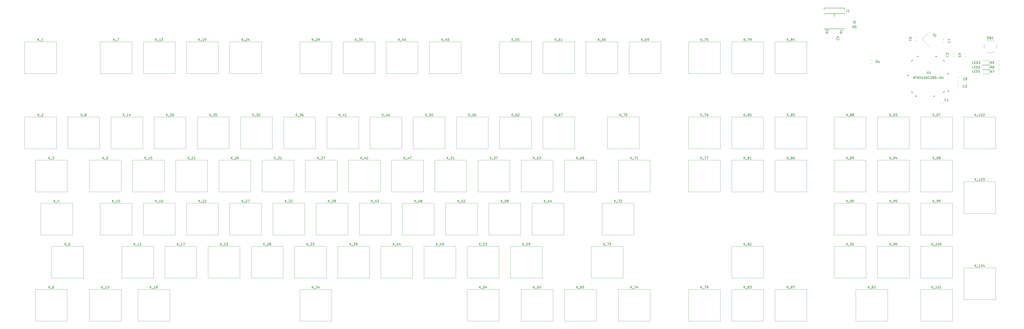
<source format=gbr>
G04 #@! TF.GenerationSoftware,KiCad,Pcbnew,(5.1.9)-1*
G04 #@! TF.CreationDate,2021-04-17T22:02:46-05:00*
G04 #@! TF.ProjectId,try3,74727933-2e6b-4696-9361-645f70636258,rev?*
G04 #@! TF.SameCoordinates,Original*
G04 #@! TF.FileFunction,Legend,Top*
G04 #@! TF.FilePolarity,Positive*
%FSLAX46Y46*%
G04 Gerber Fmt 4.6, Leading zero omitted, Abs format (unit mm)*
G04 Created by KiCad (PCBNEW (5.1.9)-1) date 2021-04-17 22:02:46*
%MOMM*%
%LPD*%
G01*
G04 APERTURE LIST*
%ADD10C,0.120000*%
%ADD11C,0.150000*%
%ADD12C,0.152400*%
%ADD13C,0.650000*%
%ADD14O,0.900000X2.400000*%
%ADD15O,0.900000X1.700000*%
%ADD16C,1.700000*%
%ADD17C,4.000000*%
%ADD18C,2.200000*%
%ADD19C,0.100000*%
%ADD20R,1.700000X1.000000*%
%ADD21C,3.050000*%
%ADD22C,1.600000*%
%ADD23R,1.600000X1.600000*%
%ADD24R,1.473200X0.304800*%
%ADD25R,0.304800X1.473200*%
G04 APERTURE END LIST*
D10*
G04 #@! TO.C,R2*
X377465000Y128772936D02*
X377465000Y129227064D01*
X378935000Y128772936D02*
X378935000Y129227064D01*
G04 #@! TO.C,R1*
X383665000Y128772936D02*
X383665000Y129227064D01*
X385135000Y128772936D02*
X385135000Y129227064D01*
D11*
G04 #@! TO.C,J1*
X381336550Y139744450D02*
X381336550Y138474450D01*
X385811550Y142254450D02*
X385816550Y141494450D01*
X385811550Y142254450D02*
X376861550Y142254450D01*
X376856550Y141494450D02*
X376861550Y142254450D01*
X385811550Y133084450D02*
X376861550Y133084450D01*
X385961550Y139744450D02*
X376711550Y139744450D01*
D10*
G04 #@! TO.C,K_93*
X400234150Y94278450D02*
X414204150Y94278450D01*
X414204150Y94278450D02*
X414204150Y80308450D01*
X414204150Y80308450D02*
X400234150Y80308450D01*
X400234150Y80308450D02*
X400234150Y94278450D01*
G04 #@! TO.C,X1*
X422911091Y131629468D02*
X419870532Y128588909D01*
X419870532Y128588909D02*
X423688909Y124770532D01*
G04 #@! TO.C,SW1*
X448100000Y123100000D02*
X448550000Y122650000D01*
X451500000Y123100000D02*
X451050000Y122650000D01*
X451500000Y127700000D02*
X451050000Y128150000D01*
X448100000Y127700000D02*
X448550000Y128150000D01*
X452550000Y126400000D02*
X452550000Y124400000D01*
X448550000Y122650000D02*
X451050000Y122650000D01*
X447050000Y126400000D02*
X447050000Y124400000D01*
X448550000Y128150000D02*
X451050000Y128150000D01*
G04 #@! TO.C,R4*
X397172936Y119335000D02*
X397627064Y119335000D01*
X397172936Y117865000D02*
X397627064Y117865000D01*
G04 #@! TO.C,R3*
X438572936Y122335000D02*
X439027064Y122335000D01*
X438572936Y120865000D02*
X439027064Y120865000D01*
G04 #@! TO.C,K_11*
X68637150Y37433250D02*
X82607150Y37433250D01*
X82607150Y37433250D02*
X82607150Y23463250D01*
X82607150Y23463250D02*
X68637150Y23463250D01*
X68637150Y23463250D02*
X68637150Y37433250D01*
G04 #@! TO.C,K_37*
X149167850Y75330050D02*
X163137850Y75330050D01*
X163137850Y75330050D02*
X163137850Y61360050D01*
X163137850Y61360050D02*
X149167850Y61360050D01*
X149167850Y61360050D02*
X149167850Y75330050D01*
G04 #@! TO.C,K_17*
X87585550Y37433250D02*
X101555550Y37433250D01*
X101555550Y37433250D02*
X101555550Y23463250D01*
X101555550Y23463250D02*
X87585550Y23463250D01*
X87585550Y23463250D02*
X87585550Y37433250D01*
G04 #@! TO.C,K_12*
X54425850Y18484850D02*
X68395850Y18484850D01*
X68395850Y18484850D02*
X68395850Y4514850D01*
X68395850Y4514850D02*
X54425850Y4514850D01*
X54425850Y4514850D02*
X54425850Y18484850D01*
G04 #@! TO.C,K_15*
X73374250Y75330050D02*
X87344250Y75330050D01*
X87344250Y75330050D02*
X87344250Y61360050D01*
X87344250Y61360050D02*
X73374250Y61360050D01*
X73374250Y61360050D02*
X73374250Y75330050D01*
G04 #@! TO.C,K_71*
X286543750Y75330050D02*
X300513750Y75330050D01*
X300513750Y75330050D02*
X300513750Y61360050D01*
X300513750Y61360050D02*
X286543750Y61360050D01*
X286543750Y61360050D02*
X286543750Y75330050D01*
G04 #@! TO.C,K_28*
X125482350Y37433250D02*
X139452350Y37433250D01*
X139452350Y37433250D02*
X139452350Y23463250D01*
X139452350Y23463250D02*
X125482350Y23463250D01*
X125482350Y23463250D02*
X125482350Y37433250D01*
G04 #@! TO.C,K_82*
X336283300Y37433250D02*
X350253300Y37433250D01*
X350253300Y37433250D02*
X350253300Y23463250D01*
X350253300Y23463250D02*
X336283300Y23463250D01*
X336283300Y23463250D02*
X336283300Y37433250D01*
G04 #@! TO.C,K_62*
X234435650Y94278450D02*
X248405650Y94278450D01*
X248405650Y94278450D02*
X248405650Y80308450D01*
X248405650Y80308450D02*
X234435650Y80308450D01*
X234435650Y80308450D02*
X234435650Y94278450D01*
G04 #@! TO.C,K_42*
X168116250Y75330050D02*
X182086250Y75330050D01*
X182086250Y75330050D02*
X182086250Y61360050D01*
X182086250Y61360050D02*
X168116250Y61360050D01*
X168116250Y61360050D02*
X168116250Y75330050D01*
G04 #@! TO.C,K_2*
X26003250Y94278450D02*
X39973250Y94278450D01*
X39973250Y94278450D02*
X39973250Y80308450D01*
X39973250Y80308450D02*
X26003250Y80308450D01*
X26003250Y80308450D02*
X26003250Y94278450D01*
G04 #@! TO.C,K_3*
X30740350Y75330050D02*
X44710350Y75330050D01*
X44710350Y75330050D02*
X44710350Y61360050D01*
X44710350Y61360050D02*
X30740350Y61360050D01*
X30740350Y61360050D02*
X30740350Y75330050D01*
G04 #@! TO.C,K_31*
X130219450Y75330050D02*
X144189450Y75330050D01*
X144189450Y75330050D02*
X144189450Y61360050D01*
X144189450Y61360050D02*
X130219450Y61360050D01*
X130219450Y61360050D02*
X130219450Y75330050D01*
G04 #@! TO.C,K_34*
X146799300Y18484850D02*
X160769300Y18484850D01*
X160769300Y18484850D02*
X160769300Y4514850D01*
X160769300Y4514850D02*
X146799300Y4514850D01*
X146799300Y4514850D02*
X146799300Y18484850D01*
G04 #@! TO.C,K_58*
X229698550Y56381650D02*
X243668550Y56381650D01*
X243668550Y56381650D02*
X243668550Y42411650D01*
X243668550Y42411650D02*
X229698550Y42411650D01*
X229698550Y42411650D02*
X229698550Y56381650D01*
G04 #@! TO.C,K_79*
X336283300Y127438150D02*
X350253300Y127438150D01*
X350253300Y127438150D02*
X350253300Y113468150D01*
X350253300Y113468150D02*
X336283300Y113468150D01*
X336283300Y113468150D02*
X336283300Y127438150D01*
G04 #@! TO.C,K_16*
X78111350Y56381650D02*
X92081350Y56381650D01*
X92081350Y56381650D02*
X92081350Y42411650D01*
X92081350Y42411650D02*
X78111350Y42411650D01*
X78111350Y42411650D02*
X78111350Y56381650D01*
G04 #@! TO.C,K_73*
X274701000Y37433250D02*
X288671000Y37433250D01*
X288671000Y37433250D02*
X288671000Y23463250D01*
X288671000Y23463250D02*
X274701000Y23463250D01*
X274701000Y23463250D02*
X274701000Y37433250D01*
G04 #@! TO.C,K_74*
X286543750Y18484850D02*
X300513750Y18484850D01*
X300513750Y18484850D02*
X300513750Y4514850D01*
X300513750Y4514850D02*
X286543750Y4514850D01*
X286543750Y4514850D02*
X286543750Y18484850D01*
G04 #@! TO.C,K_87*
X355231700Y18484850D02*
X369201700Y18484850D01*
X369201700Y18484850D02*
X369201700Y4514850D01*
X369201700Y4514850D02*
X355231700Y4514850D01*
X355231700Y4514850D02*
X355231700Y18484850D01*
G04 #@! TO.C,K_54*
X220224350Y18484850D02*
X234194350Y18484850D01*
X234194350Y18484850D02*
X234194350Y4514850D01*
X234194350Y4514850D02*
X220224350Y4514850D01*
X220224350Y4514850D02*
X220224350Y18484850D01*
G04 #@! TO.C,K_68*
X262858250Y75330050D02*
X276828250Y75330050D01*
X276828250Y75330050D02*
X276828250Y61360050D01*
X276828250Y61360050D02*
X262858250Y61360050D01*
X262858250Y61360050D02*
X262858250Y75330050D01*
G04 #@! TO.C,K_53*
X220224350Y37433250D02*
X234194350Y37433250D01*
X234194350Y37433250D02*
X234194350Y23463250D01*
X234194350Y23463250D02*
X220224350Y23463250D01*
X220224350Y23463250D02*
X220224350Y37433250D01*
G04 #@! TO.C,K_26*
X111271050Y75330050D02*
X125241050Y75330050D01*
X125241050Y75330050D02*
X125241050Y61360050D01*
X125241050Y61360050D02*
X111271050Y61360050D01*
X111271050Y61360050D02*
X111271050Y75330050D01*
G04 #@! TO.C,K_64*
X248646950Y56381650D02*
X262616950Y56381650D01*
X262616950Y56381650D02*
X262616950Y42411650D01*
X262616950Y42411650D02*
X248646950Y42411650D01*
X248646950Y42411650D02*
X248646950Y56381650D01*
G04 #@! TO.C,K_59*
X239172750Y37433250D02*
X253142750Y37433250D01*
X253142750Y37433250D02*
X253142750Y23463250D01*
X253142750Y23463250D02*
X239172750Y23463250D01*
X239172750Y23463250D02*
X239172750Y37433250D01*
G04 #@! TO.C,K_9*
X54425850Y75330050D02*
X68395850Y75330050D01*
X68395850Y75330050D02*
X68395850Y61360050D01*
X68395850Y61360050D02*
X54425850Y61360050D01*
X54425850Y61360050D02*
X54425850Y75330050D01*
G04 #@! TO.C,K_75*
X317334900Y127438150D02*
X331304900Y127438150D01*
X331304900Y127438150D02*
X331304900Y113468150D01*
X331304900Y113468150D02*
X317334900Y113468150D01*
X317334900Y113468150D02*
X317334900Y127438150D01*
G04 #@! TO.C,K_67*
X253384050Y94278450D02*
X267354050Y94278450D01*
X267354050Y94278450D02*
X267354050Y80308450D01*
X267354050Y80308450D02*
X253384050Y80308450D01*
X253384050Y80308450D02*
X253384050Y94278450D01*
G04 #@! TO.C,K_84*
X355231700Y127438150D02*
X369201700Y127438150D01*
X369201700Y127438150D02*
X369201700Y113468150D01*
X369201700Y113468150D02*
X355231700Y113468150D01*
X355231700Y113468150D02*
X355231700Y127438150D01*
G04 #@! TO.C,K_85*
X355231700Y94278450D02*
X369201700Y94278450D01*
X369201700Y94278450D02*
X369201700Y80308450D01*
X369201700Y80308450D02*
X355231700Y80308450D01*
X355231700Y80308450D02*
X355231700Y94278450D01*
G04 #@! TO.C,K_86*
X355231700Y75330050D02*
X369201700Y75330050D01*
X369201700Y75330050D02*
X369201700Y61360050D01*
X369201700Y61360050D02*
X355231700Y61360050D01*
X355231700Y61360050D02*
X355231700Y75330050D01*
G04 #@! TO.C,K_57*
X224961450Y75330050D02*
X238931450Y75330050D01*
X238931450Y75330050D02*
X238931450Y61360050D01*
X238931450Y61360050D02*
X224961450Y61360050D01*
X224961450Y61360050D02*
X224961450Y75330050D01*
G04 #@! TO.C,K_51*
X206013050Y75330050D02*
X219983050Y75330050D01*
X219983050Y75330050D02*
X219983050Y61360050D01*
X219983050Y61360050D02*
X206013050Y61360050D01*
X206013050Y61360050D02*
X206013050Y75330050D01*
G04 #@! TO.C,K_97*
X419182550Y94278450D02*
X433152550Y94278450D01*
X433152550Y94278450D02*
X433152550Y80308450D01*
X433152550Y80308450D02*
X419182550Y80308450D01*
X419182550Y80308450D02*
X419182550Y94278450D01*
G04 #@! TO.C,K_103*
X438130950Y65855850D02*
X452100950Y65855850D01*
X452100950Y65855850D02*
X452100950Y51885850D01*
X452100950Y51885850D02*
X438130950Y51885850D01*
X438130950Y51885850D02*
X438130950Y65855850D01*
G04 #@! TO.C,K_102*
X438130950Y94278450D02*
X452100950Y94278450D01*
X452100950Y94278450D02*
X452100950Y80308450D01*
X452100950Y80308450D02*
X438130950Y80308450D01*
X438130950Y80308450D02*
X438130950Y94278450D01*
G04 #@! TO.C,K_104*
X438130950Y27959050D02*
X452100950Y27959050D01*
X452100950Y27959050D02*
X452100950Y13989050D01*
X452100950Y13989050D02*
X438130950Y13989050D01*
X438130950Y13989050D02*
X438130950Y27959050D01*
G04 #@! TO.C,K_101*
X419182550Y18484850D02*
X433152550Y18484850D01*
X433152550Y18484850D02*
X433152550Y4514850D01*
X433152550Y4514850D02*
X419182550Y4514850D01*
X419182550Y4514850D02*
X419182550Y18484850D01*
G04 #@! TO.C,K_98*
X419182550Y75330050D02*
X433152550Y75330050D01*
X433152550Y75330050D02*
X433152550Y61360050D01*
X433152550Y61360050D02*
X419182550Y61360050D01*
X419182550Y61360050D02*
X419182550Y75330050D01*
G04 #@! TO.C,K_94*
X400234150Y75330050D02*
X414204150Y75330050D01*
X414204150Y75330050D02*
X414204150Y61360050D01*
X414204150Y61360050D02*
X400234150Y61360050D01*
X400234150Y61360050D02*
X400234150Y75330050D01*
G04 #@! TO.C,K_89*
X381285750Y75330050D02*
X395255750Y75330050D01*
X395255750Y75330050D02*
X395255750Y61360050D01*
X395255750Y61360050D02*
X381285750Y61360050D01*
X381285750Y61360050D02*
X381285750Y75330050D01*
G04 #@! TO.C,K_99*
X419182550Y56381650D02*
X433152550Y56381650D01*
X433152550Y56381650D02*
X433152550Y42411650D01*
X433152550Y42411650D02*
X419182550Y42411650D01*
X419182550Y42411650D02*
X419182550Y56381650D01*
G04 #@! TO.C,K_95*
X400234150Y56381650D02*
X414204150Y56381650D01*
X414204150Y56381650D02*
X414204150Y42411650D01*
X414204150Y42411650D02*
X400234150Y42411650D01*
X400234150Y42411650D02*
X400234150Y56381650D01*
G04 #@! TO.C,K_90*
X381285750Y56381650D02*
X395255750Y56381650D01*
X395255750Y56381650D02*
X395255750Y42411650D01*
X395255750Y42411650D02*
X381285750Y42411650D01*
X381285750Y42411650D02*
X381285750Y56381650D01*
G04 #@! TO.C,K_100*
X419182550Y37433250D02*
X433152550Y37433250D01*
X433152550Y37433250D02*
X433152550Y23463250D01*
X433152550Y23463250D02*
X419182550Y23463250D01*
X419182550Y23463250D02*
X419182550Y37433250D01*
G04 #@! TO.C,K_96*
X400234150Y37433250D02*
X414204150Y37433250D01*
X414204150Y37433250D02*
X414204150Y23463250D01*
X414204150Y23463250D02*
X400234150Y23463250D01*
X400234150Y23463250D02*
X400234150Y37433250D01*
G04 #@! TO.C,K_91*
X381285750Y37433250D02*
X395255750Y37433250D01*
X395255750Y37433250D02*
X395255750Y23463250D01*
X395255750Y23463250D02*
X381285750Y23463250D01*
X381285750Y23463250D02*
X381285750Y37433250D01*
G04 #@! TO.C,K_92*
X390759950Y18484850D02*
X404729950Y18484850D01*
X404729950Y18484850D02*
X404729950Y4514850D01*
X404729950Y4514850D02*
X390759950Y4514850D01*
X390759950Y4514850D02*
X390759950Y18484850D01*
G04 #@! TO.C,K_88*
X381285750Y94278450D02*
X395255750Y94278450D01*
X395255750Y94278450D02*
X395255750Y80308450D01*
X395255750Y80308450D02*
X381285750Y80308450D01*
X381285750Y80308450D02*
X381285750Y94278450D01*
G04 #@! TO.C,K_39*
X163379150Y37433250D02*
X177349150Y37433250D01*
X177349150Y37433250D02*
X177349150Y23463250D01*
X177349150Y23463250D02*
X163379150Y23463250D01*
X163379150Y23463250D02*
X163379150Y37433250D01*
G04 #@! TO.C,K_60*
X243909850Y18484850D02*
X257879850Y18484850D01*
X257879850Y18484850D02*
X257879850Y4514850D01*
X257879850Y4514850D02*
X243909850Y4514850D01*
X243909850Y4514850D02*
X243909850Y18484850D01*
G04 #@! TO.C,K_44*
X182327550Y37433250D02*
X196297550Y37433250D01*
X196297550Y37433250D02*
X196297550Y23463250D01*
X196297550Y23463250D02*
X182327550Y23463250D01*
X182327550Y23463250D02*
X182327550Y37433250D01*
G04 #@! TO.C,K_5*
X37846000Y37433250D02*
X51816000Y37433250D01*
X51816000Y37433250D02*
X51816000Y23463250D01*
X51816000Y23463250D02*
X37846000Y23463250D01*
X37846000Y23463250D02*
X37846000Y37433250D01*
G04 #@! TO.C,K_6*
X30740350Y18484850D02*
X44710350Y18484850D01*
X44710350Y18484850D02*
X44710350Y4514850D01*
X44710350Y4514850D02*
X30740350Y4514850D01*
X30740350Y4514850D02*
X30740350Y18484850D01*
G04 #@! TO.C,K_78*
X317334900Y18484850D02*
X331304900Y18484850D01*
X331304900Y18484850D02*
X331304900Y4514850D01*
X331304900Y4514850D02*
X317334900Y4514850D01*
X317334900Y4514850D02*
X317334900Y18484850D01*
G04 #@! TO.C,K_18*
X75742800Y18484850D02*
X89712800Y18484850D01*
X89712800Y18484850D02*
X89712800Y4514850D01*
X89712800Y4514850D02*
X75742800Y4514850D01*
X75742800Y4514850D02*
X75742800Y18484850D01*
G04 #@! TO.C,K_63*
X243909850Y75330050D02*
X257879850Y75330050D01*
X257879850Y75330050D02*
X257879850Y61360050D01*
X257879850Y61360050D02*
X243909850Y61360050D01*
X243909850Y61360050D02*
X243909850Y75330050D01*
G04 #@! TO.C,K_49*
X201275950Y37433250D02*
X215245950Y37433250D01*
X215245950Y37433250D02*
X215245950Y23463250D01*
X215245950Y23463250D02*
X201275950Y23463250D01*
X201275950Y23463250D02*
X201275950Y37433250D01*
G04 #@! TO.C,K_52*
X210750150Y56381650D02*
X224720150Y56381650D01*
X224720150Y56381650D02*
X224720150Y42411650D01*
X224720150Y42411650D02*
X210750150Y42411650D01*
X210750150Y42411650D02*
X210750150Y56381650D01*
G04 #@! TO.C,K_48*
X191801750Y56381650D02*
X205771750Y56381650D01*
X205771750Y56381650D02*
X205771750Y42411650D01*
X205771750Y42411650D02*
X191801750Y42411650D01*
X191801750Y42411650D02*
X191801750Y56381650D01*
G04 #@! TO.C,K_43*
X172853350Y56381650D02*
X186823350Y56381650D01*
X186823350Y56381650D02*
X186823350Y42411650D01*
X186823350Y42411650D02*
X172853350Y42411650D01*
X172853350Y42411650D02*
X172853350Y56381650D01*
G04 #@! TO.C,K_76*
X317334900Y94278450D02*
X331304900Y94278450D01*
X331304900Y94278450D02*
X331304900Y80308450D01*
X331304900Y80308450D02*
X317334900Y80308450D01*
X317334900Y80308450D02*
X317334900Y94278450D01*
G04 #@! TO.C,K_47*
X187064650Y75330050D02*
X201034650Y75330050D01*
X201034650Y75330050D02*
X201034650Y61360050D01*
X201034650Y61360050D02*
X187064650Y61360050D01*
X187064650Y61360050D02*
X187064650Y75330050D01*
G04 #@! TO.C,K_80*
X336283300Y94278450D02*
X350253300Y94278450D01*
X350253300Y94278450D02*
X350253300Y80308450D01*
X350253300Y80308450D02*
X336283300Y80308450D01*
X336283300Y80308450D02*
X336283300Y94278450D01*
G04 #@! TO.C,K_38*
X153904950Y56381650D02*
X167874950Y56381650D01*
X167874950Y56381650D02*
X167874950Y42411650D01*
X167874950Y42411650D02*
X153904950Y42411650D01*
X153904950Y42411650D02*
X153904950Y56381650D01*
G04 #@! TO.C,K_32*
X134956550Y56381650D02*
X148926550Y56381650D01*
X148926550Y56381650D02*
X148926550Y42411650D01*
X148926550Y42411650D02*
X134956550Y42411650D01*
X134956550Y42411650D02*
X134956550Y56381650D01*
G04 #@! TO.C,K_65*
X262858250Y18484850D02*
X276828250Y18484850D01*
X276828250Y18484850D02*
X276828250Y4514850D01*
X276828250Y4514850D02*
X262858250Y4514850D01*
X262858250Y4514850D02*
X262858250Y18484850D01*
G04 #@! TO.C,K_27*
X116008150Y56381650D02*
X129978150Y56381650D01*
X129978150Y56381650D02*
X129978150Y42411650D01*
X129978150Y42411650D02*
X116008150Y42411650D01*
X116008150Y42411650D02*
X116008150Y56381650D01*
G04 #@! TO.C,K_69*
X291280850Y127438150D02*
X305250850Y127438150D01*
X305250850Y127438150D02*
X305250850Y113468150D01*
X305250850Y113468150D02*
X291280850Y113468150D01*
X291280850Y113468150D02*
X291280850Y127438150D01*
G04 #@! TO.C,K_66*
X272332450Y127438150D02*
X286302450Y127438150D01*
X286302450Y127438150D02*
X286302450Y113468150D01*
X286302450Y113468150D02*
X272332450Y113468150D01*
X272332450Y113468150D02*
X272332450Y127438150D01*
G04 #@! TO.C,K_61*
X253384050Y127438150D02*
X267354050Y127438150D01*
X267354050Y127438150D02*
X267354050Y113468150D01*
X267354050Y113468150D02*
X253384050Y113468150D01*
X253384050Y113468150D02*
X253384050Y127438150D01*
G04 #@! TO.C,K_55*
X234435650Y127438150D02*
X248405650Y127438150D01*
X248405650Y127438150D02*
X248405650Y113468150D01*
X248405650Y113468150D02*
X234435650Y113468150D01*
X234435650Y113468150D02*
X234435650Y127438150D01*
G04 #@! TO.C,K_45*
X203644500Y127438150D02*
X217614500Y127438150D01*
X217614500Y127438150D02*
X217614500Y113468150D01*
X217614500Y113468150D02*
X203644500Y113468150D01*
X203644500Y113468150D02*
X203644500Y127438150D01*
G04 #@! TO.C,K_40*
X184696100Y127438150D02*
X198666100Y127438150D01*
X198666100Y127438150D02*
X198666100Y113468150D01*
X198666100Y113468150D02*
X184696100Y113468150D01*
X184696100Y113468150D02*
X184696100Y127438150D01*
G04 #@! TO.C,K_35*
X165747700Y127438150D02*
X179717700Y127438150D01*
X179717700Y127438150D02*
X179717700Y113468150D01*
X179717700Y113468150D02*
X165747700Y113468150D01*
X165747700Y113468150D02*
X165747700Y127438150D01*
G04 #@! TO.C,K_29*
X146799300Y127438150D02*
X160769300Y127438150D01*
X160769300Y127438150D02*
X160769300Y113468150D01*
X160769300Y113468150D02*
X146799300Y113468150D01*
X146799300Y113468150D02*
X146799300Y127438150D01*
G04 #@! TO.C,K_24*
X116008150Y127438150D02*
X129978150Y127438150D01*
X129978150Y127438150D02*
X129978150Y113468150D01*
X129978150Y113468150D02*
X116008150Y113468150D01*
X116008150Y113468150D02*
X116008150Y127438150D01*
G04 #@! TO.C,K_19*
X97059750Y127438150D02*
X111029750Y127438150D01*
X111029750Y127438150D02*
X111029750Y113468150D01*
X111029750Y113468150D02*
X97059750Y113468150D01*
X97059750Y113468150D02*
X97059750Y127438150D01*
G04 #@! TO.C,K_13*
X78111350Y127438150D02*
X92081350Y127438150D01*
X92081350Y127438150D02*
X92081350Y113468150D01*
X92081350Y113468150D02*
X78111350Y113468150D01*
X78111350Y113468150D02*
X78111350Y127438150D01*
G04 #@! TO.C,K_7*
X59162950Y127438150D02*
X73132950Y127438150D01*
X73132950Y127438150D02*
X73132950Y113468150D01*
X73132950Y113468150D02*
X59162950Y113468150D01*
X59162950Y113468150D02*
X59162950Y127438150D01*
G04 #@! TO.C,K_1*
X26003250Y127438150D02*
X39973250Y127438150D01*
X39973250Y127438150D02*
X39973250Y113468150D01*
X39973250Y113468150D02*
X26003250Y113468150D01*
X26003250Y113468150D02*
X26003250Y127438150D01*
G04 #@! TO.C,K_72*
X279438100Y56381650D02*
X293408100Y56381650D01*
X293408100Y56381650D02*
X293408100Y42411650D01*
X293408100Y42411650D02*
X279438100Y42411650D01*
X279438100Y42411650D02*
X279438100Y56381650D01*
G04 #@! TO.C,K_81*
X336283300Y75330050D02*
X350253300Y75330050D01*
X350253300Y75330050D02*
X350253300Y61360050D01*
X350253300Y61360050D02*
X336283300Y61360050D01*
X336283300Y61360050D02*
X336283300Y75330050D01*
G04 #@! TO.C,K_21*
X92322650Y75330050D02*
X106292650Y75330050D01*
X106292650Y75330050D02*
X106292650Y61360050D01*
X106292650Y61360050D02*
X92322650Y61360050D01*
X92322650Y61360050D02*
X92322650Y75330050D01*
G04 #@! TO.C,K_83*
X336283300Y18484850D02*
X350253300Y18484850D01*
X350253300Y18484850D02*
X350253300Y4514850D01*
X350253300Y4514850D02*
X336283300Y4514850D01*
X336283300Y4514850D02*
X336283300Y18484850D01*
G04 #@! TO.C,K_77*
X317334900Y75330050D02*
X331304900Y75330050D01*
X331304900Y75330050D02*
X331304900Y61360050D01*
X331304900Y61360050D02*
X317334900Y61360050D01*
X317334900Y61360050D02*
X317334900Y75330050D01*
G04 #@! TO.C,K_22*
X97059750Y56381650D02*
X111029750Y56381650D01*
X111029750Y56381650D02*
X111029750Y42411650D01*
X111029750Y42411650D02*
X97059750Y42411650D01*
X97059750Y42411650D02*
X97059750Y56381650D01*
G04 #@! TO.C,K_4*
X33108900Y56381650D02*
X47078900Y56381650D01*
X47078900Y56381650D02*
X47078900Y42411650D01*
X47078900Y42411650D02*
X33108900Y42411650D01*
X33108900Y42411650D02*
X33108900Y56381650D01*
G04 #@! TO.C,K_23*
X106533950Y37433250D02*
X120503950Y37433250D01*
X120503950Y37433250D02*
X120503950Y23463250D01*
X120503950Y23463250D02*
X106533950Y23463250D01*
X106533950Y23463250D02*
X106533950Y37433250D01*
G04 #@! TO.C,K_70*
X281806650Y94278450D02*
X295776650Y94278450D01*
X295776650Y94278450D02*
X295776650Y80308450D01*
X295776650Y80308450D02*
X281806650Y80308450D01*
X281806650Y80308450D02*
X281806650Y94278450D01*
G04 #@! TO.C,K_33*
X144430750Y37433250D02*
X158400750Y37433250D01*
X158400750Y37433250D02*
X158400750Y23463250D01*
X158400750Y23463250D02*
X144430750Y23463250D01*
X144430750Y23463250D02*
X144430750Y37433250D01*
G04 #@! TO.C,K_10*
X59162950Y56381650D02*
X73132950Y56381650D01*
X73132950Y56381650D02*
X73132950Y42411650D01*
X73132950Y42411650D02*
X59162950Y42411650D01*
X59162950Y42411650D02*
X59162950Y56381650D01*
G04 #@! TO.C,K_50*
X196538850Y94278450D02*
X210508850Y94278450D01*
X210508850Y94278450D02*
X210508850Y80308450D01*
X210508850Y80308450D02*
X196538850Y80308450D01*
X196538850Y80308450D02*
X196538850Y94278450D01*
G04 #@! TO.C,K_46*
X177590450Y94278450D02*
X191560450Y94278450D01*
X191560450Y94278450D02*
X191560450Y80308450D01*
X191560450Y80308450D02*
X177590450Y80308450D01*
X177590450Y80308450D02*
X177590450Y94278450D01*
G04 #@! TO.C,K_41*
X158642050Y94278450D02*
X172612050Y94278450D01*
X172612050Y94278450D02*
X172612050Y80308450D01*
X172612050Y80308450D02*
X158642050Y80308450D01*
X158642050Y80308450D02*
X158642050Y94278450D01*
G04 #@! TO.C,K_36*
X139693650Y94278450D02*
X153663650Y94278450D01*
X153663650Y94278450D02*
X153663650Y80308450D01*
X153663650Y80308450D02*
X139693650Y80308450D01*
X139693650Y80308450D02*
X139693650Y94278450D01*
G04 #@! TO.C,K_30*
X120745250Y94278450D02*
X134715250Y94278450D01*
X134715250Y94278450D02*
X134715250Y80308450D01*
X134715250Y80308450D02*
X120745250Y80308450D01*
X120745250Y80308450D02*
X120745250Y94278450D01*
G04 #@! TO.C,K_25*
X101796850Y94278450D02*
X115766850Y94278450D01*
X115766850Y94278450D02*
X115766850Y80308450D01*
X115766850Y80308450D02*
X101796850Y80308450D01*
X101796850Y80308450D02*
X101796850Y94278450D01*
G04 #@! TO.C,K_20*
X82848450Y94278450D02*
X96818450Y94278450D01*
X96818450Y94278450D02*
X96818450Y80308450D01*
X96818450Y80308450D02*
X82848450Y80308450D01*
X82848450Y80308450D02*
X82848450Y94278450D01*
G04 #@! TO.C,K_14*
X63900050Y94278450D02*
X77870050Y94278450D01*
X77870050Y94278450D02*
X77870050Y80308450D01*
X77870050Y80308450D02*
X63900050Y80308450D01*
X63900050Y80308450D02*
X63900050Y94278450D01*
G04 #@! TO.C,K_8*
X44951650Y94278450D02*
X58921650Y94278450D01*
X58921650Y94278450D02*
X58921650Y80308450D01*
X58921650Y80308450D02*
X44951650Y80308450D01*
X44951650Y80308450D02*
X44951650Y94278450D01*
G04 #@! TO.C,K_56*
X215487250Y94278450D02*
X229457250Y94278450D01*
X229457250Y94278450D02*
X229457250Y80308450D01*
X229457250Y80308450D02*
X215487250Y80308450D01*
X215487250Y80308450D02*
X215487250Y94278450D01*
G04 #@! TO.C,C3*
X435438748Y107065000D02*
X435961252Y107065000D01*
X435438748Y108535000D02*
X435961252Y108535000D01*
G04 #@! TO.C,C2*
X433338748Y120965000D02*
X433861252Y120965000D01*
X433338748Y122435000D02*
X433861252Y122435000D01*
G04 #@! TO.C,C1*
X429135000Y100811252D02*
X429135000Y100288748D01*
X427665000Y100811252D02*
X427665000Y100288748D01*
G04 #@! TO.C,C8*
X435457298Y111735000D02*
X435979802Y111735000D01*
X435457298Y110265000D02*
X435979802Y110265000D01*
G04 #@! TO.C,C7*
X428838748Y128635000D02*
X429361252Y128635000D01*
X428838748Y127165000D02*
X429361252Y127165000D01*
G04 #@! TO.C,C6*
X417761252Y127965000D02*
X417238748Y127965000D01*
X417761252Y129435000D02*
X417238748Y129435000D01*
D12*
G04 #@! TO.C,U1*
X425009499Y103589400D02*
X425390499Y103589400D01*
X425009499Y103335400D02*
X425009499Y103589400D01*
X425390499Y103335400D02*
X425009499Y103335400D01*
X425390499Y103589400D02*
X425390499Y103335400D01*
X417009500Y103589400D02*
X417390500Y103589400D01*
X417009500Y103335400D02*
X417009500Y103589400D01*
X417390500Y103335400D02*
X417009500Y103335400D01*
X417390500Y103589400D02*
X417390500Y103335400D01*
X413789400Y112409499D02*
X413535400Y112409499D01*
X413789400Y112790499D02*
X413789400Y112409499D01*
X413535400Y112790499D02*
X413789400Y112790499D01*
X413535400Y112409499D02*
X413535400Y112790499D01*
X417809501Y120810600D02*
X418190501Y120810600D01*
X417809501Y121064600D02*
X417809501Y120810600D01*
X418190501Y121064600D02*
X417809501Y121064600D01*
X418190501Y120810600D02*
X418190501Y121064600D01*
X425809500Y120810600D02*
X426190500Y120810600D01*
X425809500Y121064600D02*
X425809500Y120810600D01*
X426190500Y121064600D02*
X425809500Y121064600D01*
X426190500Y120810600D02*
X426190500Y121064600D01*
X431010600Y113209500D02*
X431264600Y113209500D01*
X431010600Y113590500D02*
X431010600Y113209500D01*
X431264600Y113590500D02*
X431010600Y113590500D01*
X431264600Y113209500D02*
X431264600Y113590500D01*
X428885138Y105088000D02*
X429512000Y105088000D01*
X415288000Y105714862D02*
X415288000Y105088000D01*
X415914862Y119312000D02*
X415288000Y119312000D01*
X429512000Y118685138D02*
X429512000Y119312000D01*
X429512000Y105088000D02*
X429512000Y105714862D01*
X415288000Y105088000D02*
X415914862Y105088000D01*
X415288000Y119312000D02*
X415288000Y118685138D01*
X429512000Y119312000D02*
X428885138Y119312000D01*
D10*
G04 #@! TO.C,C4*
X380515000Y129261252D02*
X380515000Y128738748D01*
X381985000Y129261252D02*
X381985000Y128738748D01*
G04 #@! TO.C,LED1*
X449260000Y115160000D02*
X446400000Y115160000D01*
X449260000Y113240000D02*
X449260000Y115160000D01*
X446400000Y113240000D02*
X449260000Y113240000D01*
G04 #@! TO.C,LED2*
X446400000Y115240000D02*
X449260000Y115240000D01*
X449260000Y115240000D02*
X449260000Y117160000D01*
X449260000Y117160000D02*
X446400000Y117160000D01*
G04 #@! TO.C,LED3*
X449260000Y119160000D02*
X446400000Y119160000D01*
X449260000Y117240000D02*
X449260000Y119160000D01*
X446400000Y117240000D02*
X449260000Y117240000D01*
G04 #@! TO.C,R5*
X390427064Y134765000D02*
X389972936Y134765000D01*
X390427064Y136235000D02*
X389972936Y136235000D01*
G04 #@! TO.C,R6*
X390427064Y138235000D02*
X389972936Y138235000D01*
X390427064Y136765000D02*
X389972936Y136765000D01*
G04 #@! TO.C,R7*
X453372936Y114935000D02*
X453827064Y114935000D01*
X453372936Y113465000D02*
X453827064Y113465000D01*
G04 #@! TO.C,R8*
X453372936Y115465000D02*
X453827064Y115465000D01*
X453372936Y116935000D02*
X453827064Y116935000D01*
G04 #@! TO.C,R9*
X453372936Y117465000D02*
X453827064Y117465000D01*
X453372936Y118935000D02*
X453827064Y118935000D01*
G04 #@! TO.C,R2*
D11*
X378652380Y131833333D02*
X378176190Y131500000D01*
X378652380Y131261904D02*
X377652380Y131261904D01*
X377652380Y131642857D01*
X377700000Y131738095D01*
X377747619Y131785714D01*
X377842857Y131833333D01*
X377985714Y131833333D01*
X378080952Y131785714D01*
X378128571Y131738095D01*
X378176190Y131642857D01*
X378176190Y131261904D01*
X377747619Y132214285D02*
X377700000Y132261904D01*
X377652380Y132357142D01*
X377652380Y132595238D01*
X377700000Y132690476D01*
X377747619Y132738095D01*
X377842857Y132785714D01*
X377938095Y132785714D01*
X378080952Y132738095D01*
X378652380Y132166666D01*
X378652380Y132785714D01*
G04 #@! TO.C,R1*
X384852380Y131633333D02*
X384376190Y131300000D01*
X384852380Y131061904D02*
X383852380Y131061904D01*
X383852380Y131442857D01*
X383900000Y131538095D01*
X383947619Y131585714D01*
X384042857Y131633333D01*
X384185714Y131633333D01*
X384280952Y131585714D01*
X384328571Y131538095D01*
X384376190Y131442857D01*
X384376190Y131061904D01*
X384852380Y132585714D02*
X384852380Y132014285D01*
X384852380Y132300000D02*
X383852380Y132300000D01*
X383995238Y132204761D01*
X384090476Y132109523D01*
X384138095Y132014285D01*
G04 #@! TO.C,J1*
X386866666Y141547619D02*
X386866666Y140833333D01*
X386819047Y140690476D01*
X386723809Y140595238D01*
X386580952Y140547619D01*
X386485714Y140547619D01*
X387866666Y140547619D02*
X387295238Y140547619D01*
X387580952Y140547619D02*
X387580952Y141547619D01*
X387485714Y141404761D01*
X387390476Y141309523D01*
X387295238Y141261904D01*
G04 #@! TO.C,K_93*
X405623911Y94715069D02*
X405623911Y95715069D01*
X406195340Y94715069D02*
X405766769Y95286497D01*
X406195340Y95715069D02*
X405623911Y95143640D01*
X406385816Y94619830D02*
X407147721Y94619830D01*
X407433435Y94715069D02*
X407623911Y94715069D01*
X407719150Y94762688D01*
X407766769Y94810307D01*
X407862007Y94953164D01*
X407909626Y95143640D01*
X407909626Y95524592D01*
X407862007Y95619830D01*
X407814388Y95667450D01*
X407719150Y95715069D01*
X407528673Y95715069D01*
X407433435Y95667450D01*
X407385816Y95619830D01*
X407338197Y95524592D01*
X407338197Y95286497D01*
X407385816Y95191259D01*
X407433435Y95143640D01*
X407528673Y95096021D01*
X407719150Y95096021D01*
X407814388Y95143640D01*
X407862007Y95191259D01*
X407909626Y95286497D01*
X408242959Y95715069D02*
X408862007Y95715069D01*
X408528673Y95334116D01*
X408671530Y95334116D01*
X408766769Y95286497D01*
X408814388Y95238878D01*
X408862007Y95143640D01*
X408862007Y94905545D01*
X408814388Y94810307D01*
X408766769Y94762688D01*
X408671530Y94715069D01*
X408385816Y94715069D01*
X408290578Y94762688D01*
X408242959Y94810307D01*
G04 #@! TO.C,X1*
X425200770Y131245609D02*
X424965068Y130067098D01*
X425672174Y130774205D02*
X424493663Y130538503D01*
X425604831Y129427335D02*
X425200770Y129831396D01*
X425402800Y129629365D02*
X426109907Y130336472D01*
X425941548Y130302800D01*
X425806861Y130302800D01*
X425705846Y130336472D01*
G04 #@! TO.C,SW1*
X448466666Y128745238D02*
X448609523Y128697619D01*
X448847619Y128697619D01*
X448942857Y128745238D01*
X448990476Y128792857D01*
X449038095Y128888095D01*
X449038095Y128983333D01*
X448990476Y129078571D01*
X448942857Y129126190D01*
X448847619Y129173809D01*
X448657142Y129221428D01*
X448561904Y129269047D01*
X448514285Y129316666D01*
X448466666Y129411904D01*
X448466666Y129507142D01*
X448514285Y129602380D01*
X448561904Y129650000D01*
X448657142Y129697619D01*
X448895238Y129697619D01*
X449038095Y129650000D01*
X449371428Y129697619D02*
X449609523Y128697619D01*
X449800000Y129411904D01*
X449990476Y128697619D01*
X450228571Y129697619D01*
X451133333Y128697619D02*
X450561904Y128697619D01*
X450847619Y128697619D02*
X450847619Y129697619D01*
X450752380Y129554761D01*
X450657142Y129459523D01*
X450561904Y129411904D01*
G04 #@! TO.C,R4*
X400233333Y118147619D02*
X399900000Y118623809D01*
X399661904Y118147619D02*
X399661904Y119147619D01*
X400042857Y119147619D01*
X400138095Y119100000D01*
X400185714Y119052380D01*
X400233333Y118957142D01*
X400233333Y118814285D01*
X400185714Y118719047D01*
X400138095Y118671428D01*
X400042857Y118623809D01*
X399661904Y118623809D01*
X401090476Y118814285D02*
X401090476Y118147619D01*
X400852380Y119195238D02*
X400614285Y118480952D01*
X401233333Y118480952D01*
G04 #@! TO.C,R3*
X435747619Y121766666D02*
X436223809Y122100000D01*
X435747619Y122338095D02*
X436747619Y122338095D01*
X436747619Y121957142D01*
X436700000Y121861904D01*
X436652380Y121814285D01*
X436557142Y121766666D01*
X436414285Y121766666D01*
X436319047Y121814285D01*
X436271428Y121861904D01*
X436223809Y121957142D01*
X436223809Y122338095D01*
X436747619Y121433333D02*
X436747619Y120814285D01*
X436366666Y121147619D01*
X436366666Y121004761D01*
X436319047Y120909523D01*
X436271428Y120861904D01*
X436176190Y120814285D01*
X435938095Y120814285D01*
X435842857Y120861904D01*
X435795238Y120909523D01*
X435747619Y121004761D01*
X435747619Y121290476D01*
X435795238Y121385714D01*
X435842857Y121433333D01*
G04 #@! TO.C,K_11*
X74026911Y37869869D02*
X74026911Y38869869D01*
X74598340Y37869869D02*
X74169769Y38441297D01*
X74598340Y38869869D02*
X74026911Y38298440D01*
X74788816Y37774630D02*
X75550721Y37774630D01*
X76312626Y37869869D02*
X75741197Y37869869D01*
X76026911Y37869869D02*
X76026911Y38869869D01*
X75931673Y38727011D01*
X75836435Y38631773D01*
X75741197Y38584154D01*
X77265007Y37869869D02*
X76693578Y37869869D01*
X76979292Y37869869D02*
X76979292Y38869869D01*
X76884054Y38727011D01*
X76788816Y38631773D01*
X76693578Y38584154D01*
G04 #@! TO.C,K_37*
X154557611Y75766669D02*
X154557611Y76766669D01*
X155129040Y75766669D02*
X154700469Y76338097D01*
X155129040Y76766669D02*
X154557611Y76195240D01*
X155319516Y75671430D02*
X156081421Y75671430D01*
X156224278Y76766669D02*
X156843326Y76766669D01*
X156509992Y76385716D01*
X156652850Y76385716D01*
X156748088Y76338097D01*
X156795707Y76290478D01*
X156843326Y76195240D01*
X156843326Y75957145D01*
X156795707Y75861907D01*
X156748088Y75814288D01*
X156652850Y75766669D01*
X156367135Y75766669D01*
X156271897Y75814288D01*
X156224278Y75861907D01*
X157176659Y76766669D02*
X157843326Y76766669D01*
X157414754Y75766669D01*
G04 #@! TO.C,K_17*
X92975311Y37869869D02*
X92975311Y38869869D01*
X93546740Y37869869D02*
X93118169Y38441297D01*
X93546740Y38869869D02*
X92975311Y38298440D01*
X93737216Y37774630D02*
X94499121Y37774630D01*
X95261026Y37869869D02*
X94689597Y37869869D01*
X94975311Y37869869D02*
X94975311Y38869869D01*
X94880073Y38727011D01*
X94784835Y38631773D01*
X94689597Y38584154D01*
X95594359Y38869869D02*
X96261026Y38869869D01*
X95832454Y37869869D01*
G04 #@! TO.C,K_12*
X59815611Y18921469D02*
X59815611Y19921469D01*
X60387040Y18921469D02*
X59958469Y19492897D01*
X60387040Y19921469D02*
X59815611Y19350040D01*
X60577516Y18826230D02*
X61339421Y18826230D01*
X62101326Y18921469D02*
X61529897Y18921469D01*
X61815611Y18921469D02*
X61815611Y19921469D01*
X61720373Y19778611D01*
X61625135Y19683373D01*
X61529897Y19635754D01*
X62482278Y19826230D02*
X62529897Y19873850D01*
X62625135Y19921469D01*
X62863230Y19921469D01*
X62958469Y19873850D01*
X63006088Y19826230D01*
X63053707Y19730992D01*
X63053707Y19635754D01*
X63006088Y19492897D01*
X62434659Y18921469D01*
X63053707Y18921469D01*
G04 #@! TO.C,K_15*
X78764011Y75766669D02*
X78764011Y76766669D01*
X79335440Y75766669D02*
X78906869Y76338097D01*
X79335440Y76766669D02*
X78764011Y76195240D01*
X79525916Y75671430D02*
X80287821Y75671430D01*
X81049726Y75766669D02*
X80478297Y75766669D01*
X80764011Y75766669D02*
X80764011Y76766669D01*
X80668773Y76623811D01*
X80573535Y76528573D01*
X80478297Y76480954D01*
X81954488Y76766669D02*
X81478297Y76766669D01*
X81430678Y76290478D01*
X81478297Y76338097D01*
X81573535Y76385716D01*
X81811630Y76385716D01*
X81906869Y76338097D01*
X81954488Y76290478D01*
X82002107Y76195240D01*
X82002107Y75957145D01*
X81954488Y75861907D01*
X81906869Y75814288D01*
X81811630Y75766669D01*
X81573535Y75766669D01*
X81478297Y75814288D01*
X81430678Y75861907D01*
G04 #@! TO.C,K_71*
X291933511Y75766669D02*
X291933511Y76766669D01*
X292504940Y75766669D02*
X292076369Y76338097D01*
X292504940Y76766669D02*
X291933511Y76195240D01*
X292695416Y75671430D02*
X293457321Y75671430D01*
X293600178Y76766669D02*
X294266845Y76766669D01*
X293838273Y75766669D01*
X295171607Y75766669D02*
X294600178Y75766669D01*
X294885892Y75766669D02*
X294885892Y76766669D01*
X294790654Y76623811D01*
X294695416Y76528573D01*
X294600178Y76480954D01*
G04 #@! TO.C,K_28*
X130872111Y37869869D02*
X130872111Y38869869D01*
X131443540Y37869869D02*
X131014969Y38441297D01*
X131443540Y38869869D02*
X130872111Y38298440D01*
X131634016Y37774630D02*
X132395921Y37774630D01*
X132586397Y38774630D02*
X132634016Y38822250D01*
X132729254Y38869869D01*
X132967350Y38869869D01*
X133062588Y38822250D01*
X133110207Y38774630D01*
X133157826Y38679392D01*
X133157826Y38584154D01*
X133110207Y38441297D01*
X132538778Y37869869D01*
X133157826Y37869869D01*
X133729254Y38441297D02*
X133634016Y38488916D01*
X133586397Y38536535D01*
X133538778Y38631773D01*
X133538778Y38679392D01*
X133586397Y38774630D01*
X133634016Y38822250D01*
X133729254Y38869869D01*
X133919730Y38869869D01*
X134014969Y38822250D01*
X134062588Y38774630D01*
X134110207Y38679392D01*
X134110207Y38631773D01*
X134062588Y38536535D01*
X134014969Y38488916D01*
X133919730Y38441297D01*
X133729254Y38441297D01*
X133634016Y38393678D01*
X133586397Y38346059D01*
X133538778Y38250821D01*
X133538778Y38060345D01*
X133586397Y37965107D01*
X133634016Y37917488D01*
X133729254Y37869869D01*
X133919730Y37869869D01*
X134014969Y37917488D01*
X134062588Y37965107D01*
X134110207Y38060345D01*
X134110207Y38250821D01*
X134062588Y38346059D01*
X134014969Y38393678D01*
X133919730Y38441297D01*
G04 #@! TO.C,K_82*
X341673061Y37869869D02*
X341673061Y38869869D01*
X342244490Y37869869D02*
X341815919Y38441297D01*
X342244490Y38869869D02*
X341673061Y38298440D01*
X342434966Y37774630D02*
X343196871Y37774630D01*
X343577823Y38441297D02*
X343482585Y38488916D01*
X343434966Y38536535D01*
X343387347Y38631773D01*
X343387347Y38679392D01*
X343434966Y38774630D01*
X343482585Y38822250D01*
X343577823Y38869869D01*
X343768300Y38869869D01*
X343863538Y38822250D01*
X343911157Y38774630D01*
X343958776Y38679392D01*
X343958776Y38631773D01*
X343911157Y38536535D01*
X343863538Y38488916D01*
X343768300Y38441297D01*
X343577823Y38441297D01*
X343482585Y38393678D01*
X343434966Y38346059D01*
X343387347Y38250821D01*
X343387347Y38060345D01*
X343434966Y37965107D01*
X343482585Y37917488D01*
X343577823Y37869869D01*
X343768300Y37869869D01*
X343863538Y37917488D01*
X343911157Y37965107D01*
X343958776Y38060345D01*
X343958776Y38250821D01*
X343911157Y38346059D01*
X343863538Y38393678D01*
X343768300Y38441297D01*
X344339728Y38774630D02*
X344387347Y38822250D01*
X344482585Y38869869D01*
X344720680Y38869869D01*
X344815919Y38822250D01*
X344863538Y38774630D01*
X344911157Y38679392D01*
X344911157Y38584154D01*
X344863538Y38441297D01*
X344292109Y37869869D01*
X344911157Y37869869D01*
G04 #@! TO.C,K_62*
X239825411Y94715069D02*
X239825411Y95715069D01*
X240396840Y94715069D02*
X239968269Y95286497D01*
X240396840Y95715069D02*
X239825411Y95143640D01*
X240587316Y94619830D02*
X241349221Y94619830D01*
X242015888Y95715069D02*
X241825411Y95715069D01*
X241730173Y95667450D01*
X241682554Y95619830D01*
X241587316Y95476973D01*
X241539697Y95286497D01*
X241539697Y94905545D01*
X241587316Y94810307D01*
X241634935Y94762688D01*
X241730173Y94715069D01*
X241920650Y94715069D01*
X242015888Y94762688D01*
X242063507Y94810307D01*
X242111126Y94905545D01*
X242111126Y95143640D01*
X242063507Y95238878D01*
X242015888Y95286497D01*
X241920650Y95334116D01*
X241730173Y95334116D01*
X241634935Y95286497D01*
X241587316Y95238878D01*
X241539697Y95143640D01*
X242492078Y95619830D02*
X242539697Y95667450D01*
X242634935Y95715069D01*
X242873030Y95715069D01*
X242968269Y95667450D01*
X243015888Y95619830D01*
X243063507Y95524592D01*
X243063507Y95429354D01*
X243015888Y95286497D01*
X242444459Y94715069D01*
X243063507Y94715069D01*
G04 #@! TO.C,K_42*
X173506011Y75766669D02*
X173506011Y76766669D01*
X174077440Y75766669D02*
X173648869Y76338097D01*
X174077440Y76766669D02*
X173506011Y76195240D01*
X174267916Y75671430D02*
X175029821Y75671430D01*
X175696488Y76433335D02*
X175696488Y75766669D01*
X175458392Y76814288D02*
X175220297Y76100002D01*
X175839345Y76100002D01*
X176172678Y76671430D02*
X176220297Y76719050D01*
X176315535Y76766669D01*
X176553630Y76766669D01*
X176648869Y76719050D01*
X176696488Y76671430D01*
X176744107Y76576192D01*
X176744107Y76480954D01*
X176696488Y76338097D01*
X176125059Y75766669D01*
X176744107Y75766669D01*
G04 #@! TO.C,K_2*
X31869202Y94715069D02*
X31869202Y95715069D01*
X32440630Y94715069D02*
X32012059Y95286497D01*
X32440630Y95715069D02*
X31869202Y95143640D01*
X32631107Y94619830D02*
X33393011Y94619830D01*
X33583488Y95619830D02*
X33631107Y95667450D01*
X33726345Y95715069D01*
X33964440Y95715069D01*
X34059678Y95667450D01*
X34107297Y95619830D01*
X34154916Y95524592D01*
X34154916Y95429354D01*
X34107297Y95286497D01*
X33535869Y94715069D01*
X34154916Y94715069D01*
G04 #@! TO.C,K_3*
X36606302Y75766669D02*
X36606302Y76766669D01*
X37177730Y75766669D02*
X36749159Y76338097D01*
X37177730Y76766669D02*
X36606302Y76195240D01*
X37368207Y75671430D02*
X38130111Y75671430D01*
X38272969Y76766669D02*
X38892016Y76766669D01*
X38558683Y76385716D01*
X38701540Y76385716D01*
X38796778Y76338097D01*
X38844397Y76290478D01*
X38892016Y76195240D01*
X38892016Y75957145D01*
X38844397Y75861907D01*
X38796778Y75814288D01*
X38701540Y75766669D01*
X38415826Y75766669D01*
X38320588Y75814288D01*
X38272969Y75861907D01*
G04 #@! TO.C,K_31*
X135609211Y75766669D02*
X135609211Y76766669D01*
X136180640Y75766669D02*
X135752069Y76338097D01*
X136180640Y76766669D02*
X135609211Y76195240D01*
X136371116Y75671430D02*
X137133021Y75671430D01*
X137275878Y76766669D02*
X137894926Y76766669D01*
X137561592Y76385716D01*
X137704450Y76385716D01*
X137799688Y76338097D01*
X137847307Y76290478D01*
X137894926Y76195240D01*
X137894926Y75957145D01*
X137847307Y75861907D01*
X137799688Y75814288D01*
X137704450Y75766669D01*
X137418735Y75766669D01*
X137323497Y75814288D01*
X137275878Y75861907D01*
X138847307Y75766669D02*
X138275878Y75766669D01*
X138561592Y75766669D02*
X138561592Y76766669D01*
X138466354Y76623811D01*
X138371116Y76528573D01*
X138275878Y76480954D01*
G04 #@! TO.C,K_34*
X152189061Y18921469D02*
X152189061Y19921469D01*
X152760490Y18921469D02*
X152331919Y19492897D01*
X152760490Y19921469D02*
X152189061Y19350040D01*
X152950966Y18826230D02*
X153712871Y18826230D01*
X153855728Y19921469D02*
X154474776Y19921469D01*
X154141442Y19540516D01*
X154284300Y19540516D01*
X154379538Y19492897D01*
X154427157Y19445278D01*
X154474776Y19350040D01*
X154474776Y19111945D01*
X154427157Y19016707D01*
X154379538Y18969088D01*
X154284300Y18921469D01*
X153998585Y18921469D01*
X153903347Y18969088D01*
X153855728Y19016707D01*
X155331919Y19588135D02*
X155331919Y18921469D01*
X155093823Y19969088D02*
X154855728Y19254802D01*
X155474776Y19254802D01*
G04 #@! TO.C,K_58*
X235088311Y56818269D02*
X235088311Y57818269D01*
X235659740Y56818269D02*
X235231169Y57389697D01*
X235659740Y57818269D02*
X235088311Y57246840D01*
X235850216Y56723030D02*
X236612121Y56723030D01*
X237326407Y57818269D02*
X236850216Y57818269D01*
X236802597Y57342078D01*
X236850216Y57389697D01*
X236945454Y57437316D01*
X237183550Y57437316D01*
X237278788Y57389697D01*
X237326407Y57342078D01*
X237374026Y57246840D01*
X237374026Y57008745D01*
X237326407Y56913507D01*
X237278788Y56865888D01*
X237183550Y56818269D01*
X236945454Y56818269D01*
X236850216Y56865888D01*
X236802597Y56913507D01*
X237945454Y57389697D02*
X237850216Y57437316D01*
X237802597Y57484935D01*
X237754978Y57580173D01*
X237754978Y57627792D01*
X237802597Y57723030D01*
X237850216Y57770650D01*
X237945454Y57818269D01*
X238135930Y57818269D01*
X238231169Y57770650D01*
X238278788Y57723030D01*
X238326407Y57627792D01*
X238326407Y57580173D01*
X238278788Y57484935D01*
X238231169Y57437316D01*
X238135930Y57389697D01*
X237945454Y57389697D01*
X237850216Y57342078D01*
X237802597Y57294459D01*
X237754978Y57199221D01*
X237754978Y57008745D01*
X237802597Y56913507D01*
X237850216Y56865888D01*
X237945454Y56818269D01*
X238135930Y56818269D01*
X238231169Y56865888D01*
X238278788Y56913507D01*
X238326407Y57008745D01*
X238326407Y57199221D01*
X238278788Y57294459D01*
X238231169Y57342078D01*
X238135930Y57389697D01*
G04 #@! TO.C,K_79*
X341673061Y127874769D02*
X341673061Y128874769D01*
X342244490Y127874769D02*
X341815919Y128446197D01*
X342244490Y128874769D02*
X341673061Y128303340D01*
X342434966Y127779530D02*
X343196871Y127779530D01*
X343339728Y128874769D02*
X344006395Y128874769D01*
X343577823Y127874769D01*
X344434966Y127874769D02*
X344625442Y127874769D01*
X344720680Y127922388D01*
X344768300Y127970007D01*
X344863538Y128112864D01*
X344911157Y128303340D01*
X344911157Y128684292D01*
X344863538Y128779530D01*
X344815919Y128827150D01*
X344720680Y128874769D01*
X344530204Y128874769D01*
X344434966Y128827150D01*
X344387347Y128779530D01*
X344339728Y128684292D01*
X344339728Y128446197D01*
X344387347Y128350959D01*
X344434966Y128303340D01*
X344530204Y128255721D01*
X344720680Y128255721D01*
X344815919Y128303340D01*
X344863538Y128350959D01*
X344911157Y128446197D01*
G04 #@! TO.C,K_16*
X83501111Y56818269D02*
X83501111Y57818269D01*
X84072540Y56818269D02*
X83643969Y57389697D01*
X84072540Y57818269D02*
X83501111Y57246840D01*
X84263016Y56723030D02*
X85024921Y56723030D01*
X85786826Y56818269D02*
X85215397Y56818269D01*
X85501111Y56818269D02*
X85501111Y57818269D01*
X85405873Y57675411D01*
X85310635Y57580173D01*
X85215397Y57532554D01*
X86643969Y57818269D02*
X86453492Y57818269D01*
X86358254Y57770650D01*
X86310635Y57723030D01*
X86215397Y57580173D01*
X86167778Y57389697D01*
X86167778Y57008745D01*
X86215397Y56913507D01*
X86263016Y56865888D01*
X86358254Y56818269D01*
X86548730Y56818269D01*
X86643969Y56865888D01*
X86691588Y56913507D01*
X86739207Y57008745D01*
X86739207Y57246840D01*
X86691588Y57342078D01*
X86643969Y57389697D01*
X86548730Y57437316D01*
X86358254Y57437316D01*
X86263016Y57389697D01*
X86215397Y57342078D01*
X86167778Y57246840D01*
G04 #@! TO.C,K_73*
X280090761Y37869869D02*
X280090761Y38869869D01*
X280662190Y37869869D02*
X280233619Y38441297D01*
X280662190Y38869869D02*
X280090761Y38298440D01*
X280852666Y37774630D02*
X281614571Y37774630D01*
X281757428Y38869869D02*
X282424095Y38869869D01*
X281995523Y37869869D01*
X282709809Y38869869D02*
X283328857Y38869869D01*
X282995523Y38488916D01*
X283138380Y38488916D01*
X283233619Y38441297D01*
X283281238Y38393678D01*
X283328857Y38298440D01*
X283328857Y38060345D01*
X283281238Y37965107D01*
X283233619Y37917488D01*
X283138380Y37869869D01*
X282852666Y37869869D01*
X282757428Y37917488D01*
X282709809Y37965107D01*
G04 #@! TO.C,K_74*
X291933511Y18921469D02*
X291933511Y19921469D01*
X292504940Y18921469D02*
X292076369Y19492897D01*
X292504940Y19921469D02*
X291933511Y19350040D01*
X292695416Y18826230D02*
X293457321Y18826230D01*
X293600178Y19921469D02*
X294266845Y19921469D01*
X293838273Y18921469D01*
X295076369Y19588135D02*
X295076369Y18921469D01*
X294838273Y19969088D02*
X294600178Y19254802D01*
X295219226Y19254802D01*
G04 #@! TO.C,K_87*
X360621461Y18921469D02*
X360621461Y19921469D01*
X361192890Y18921469D02*
X360764319Y19492897D01*
X361192890Y19921469D02*
X360621461Y19350040D01*
X361383366Y18826230D02*
X362145271Y18826230D01*
X362526223Y19492897D02*
X362430985Y19540516D01*
X362383366Y19588135D01*
X362335747Y19683373D01*
X362335747Y19730992D01*
X362383366Y19826230D01*
X362430985Y19873850D01*
X362526223Y19921469D01*
X362716700Y19921469D01*
X362811938Y19873850D01*
X362859557Y19826230D01*
X362907176Y19730992D01*
X362907176Y19683373D01*
X362859557Y19588135D01*
X362811938Y19540516D01*
X362716700Y19492897D01*
X362526223Y19492897D01*
X362430985Y19445278D01*
X362383366Y19397659D01*
X362335747Y19302421D01*
X362335747Y19111945D01*
X362383366Y19016707D01*
X362430985Y18969088D01*
X362526223Y18921469D01*
X362716700Y18921469D01*
X362811938Y18969088D01*
X362859557Y19016707D01*
X362907176Y19111945D01*
X362907176Y19302421D01*
X362859557Y19397659D01*
X362811938Y19445278D01*
X362716700Y19492897D01*
X363240509Y19921469D02*
X363907176Y19921469D01*
X363478604Y18921469D01*
G04 #@! TO.C,K_54*
X225614111Y18921469D02*
X225614111Y19921469D01*
X226185540Y18921469D02*
X225756969Y19492897D01*
X226185540Y19921469D02*
X225614111Y19350040D01*
X226376016Y18826230D02*
X227137921Y18826230D01*
X227852207Y19921469D02*
X227376016Y19921469D01*
X227328397Y19445278D01*
X227376016Y19492897D01*
X227471254Y19540516D01*
X227709350Y19540516D01*
X227804588Y19492897D01*
X227852207Y19445278D01*
X227899826Y19350040D01*
X227899826Y19111945D01*
X227852207Y19016707D01*
X227804588Y18969088D01*
X227709350Y18921469D01*
X227471254Y18921469D01*
X227376016Y18969088D01*
X227328397Y19016707D01*
X228756969Y19588135D02*
X228756969Y18921469D01*
X228518873Y19969088D02*
X228280778Y19254802D01*
X228899826Y19254802D01*
G04 #@! TO.C,K_68*
X268248011Y75766669D02*
X268248011Y76766669D01*
X268819440Y75766669D02*
X268390869Y76338097D01*
X268819440Y76766669D02*
X268248011Y76195240D01*
X269009916Y75671430D02*
X269771821Y75671430D01*
X270438488Y76766669D02*
X270248011Y76766669D01*
X270152773Y76719050D01*
X270105154Y76671430D01*
X270009916Y76528573D01*
X269962297Y76338097D01*
X269962297Y75957145D01*
X270009916Y75861907D01*
X270057535Y75814288D01*
X270152773Y75766669D01*
X270343250Y75766669D01*
X270438488Y75814288D01*
X270486107Y75861907D01*
X270533726Y75957145D01*
X270533726Y76195240D01*
X270486107Y76290478D01*
X270438488Y76338097D01*
X270343250Y76385716D01*
X270152773Y76385716D01*
X270057535Y76338097D01*
X270009916Y76290478D01*
X269962297Y76195240D01*
X271105154Y76338097D02*
X271009916Y76385716D01*
X270962297Y76433335D01*
X270914678Y76528573D01*
X270914678Y76576192D01*
X270962297Y76671430D01*
X271009916Y76719050D01*
X271105154Y76766669D01*
X271295630Y76766669D01*
X271390869Y76719050D01*
X271438488Y76671430D01*
X271486107Y76576192D01*
X271486107Y76528573D01*
X271438488Y76433335D01*
X271390869Y76385716D01*
X271295630Y76338097D01*
X271105154Y76338097D01*
X271009916Y76290478D01*
X270962297Y76242859D01*
X270914678Y76147621D01*
X270914678Y75957145D01*
X270962297Y75861907D01*
X271009916Y75814288D01*
X271105154Y75766669D01*
X271295630Y75766669D01*
X271390869Y75814288D01*
X271438488Y75861907D01*
X271486107Y75957145D01*
X271486107Y76147621D01*
X271438488Y76242859D01*
X271390869Y76290478D01*
X271295630Y76338097D01*
G04 #@! TO.C,K_53*
X225614111Y37869869D02*
X225614111Y38869869D01*
X226185540Y37869869D02*
X225756969Y38441297D01*
X226185540Y38869869D02*
X225614111Y38298440D01*
X226376016Y37774630D02*
X227137921Y37774630D01*
X227852207Y38869869D02*
X227376016Y38869869D01*
X227328397Y38393678D01*
X227376016Y38441297D01*
X227471254Y38488916D01*
X227709350Y38488916D01*
X227804588Y38441297D01*
X227852207Y38393678D01*
X227899826Y38298440D01*
X227899826Y38060345D01*
X227852207Y37965107D01*
X227804588Y37917488D01*
X227709350Y37869869D01*
X227471254Y37869869D01*
X227376016Y37917488D01*
X227328397Y37965107D01*
X228233159Y38869869D02*
X228852207Y38869869D01*
X228518873Y38488916D01*
X228661730Y38488916D01*
X228756969Y38441297D01*
X228804588Y38393678D01*
X228852207Y38298440D01*
X228852207Y38060345D01*
X228804588Y37965107D01*
X228756969Y37917488D01*
X228661730Y37869869D01*
X228376016Y37869869D01*
X228280778Y37917488D01*
X228233159Y37965107D01*
G04 #@! TO.C,K_26*
X116660811Y75766669D02*
X116660811Y76766669D01*
X117232240Y75766669D02*
X116803669Y76338097D01*
X117232240Y76766669D02*
X116660811Y76195240D01*
X117422716Y75671430D02*
X118184621Y75671430D01*
X118375097Y76671430D02*
X118422716Y76719050D01*
X118517954Y76766669D01*
X118756050Y76766669D01*
X118851288Y76719050D01*
X118898907Y76671430D01*
X118946526Y76576192D01*
X118946526Y76480954D01*
X118898907Y76338097D01*
X118327478Y75766669D01*
X118946526Y75766669D01*
X119803669Y76766669D02*
X119613192Y76766669D01*
X119517954Y76719050D01*
X119470335Y76671430D01*
X119375097Y76528573D01*
X119327478Y76338097D01*
X119327478Y75957145D01*
X119375097Y75861907D01*
X119422716Y75814288D01*
X119517954Y75766669D01*
X119708430Y75766669D01*
X119803669Y75814288D01*
X119851288Y75861907D01*
X119898907Y75957145D01*
X119898907Y76195240D01*
X119851288Y76290478D01*
X119803669Y76338097D01*
X119708430Y76385716D01*
X119517954Y76385716D01*
X119422716Y76338097D01*
X119375097Y76290478D01*
X119327478Y76195240D01*
G04 #@! TO.C,K_64*
X254036711Y56818269D02*
X254036711Y57818269D01*
X254608140Y56818269D02*
X254179569Y57389697D01*
X254608140Y57818269D02*
X254036711Y57246840D01*
X254798616Y56723030D02*
X255560521Y56723030D01*
X256227188Y57818269D02*
X256036711Y57818269D01*
X255941473Y57770650D01*
X255893854Y57723030D01*
X255798616Y57580173D01*
X255750997Y57389697D01*
X255750997Y57008745D01*
X255798616Y56913507D01*
X255846235Y56865888D01*
X255941473Y56818269D01*
X256131950Y56818269D01*
X256227188Y56865888D01*
X256274807Y56913507D01*
X256322426Y57008745D01*
X256322426Y57246840D01*
X256274807Y57342078D01*
X256227188Y57389697D01*
X256131950Y57437316D01*
X255941473Y57437316D01*
X255846235Y57389697D01*
X255798616Y57342078D01*
X255750997Y57246840D01*
X257179569Y57484935D02*
X257179569Y56818269D01*
X256941473Y57865888D02*
X256703378Y57151602D01*
X257322426Y57151602D01*
G04 #@! TO.C,K_59*
X244562511Y37869869D02*
X244562511Y38869869D01*
X245133940Y37869869D02*
X244705369Y38441297D01*
X245133940Y38869869D02*
X244562511Y38298440D01*
X245324416Y37774630D02*
X246086321Y37774630D01*
X246800607Y38869869D02*
X246324416Y38869869D01*
X246276797Y38393678D01*
X246324416Y38441297D01*
X246419654Y38488916D01*
X246657750Y38488916D01*
X246752988Y38441297D01*
X246800607Y38393678D01*
X246848226Y38298440D01*
X246848226Y38060345D01*
X246800607Y37965107D01*
X246752988Y37917488D01*
X246657750Y37869869D01*
X246419654Y37869869D01*
X246324416Y37917488D01*
X246276797Y37965107D01*
X247324416Y37869869D02*
X247514892Y37869869D01*
X247610130Y37917488D01*
X247657750Y37965107D01*
X247752988Y38107964D01*
X247800607Y38298440D01*
X247800607Y38679392D01*
X247752988Y38774630D01*
X247705369Y38822250D01*
X247610130Y38869869D01*
X247419654Y38869869D01*
X247324416Y38822250D01*
X247276797Y38774630D01*
X247229178Y38679392D01*
X247229178Y38441297D01*
X247276797Y38346059D01*
X247324416Y38298440D01*
X247419654Y38250821D01*
X247610130Y38250821D01*
X247705369Y38298440D01*
X247752988Y38346059D01*
X247800607Y38441297D01*
G04 #@! TO.C,K_9*
X60291802Y75766669D02*
X60291802Y76766669D01*
X60863230Y75766669D02*
X60434659Y76338097D01*
X60863230Y76766669D02*
X60291802Y76195240D01*
X61053707Y75671430D02*
X61815611Y75671430D01*
X62101326Y75766669D02*
X62291802Y75766669D01*
X62387040Y75814288D01*
X62434659Y75861907D01*
X62529897Y76004764D01*
X62577516Y76195240D01*
X62577516Y76576192D01*
X62529897Y76671430D01*
X62482278Y76719050D01*
X62387040Y76766669D01*
X62196564Y76766669D01*
X62101326Y76719050D01*
X62053707Y76671430D01*
X62006088Y76576192D01*
X62006088Y76338097D01*
X62053707Y76242859D01*
X62101326Y76195240D01*
X62196564Y76147621D01*
X62387040Y76147621D01*
X62482278Y76195240D01*
X62529897Y76242859D01*
X62577516Y76338097D01*
G04 #@! TO.C,K_75*
X322724661Y127874769D02*
X322724661Y128874769D01*
X323296090Y127874769D02*
X322867519Y128446197D01*
X323296090Y128874769D02*
X322724661Y128303340D01*
X323486566Y127779530D02*
X324248471Y127779530D01*
X324391328Y128874769D02*
X325057995Y128874769D01*
X324629423Y127874769D01*
X325915138Y128874769D02*
X325438947Y128874769D01*
X325391328Y128398578D01*
X325438947Y128446197D01*
X325534185Y128493816D01*
X325772280Y128493816D01*
X325867519Y128446197D01*
X325915138Y128398578D01*
X325962757Y128303340D01*
X325962757Y128065245D01*
X325915138Y127970007D01*
X325867519Y127922388D01*
X325772280Y127874769D01*
X325534185Y127874769D01*
X325438947Y127922388D01*
X325391328Y127970007D01*
G04 #@! TO.C,K_67*
X258773811Y94715069D02*
X258773811Y95715069D01*
X259345240Y94715069D02*
X258916669Y95286497D01*
X259345240Y95715069D02*
X258773811Y95143640D01*
X259535716Y94619830D02*
X260297621Y94619830D01*
X260964288Y95715069D02*
X260773811Y95715069D01*
X260678573Y95667450D01*
X260630954Y95619830D01*
X260535716Y95476973D01*
X260488097Y95286497D01*
X260488097Y94905545D01*
X260535716Y94810307D01*
X260583335Y94762688D01*
X260678573Y94715069D01*
X260869050Y94715069D01*
X260964288Y94762688D01*
X261011907Y94810307D01*
X261059526Y94905545D01*
X261059526Y95143640D01*
X261011907Y95238878D01*
X260964288Y95286497D01*
X260869050Y95334116D01*
X260678573Y95334116D01*
X260583335Y95286497D01*
X260535716Y95238878D01*
X260488097Y95143640D01*
X261392859Y95715069D02*
X262059526Y95715069D01*
X261630954Y94715069D01*
G04 #@! TO.C,K_84*
X360621461Y127874769D02*
X360621461Y128874769D01*
X361192890Y127874769D02*
X360764319Y128446197D01*
X361192890Y128874769D02*
X360621461Y128303340D01*
X361383366Y127779530D02*
X362145271Y127779530D01*
X362526223Y128446197D02*
X362430985Y128493816D01*
X362383366Y128541435D01*
X362335747Y128636673D01*
X362335747Y128684292D01*
X362383366Y128779530D01*
X362430985Y128827150D01*
X362526223Y128874769D01*
X362716700Y128874769D01*
X362811938Y128827150D01*
X362859557Y128779530D01*
X362907176Y128684292D01*
X362907176Y128636673D01*
X362859557Y128541435D01*
X362811938Y128493816D01*
X362716700Y128446197D01*
X362526223Y128446197D01*
X362430985Y128398578D01*
X362383366Y128350959D01*
X362335747Y128255721D01*
X362335747Y128065245D01*
X362383366Y127970007D01*
X362430985Y127922388D01*
X362526223Y127874769D01*
X362716700Y127874769D01*
X362811938Y127922388D01*
X362859557Y127970007D01*
X362907176Y128065245D01*
X362907176Y128255721D01*
X362859557Y128350959D01*
X362811938Y128398578D01*
X362716700Y128446197D01*
X363764319Y128541435D02*
X363764319Y127874769D01*
X363526223Y128922388D02*
X363288128Y128208102D01*
X363907176Y128208102D01*
G04 #@! TO.C,K_85*
X360621461Y94715069D02*
X360621461Y95715069D01*
X361192890Y94715069D02*
X360764319Y95286497D01*
X361192890Y95715069D02*
X360621461Y95143640D01*
X361383366Y94619830D02*
X362145271Y94619830D01*
X362526223Y95286497D02*
X362430985Y95334116D01*
X362383366Y95381735D01*
X362335747Y95476973D01*
X362335747Y95524592D01*
X362383366Y95619830D01*
X362430985Y95667450D01*
X362526223Y95715069D01*
X362716700Y95715069D01*
X362811938Y95667450D01*
X362859557Y95619830D01*
X362907176Y95524592D01*
X362907176Y95476973D01*
X362859557Y95381735D01*
X362811938Y95334116D01*
X362716700Y95286497D01*
X362526223Y95286497D01*
X362430985Y95238878D01*
X362383366Y95191259D01*
X362335747Y95096021D01*
X362335747Y94905545D01*
X362383366Y94810307D01*
X362430985Y94762688D01*
X362526223Y94715069D01*
X362716700Y94715069D01*
X362811938Y94762688D01*
X362859557Y94810307D01*
X362907176Y94905545D01*
X362907176Y95096021D01*
X362859557Y95191259D01*
X362811938Y95238878D01*
X362716700Y95286497D01*
X363811938Y95715069D02*
X363335747Y95715069D01*
X363288128Y95238878D01*
X363335747Y95286497D01*
X363430985Y95334116D01*
X363669080Y95334116D01*
X363764319Y95286497D01*
X363811938Y95238878D01*
X363859557Y95143640D01*
X363859557Y94905545D01*
X363811938Y94810307D01*
X363764319Y94762688D01*
X363669080Y94715069D01*
X363430985Y94715069D01*
X363335747Y94762688D01*
X363288128Y94810307D01*
G04 #@! TO.C,K_86*
X360621461Y75766669D02*
X360621461Y76766669D01*
X361192890Y75766669D02*
X360764319Y76338097D01*
X361192890Y76766669D02*
X360621461Y76195240D01*
X361383366Y75671430D02*
X362145271Y75671430D01*
X362526223Y76338097D02*
X362430985Y76385716D01*
X362383366Y76433335D01*
X362335747Y76528573D01*
X362335747Y76576192D01*
X362383366Y76671430D01*
X362430985Y76719050D01*
X362526223Y76766669D01*
X362716700Y76766669D01*
X362811938Y76719050D01*
X362859557Y76671430D01*
X362907176Y76576192D01*
X362907176Y76528573D01*
X362859557Y76433335D01*
X362811938Y76385716D01*
X362716700Y76338097D01*
X362526223Y76338097D01*
X362430985Y76290478D01*
X362383366Y76242859D01*
X362335747Y76147621D01*
X362335747Y75957145D01*
X362383366Y75861907D01*
X362430985Y75814288D01*
X362526223Y75766669D01*
X362716700Y75766669D01*
X362811938Y75814288D01*
X362859557Y75861907D01*
X362907176Y75957145D01*
X362907176Y76147621D01*
X362859557Y76242859D01*
X362811938Y76290478D01*
X362716700Y76338097D01*
X363764319Y76766669D02*
X363573842Y76766669D01*
X363478604Y76719050D01*
X363430985Y76671430D01*
X363335747Y76528573D01*
X363288128Y76338097D01*
X363288128Y75957145D01*
X363335747Y75861907D01*
X363383366Y75814288D01*
X363478604Y75766669D01*
X363669080Y75766669D01*
X363764319Y75814288D01*
X363811938Y75861907D01*
X363859557Y75957145D01*
X363859557Y76195240D01*
X363811938Y76290478D01*
X363764319Y76338097D01*
X363669080Y76385716D01*
X363478604Y76385716D01*
X363383366Y76338097D01*
X363335747Y76290478D01*
X363288128Y76195240D01*
G04 #@! TO.C,K_57*
X230351211Y75766669D02*
X230351211Y76766669D01*
X230922640Y75766669D02*
X230494069Y76338097D01*
X230922640Y76766669D02*
X230351211Y76195240D01*
X231113116Y75671430D02*
X231875021Y75671430D01*
X232589307Y76766669D02*
X232113116Y76766669D01*
X232065497Y76290478D01*
X232113116Y76338097D01*
X232208354Y76385716D01*
X232446450Y76385716D01*
X232541688Y76338097D01*
X232589307Y76290478D01*
X232636926Y76195240D01*
X232636926Y75957145D01*
X232589307Y75861907D01*
X232541688Y75814288D01*
X232446450Y75766669D01*
X232208354Y75766669D01*
X232113116Y75814288D01*
X232065497Y75861907D01*
X232970259Y76766669D02*
X233636926Y76766669D01*
X233208354Y75766669D01*
G04 #@! TO.C,K_51*
X211402811Y75766669D02*
X211402811Y76766669D01*
X211974240Y75766669D02*
X211545669Y76338097D01*
X211974240Y76766669D02*
X211402811Y76195240D01*
X212164716Y75671430D02*
X212926621Y75671430D01*
X213640907Y76766669D02*
X213164716Y76766669D01*
X213117097Y76290478D01*
X213164716Y76338097D01*
X213259954Y76385716D01*
X213498050Y76385716D01*
X213593288Y76338097D01*
X213640907Y76290478D01*
X213688526Y76195240D01*
X213688526Y75957145D01*
X213640907Y75861907D01*
X213593288Y75814288D01*
X213498050Y75766669D01*
X213259954Y75766669D01*
X213164716Y75814288D01*
X213117097Y75861907D01*
X214640907Y75766669D02*
X214069478Y75766669D01*
X214355192Y75766669D02*
X214355192Y76766669D01*
X214259954Y76623811D01*
X214164716Y76528573D01*
X214069478Y76480954D01*
G04 #@! TO.C,K_97*
X424572311Y94715069D02*
X424572311Y95715069D01*
X425143740Y94715069D02*
X424715169Y95286497D01*
X425143740Y95715069D02*
X424572311Y95143640D01*
X425334216Y94619830D02*
X426096121Y94619830D01*
X426381835Y94715069D02*
X426572311Y94715069D01*
X426667550Y94762688D01*
X426715169Y94810307D01*
X426810407Y94953164D01*
X426858026Y95143640D01*
X426858026Y95524592D01*
X426810407Y95619830D01*
X426762788Y95667450D01*
X426667550Y95715069D01*
X426477073Y95715069D01*
X426381835Y95667450D01*
X426334216Y95619830D01*
X426286597Y95524592D01*
X426286597Y95286497D01*
X426334216Y95191259D01*
X426381835Y95143640D01*
X426477073Y95096021D01*
X426667550Y95096021D01*
X426762788Y95143640D01*
X426810407Y95191259D01*
X426858026Y95286497D01*
X427191359Y95715069D02*
X427858026Y95715069D01*
X427429454Y94715069D01*
G04 #@! TO.C,K_103*
X443044521Y66292469D02*
X443044521Y67292469D01*
X443615950Y66292469D02*
X443187378Y66863897D01*
X443615950Y67292469D02*
X443044521Y66721040D01*
X443806426Y66197230D02*
X444568330Y66197230D01*
X445330235Y66292469D02*
X444758807Y66292469D01*
X445044521Y66292469D02*
X445044521Y67292469D01*
X444949283Y67149611D01*
X444854045Y67054373D01*
X444758807Y67006754D01*
X445949283Y67292469D02*
X446044521Y67292469D01*
X446139759Y67244850D01*
X446187378Y67197230D01*
X446234997Y67101992D01*
X446282616Y66911516D01*
X446282616Y66673421D01*
X446234997Y66482945D01*
X446187378Y66387707D01*
X446139759Y66340088D01*
X446044521Y66292469D01*
X445949283Y66292469D01*
X445854045Y66340088D01*
X445806426Y66387707D01*
X445758807Y66482945D01*
X445711188Y66673421D01*
X445711188Y66911516D01*
X445758807Y67101992D01*
X445806426Y67197230D01*
X445854045Y67244850D01*
X445949283Y67292469D01*
X446615950Y67292469D02*
X447234997Y67292469D01*
X446901664Y66911516D01*
X447044521Y66911516D01*
X447139759Y66863897D01*
X447187378Y66816278D01*
X447234997Y66721040D01*
X447234997Y66482945D01*
X447187378Y66387707D01*
X447139759Y66340088D01*
X447044521Y66292469D01*
X446758807Y66292469D01*
X446663569Y66340088D01*
X446615950Y66387707D01*
G04 #@! TO.C,K_102*
X443044521Y94715069D02*
X443044521Y95715069D01*
X443615950Y94715069D02*
X443187378Y95286497D01*
X443615950Y95715069D02*
X443044521Y95143640D01*
X443806426Y94619830D02*
X444568330Y94619830D01*
X445330235Y94715069D02*
X444758807Y94715069D01*
X445044521Y94715069D02*
X445044521Y95715069D01*
X444949283Y95572211D01*
X444854045Y95476973D01*
X444758807Y95429354D01*
X445949283Y95715069D02*
X446044521Y95715069D01*
X446139759Y95667450D01*
X446187378Y95619830D01*
X446234997Y95524592D01*
X446282616Y95334116D01*
X446282616Y95096021D01*
X446234997Y94905545D01*
X446187378Y94810307D01*
X446139759Y94762688D01*
X446044521Y94715069D01*
X445949283Y94715069D01*
X445854045Y94762688D01*
X445806426Y94810307D01*
X445758807Y94905545D01*
X445711188Y95096021D01*
X445711188Y95334116D01*
X445758807Y95524592D01*
X445806426Y95619830D01*
X445854045Y95667450D01*
X445949283Y95715069D01*
X446663569Y95619830D02*
X446711188Y95667450D01*
X446806426Y95715069D01*
X447044521Y95715069D01*
X447139759Y95667450D01*
X447187378Y95619830D01*
X447234997Y95524592D01*
X447234997Y95429354D01*
X447187378Y95286497D01*
X446615950Y94715069D01*
X447234997Y94715069D01*
G04 #@! TO.C,K_104*
X443044521Y28395669D02*
X443044521Y29395669D01*
X443615950Y28395669D02*
X443187378Y28967097D01*
X443615950Y29395669D02*
X443044521Y28824240D01*
X443806426Y28300430D02*
X444568330Y28300430D01*
X445330235Y28395669D02*
X444758807Y28395669D01*
X445044521Y28395669D02*
X445044521Y29395669D01*
X444949283Y29252811D01*
X444854045Y29157573D01*
X444758807Y29109954D01*
X445949283Y29395669D02*
X446044521Y29395669D01*
X446139759Y29348050D01*
X446187378Y29300430D01*
X446234997Y29205192D01*
X446282616Y29014716D01*
X446282616Y28776621D01*
X446234997Y28586145D01*
X446187378Y28490907D01*
X446139759Y28443288D01*
X446044521Y28395669D01*
X445949283Y28395669D01*
X445854045Y28443288D01*
X445806426Y28490907D01*
X445758807Y28586145D01*
X445711188Y28776621D01*
X445711188Y29014716D01*
X445758807Y29205192D01*
X445806426Y29300430D01*
X445854045Y29348050D01*
X445949283Y29395669D01*
X447139759Y29062335D02*
X447139759Y28395669D01*
X446901664Y29443288D02*
X446663569Y28729002D01*
X447282616Y28729002D01*
G04 #@! TO.C,K_101*
X424096121Y18921469D02*
X424096121Y19921469D01*
X424667550Y18921469D02*
X424238978Y19492897D01*
X424667550Y19921469D02*
X424096121Y19350040D01*
X424858026Y18826230D02*
X425619930Y18826230D01*
X426381835Y18921469D02*
X425810407Y18921469D01*
X426096121Y18921469D02*
X426096121Y19921469D01*
X426000883Y19778611D01*
X425905645Y19683373D01*
X425810407Y19635754D01*
X427000883Y19921469D02*
X427096121Y19921469D01*
X427191359Y19873850D01*
X427238978Y19826230D01*
X427286597Y19730992D01*
X427334216Y19540516D01*
X427334216Y19302421D01*
X427286597Y19111945D01*
X427238978Y19016707D01*
X427191359Y18969088D01*
X427096121Y18921469D01*
X427000883Y18921469D01*
X426905645Y18969088D01*
X426858026Y19016707D01*
X426810407Y19111945D01*
X426762788Y19302421D01*
X426762788Y19540516D01*
X426810407Y19730992D01*
X426858026Y19826230D01*
X426905645Y19873850D01*
X427000883Y19921469D01*
X428286597Y18921469D02*
X427715169Y18921469D01*
X428000883Y18921469D02*
X428000883Y19921469D01*
X427905645Y19778611D01*
X427810407Y19683373D01*
X427715169Y19635754D01*
G04 #@! TO.C,K_98*
X424572311Y75766669D02*
X424572311Y76766669D01*
X425143740Y75766669D02*
X424715169Y76338097D01*
X425143740Y76766669D02*
X424572311Y76195240D01*
X425334216Y75671430D02*
X426096121Y75671430D01*
X426381835Y75766669D02*
X426572311Y75766669D01*
X426667550Y75814288D01*
X426715169Y75861907D01*
X426810407Y76004764D01*
X426858026Y76195240D01*
X426858026Y76576192D01*
X426810407Y76671430D01*
X426762788Y76719050D01*
X426667550Y76766669D01*
X426477073Y76766669D01*
X426381835Y76719050D01*
X426334216Y76671430D01*
X426286597Y76576192D01*
X426286597Y76338097D01*
X426334216Y76242859D01*
X426381835Y76195240D01*
X426477073Y76147621D01*
X426667550Y76147621D01*
X426762788Y76195240D01*
X426810407Y76242859D01*
X426858026Y76338097D01*
X427429454Y76338097D02*
X427334216Y76385716D01*
X427286597Y76433335D01*
X427238978Y76528573D01*
X427238978Y76576192D01*
X427286597Y76671430D01*
X427334216Y76719050D01*
X427429454Y76766669D01*
X427619930Y76766669D01*
X427715169Y76719050D01*
X427762788Y76671430D01*
X427810407Y76576192D01*
X427810407Y76528573D01*
X427762788Y76433335D01*
X427715169Y76385716D01*
X427619930Y76338097D01*
X427429454Y76338097D01*
X427334216Y76290478D01*
X427286597Y76242859D01*
X427238978Y76147621D01*
X427238978Y75957145D01*
X427286597Y75861907D01*
X427334216Y75814288D01*
X427429454Y75766669D01*
X427619930Y75766669D01*
X427715169Y75814288D01*
X427762788Y75861907D01*
X427810407Y75957145D01*
X427810407Y76147621D01*
X427762788Y76242859D01*
X427715169Y76290478D01*
X427619930Y76338097D01*
G04 #@! TO.C,K_94*
X405623911Y75766669D02*
X405623911Y76766669D01*
X406195340Y75766669D02*
X405766769Y76338097D01*
X406195340Y76766669D02*
X405623911Y76195240D01*
X406385816Y75671430D02*
X407147721Y75671430D01*
X407433435Y75766669D02*
X407623911Y75766669D01*
X407719150Y75814288D01*
X407766769Y75861907D01*
X407862007Y76004764D01*
X407909626Y76195240D01*
X407909626Y76576192D01*
X407862007Y76671430D01*
X407814388Y76719050D01*
X407719150Y76766669D01*
X407528673Y76766669D01*
X407433435Y76719050D01*
X407385816Y76671430D01*
X407338197Y76576192D01*
X407338197Y76338097D01*
X407385816Y76242859D01*
X407433435Y76195240D01*
X407528673Y76147621D01*
X407719150Y76147621D01*
X407814388Y76195240D01*
X407862007Y76242859D01*
X407909626Y76338097D01*
X408766769Y76433335D02*
X408766769Y75766669D01*
X408528673Y76814288D02*
X408290578Y76100002D01*
X408909626Y76100002D01*
G04 #@! TO.C,K_89*
X386675511Y75766669D02*
X386675511Y76766669D01*
X387246940Y75766669D02*
X386818369Y76338097D01*
X387246940Y76766669D02*
X386675511Y76195240D01*
X387437416Y75671430D02*
X388199321Y75671430D01*
X388580273Y76338097D02*
X388485035Y76385716D01*
X388437416Y76433335D01*
X388389797Y76528573D01*
X388389797Y76576192D01*
X388437416Y76671430D01*
X388485035Y76719050D01*
X388580273Y76766669D01*
X388770750Y76766669D01*
X388865988Y76719050D01*
X388913607Y76671430D01*
X388961226Y76576192D01*
X388961226Y76528573D01*
X388913607Y76433335D01*
X388865988Y76385716D01*
X388770750Y76338097D01*
X388580273Y76338097D01*
X388485035Y76290478D01*
X388437416Y76242859D01*
X388389797Y76147621D01*
X388389797Y75957145D01*
X388437416Y75861907D01*
X388485035Y75814288D01*
X388580273Y75766669D01*
X388770750Y75766669D01*
X388865988Y75814288D01*
X388913607Y75861907D01*
X388961226Y75957145D01*
X388961226Y76147621D01*
X388913607Y76242859D01*
X388865988Y76290478D01*
X388770750Y76338097D01*
X389437416Y75766669D02*
X389627892Y75766669D01*
X389723130Y75814288D01*
X389770750Y75861907D01*
X389865988Y76004764D01*
X389913607Y76195240D01*
X389913607Y76576192D01*
X389865988Y76671430D01*
X389818369Y76719050D01*
X389723130Y76766669D01*
X389532654Y76766669D01*
X389437416Y76719050D01*
X389389797Y76671430D01*
X389342178Y76576192D01*
X389342178Y76338097D01*
X389389797Y76242859D01*
X389437416Y76195240D01*
X389532654Y76147621D01*
X389723130Y76147621D01*
X389818369Y76195240D01*
X389865988Y76242859D01*
X389913607Y76338097D01*
G04 #@! TO.C,K_99*
X424572311Y56818269D02*
X424572311Y57818269D01*
X425143740Y56818269D02*
X424715169Y57389697D01*
X425143740Y57818269D02*
X424572311Y57246840D01*
X425334216Y56723030D02*
X426096121Y56723030D01*
X426381835Y56818269D02*
X426572311Y56818269D01*
X426667550Y56865888D01*
X426715169Y56913507D01*
X426810407Y57056364D01*
X426858026Y57246840D01*
X426858026Y57627792D01*
X426810407Y57723030D01*
X426762788Y57770650D01*
X426667550Y57818269D01*
X426477073Y57818269D01*
X426381835Y57770650D01*
X426334216Y57723030D01*
X426286597Y57627792D01*
X426286597Y57389697D01*
X426334216Y57294459D01*
X426381835Y57246840D01*
X426477073Y57199221D01*
X426667550Y57199221D01*
X426762788Y57246840D01*
X426810407Y57294459D01*
X426858026Y57389697D01*
X427334216Y56818269D02*
X427524692Y56818269D01*
X427619930Y56865888D01*
X427667550Y56913507D01*
X427762788Y57056364D01*
X427810407Y57246840D01*
X427810407Y57627792D01*
X427762788Y57723030D01*
X427715169Y57770650D01*
X427619930Y57818269D01*
X427429454Y57818269D01*
X427334216Y57770650D01*
X427286597Y57723030D01*
X427238978Y57627792D01*
X427238978Y57389697D01*
X427286597Y57294459D01*
X427334216Y57246840D01*
X427429454Y57199221D01*
X427619930Y57199221D01*
X427715169Y57246840D01*
X427762788Y57294459D01*
X427810407Y57389697D01*
G04 #@! TO.C,K_95*
X405623911Y56818269D02*
X405623911Y57818269D01*
X406195340Y56818269D02*
X405766769Y57389697D01*
X406195340Y57818269D02*
X405623911Y57246840D01*
X406385816Y56723030D02*
X407147721Y56723030D01*
X407433435Y56818269D02*
X407623911Y56818269D01*
X407719150Y56865888D01*
X407766769Y56913507D01*
X407862007Y57056364D01*
X407909626Y57246840D01*
X407909626Y57627792D01*
X407862007Y57723030D01*
X407814388Y57770650D01*
X407719150Y57818269D01*
X407528673Y57818269D01*
X407433435Y57770650D01*
X407385816Y57723030D01*
X407338197Y57627792D01*
X407338197Y57389697D01*
X407385816Y57294459D01*
X407433435Y57246840D01*
X407528673Y57199221D01*
X407719150Y57199221D01*
X407814388Y57246840D01*
X407862007Y57294459D01*
X407909626Y57389697D01*
X408814388Y57818269D02*
X408338197Y57818269D01*
X408290578Y57342078D01*
X408338197Y57389697D01*
X408433435Y57437316D01*
X408671530Y57437316D01*
X408766769Y57389697D01*
X408814388Y57342078D01*
X408862007Y57246840D01*
X408862007Y57008745D01*
X408814388Y56913507D01*
X408766769Y56865888D01*
X408671530Y56818269D01*
X408433435Y56818269D01*
X408338197Y56865888D01*
X408290578Y56913507D01*
G04 #@! TO.C,K_90*
X386675511Y56818269D02*
X386675511Y57818269D01*
X387246940Y56818269D02*
X386818369Y57389697D01*
X387246940Y57818269D02*
X386675511Y57246840D01*
X387437416Y56723030D02*
X388199321Y56723030D01*
X388485035Y56818269D02*
X388675511Y56818269D01*
X388770750Y56865888D01*
X388818369Y56913507D01*
X388913607Y57056364D01*
X388961226Y57246840D01*
X388961226Y57627792D01*
X388913607Y57723030D01*
X388865988Y57770650D01*
X388770750Y57818269D01*
X388580273Y57818269D01*
X388485035Y57770650D01*
X388437416Y57723030D01*
X388389797Y57627792D01*
X388389797Y57389697D01*
X388437416Y57294459D01*
X388485035Y57246840D01*
X388580273Y57199221D01*
X388770750Y57199221D01*
X388865988Y57246840D01*
X388913607Y57294459D01*
X388961226Y57389697D01*
X389580273Y57818269D02*
X389675511Y57818269D01*
X389770750Y57770650D01*
X389818369Y57723030D01*
X389865988Y57627792D01*
X389913607Y57437316D01*
X389913607Y57199221D01*
X389865988Y57008745D01*
X389818369Y56913507D01*
X389770750Y56865888D01*
X389675511Y56818269D01*
X389580273Y56818269D01*
X389485035Y56865888D01*
X389437416Y56913507D01*
X389389797Y57008745D01*
X389342178Y57199221D01*
X389342178Y57437316D01*
X389389797Y57627792D01*
X389437416Y57723030D01*
X389485035Y57770650D01*
X389580273Y57818269D01*
G04 #@! TO.C,K_100*
X424096121Y37869869D02*
X424096121Y38869869D01*
X424667550Y37869869D02*
X424238978Y38441297D01*
X424667550Y38869869D02*
X424096121Y38298440D01*
X424858026Y37774630D02*
X425619930Y37774630D01*
X426381835Y37869869D02*
X425810407Y37869869D01*
X426096121Y37869869D02*
X426096121Y38869869D01*
X426000883Y38727011D01*
X425905645Y38631773D01*
X425810407Y38584154D01*
X427000883Y38869869D02*
X427096121Y38869869D01*
X427191359Y38822250D01*
X427238978Y38774630D01*
X427286597Y38679392D01*
X427334216Y38488916D01*
X427334216Y38250821D01*
X427286597Y38060345D01*
X427238978Y37965107D01*
X427191359Y37917488D01*
X427096121Y37869869D01*
X427000883Y37869869D01*
X426905645Y37917488D01*
X426858026Y37965107D01*
X426810407Y38060345D01*
X426762788Y38250821D01*
X426762788Y38488916D01*
X426810407Y38679392D01*
X426858026Y38774630D01*
X426905645Y38822250D01*
X427000883Y38869869D01*
X427953264Y38869869D02*
X428048502Y38869869D01*
X428143740Y38822250D01*
X428191359Y38774630D01*
X428238978Y38679392D01*
X428286597Y38488916D01*
X428286597Y38250821D01*
X428238978Y38060345D01*
X428191359Y37965107D01*
X428143740Y37917488D01*
X428048502Y37869869D01*
X427953264Y37869869D01*
X427858026Y37917488D01*
X427810407Y37965107D01*
X427762788Y38060345D01*
X427715169Y38250821D01*
X427715169Y38488916D01*
X427762788Y38679392D01*
X427810407Y38774630D01*
X427858026Y38822250D01*
X427953264Y38869869D01*
G04 #@! TO.C,K_96*
X405623911Y37869869D02*
X405623911Y38869869D01*
X406195340Y37869869D02*
X405766769Y38441297D01*
X406195340Y38869869D02*
X405623911Y38298440D01*
X406385816Y37774630D02*
X407147721Y37774630D01*
X407433435Y37869869D02*
X407623911Y37869869D01*
X407719150Y37917488D01*
X407766769Y37965107D01*
X407862007Y38107964D01*
X407909626Y38298440D01*
X407909626Y38679392D01*
X407862007Y38774630D01*
X407814388Y38822250D01*
X407719150Y38869869D01*
X407528673Y38869869D01*
X407433435Y38822250D01*
X407385816Y38774630D01*
X407338197Y38679392D01*
X407338197Y38441297D01*
X407385816Y38346059D01*
X407433435Y38298440D01*
X407528673Y38250821D01*
X407719150Y38250821D01*
X407814388Y38298440D01*
X407862007Y38346059D01*
X407909626Y38441297D01*
X408766769Y38869869D02*
X408576292Y38869869D01*
X408481054Y38822250D01*
X408433435Y38774630D01*
X408338197Y38631773D01*
X408290578Y38441297D01*
X408290578Y38060345D01*
X408338197Y37965107D01*
X408385816Y37917488D01*
X408481054Y37869869D01*
X408671530Y37869869D01*
X408766769Y37917488D01*
X408814388Y37965107D01*
X408862007Y38060345D01*
X408862007Y38298440D01*
X408814388Y38393678D01*
X408766769Y38441297D01*
X408671530Y38488916D01*
X408481054Y38488916D01*
X408385816Y38441297D01*
X408338197Y38393678D01*
X408290578Y38298440D01*
G04 #@! TO.C,K_91*
X386675511Y37869869D02*
X386675511Y38869869D01*
X387246940Y37869869D02*
X386818369Y38441297D01*
X387246940Y38869869D02*
X386675511Y38298440D01*
X387437416Y37774630D02*
X388199321Y37774630D01*
X388485035Y37869869D02*
X388675511Y37869869D01*
X388770750Y37917488D01*
X388818369Y37965107D01*
X388913607Y38107964D01*
X388961226Y38298440D01*
X388961226Y38679392D01*
X388913607Y38774630D01*
X388865988Y38822250D01*
X388770750Y38869869D01*
X388580273Y38869869D01*
X388485035Y38822250D01*
X388437416Y38774630D01*
X388389797Y38679392D01*
X388389797Y38441297D01*
X388437416Y38346059D01*
X388485035Y38298440D01*
X388580273Y38250821D01*
X388770750Y38250821D01*
X388865988Y38298440D01*
X388913607Y38346059D01*
X388961226Y38441297D01*
X389913607Y37869869D02*
X389342178Y37869869D01*
X389627892Y37869869D02*
X389627892Y38869869D01*
X389532654Y38727011D01*
X389437416Y38631773D01*
X389342178Y38584154D01*
G04 #@! TO.C,K_92*
X396149711Y18921469D02*
X396149711Y19921469D01*
X396721140Y18921469D02*
X396292569Y19492897D01*
X396721140Y19921469D02*
X396149711Y19350040D01*
X396911616Y18826230D02*
X397673521Y18826230D01*
X397959235Y18921469D02*
X398149711Y18921469D01*
X398244950Y18969088D01*
X398292569Y19016707D01*
X398387807Y19159564D01*
X398435426Y19350040D01*
X398435426Y19730992D01*
X398387807Y19826230D01*
X398340188Y19873850D01*
X398244950Y19921469D01*
X398054473Y19921469D01*
X397959235Y19873850D01*
X397911616Y19826230D01*
X397863997Y19730992D01*
X397863997Y19492897D01*
X397911616Y19397659D01*
X397959235Y19350040D01*
X398054473Y19302421D01*
X398244950Y19302421D01*
X398340188Y19350040D01*
X398387807Y19397659D01*
X398435426Y19492897D01*
X398816378Y19826230D02*
X398863997Y19873850D01*
X398959235Y19921469D01*
X399197330Y19921469D01*
X399292569Y19873850D01*
X399340188Y19826230D01*
X399387807Y19730992D01*
X399387807Y19635754D01*
X399340188Y19492897D01*
X398768759Y18921469D01*
X399387807Y18921469D01*
G04 #@! TO.C,K_88*
X386675511Y94715069D02*
X386675511Y95715069D01*
X387246940Y94715069D02*
X386818369Y95286497D01*
X387246940Y95715069D02*
X386675511Y95143640D01*
X387437416Y94619830D02*
X388199321Y94619830D01*
X388580273Y95286497D02*
X388485035Y95334116D01*
X388437416Y95381735D01*
X388389797Y95476973D01*
X388389797Y95524592D01*
X388437416Y95619830D01*
X388485035Y95667450D01*
X388580273Y95715069D01*
X388770750Y95715069D01*
X388865988Y95667450D01*
X388913607Y95619830D01*
X388961226Y95524592D01*
X388961226Y95476973D01*
X388913607Y95381735D01*
X388865988Y95334116D01*
X388770750Y95286497D01*
X388580273Y95286497D01*
X388485035Y95238878D01*
X388437416Y95191259D01*
X388389797Y95096021D01*
X388389797Y94905545D01*
X388437416Y94810307D01*
X388485035Y94762688D01*
X388580273Y94715069D01*
X388770750Y94715069D01*
X388865988Y94762688D01*
X388913607Y94810307D01*
X388961226Y94905545D01*
X388961226Y95096021D01*
X388913607Y95191259D01*
X388865988Y95238878D01*
X388770750Y95286497D01*
X389532654Y95286497D02*
X389437416Y95334116D01*
X389389797Y95381735D01*
X389342178Y95476973D01*
X389342178Y95524592D01*
X389389797Y95619830D01*
X389437416Y95667450D01*
X389532654Y95715069D01*
X389723130Y95715069D01*
X389818369Y95667450D01*
X389865988Y95619830D01*
X389913607Y95524592D01*
X389913607Y95476973D01*
X389865988Y95381735D01*
X389818369Y95334116D01*
X389723130Y95286497D01*
X389532654Y95286497D01*
X389437416Y95238878D01*
X389389797Y95191259D01*
X389342178Y95096021D01*
X389342178Y94905545D01*
X389389797Y94810307D01*
X389437416Y94762688D01*
X389532654Y94715069D01*
X389723130Y94715069D01*
X389818369Y94762688D01*
X389865988Y94810307D01*
X389913607Y94905545D01*
X389913607Y95096021D01*
X389865988Y95191259D01*
X389818369Y95238878D01*
X389723130Y95286497D01*
G04 #@! TO.C,K_39*
X168768911Y37869869D02*
X168768911Y38869869D01*
X169340340Y37869869D02*
X168911769Y38441297D01*
X169340340Y38869869D02*
X168768911Y38298440D01*
X169530816Y37774630D02*
X170292721Y37774630D01*
X170435578Y38869869D02*
X171054626Y38869869D01*
X170721292Y38488916D01*
X170864150Y38488916D01*
X170959388Y38441297D01*
X171007007Y38393678D01*
X171054626Y38298440D01*
X171054626Y38060345D01*
X171007007Y37965107D01*
X170959388Y37917488D01*
X170864150Y37869869D01*
X170578435Y37869869D01*
X170483197Y37917488D01*
X170435578Y37965107D01*
X171530816Y37869869D02*
X171721292Y37869869D01*
X171816530Y37917488D01*
X171864150Y37965107D01*
X171959388Y38107964D01*
X172007007Y38298440D01*
X172007007Y38679392D01*
X171959388Y38774630D01*
X171911769Y38822250D01*
X171816530Y38869869D01*
X171626054Y38869869D01*
X171530816Y38822250D01*
X171483197Y38774630D01*
X171435578Y38679392D01*
X171435578Y38441297D01*
X171483197Y38346059D01*
X171530816Y38298440D01*
X171626054Y38250821D01*
X171816530Y38250821D01*
X171911769Y38298440D01*
X171959388Y38346059D01*
X172007007Y38441297D01*
G04 #@! TO.C,K_60*
X249299611Y18921469D02*
X249299611Y19921469D01*
X249871040Y18921469D02*
X249442469Y19492897D01*
X249871040Y19921469D02*
X249299611Y19350040D01*
X250061516Y18826230D02*
X250823421Y18826230D01*
X251490088Y19921469D02*
X251299611Y19921469D01*
X251204373Y19873850D01*
X251156754Y19826230D01*
X251061516Y19683373D01*
X251013897Y19492897D01*
X251013897Y19111945D01*
X251061516Y19016707D01*
X251109135Y18969088D01*
X251204373Y18921469D01*
X251394850Y18921469D01*
X251490088Y18969088D01*
X251537707Y19016707D01*
X251585326Y19111945D01*
X251585326Y19350040D01*
X251537707Y19445278D01*
X251490088Y19492897D01*
X251394850Y19540516D01*
X251204373Y19540516D01*
X251109135Y19492897D01*
X251061516Y19445278D01*
X251013897Y19350040D01*
X252204373Y19921469D02*
X252299611Y19921469D01*
X252394850Y19873850D01*
X252442469Y19826230D01*
X252490088Y19730992D01*
X252537707Y19540516D01*
X252537707Y19302421D01*
X252490088Y19111945D01*
X252442469Y19016707D01*
X252394850Y18969088D01*
X252299611Y18921469D01*
X252204373Y18921469D01*
X252109135Y18969088D01*
X252061516Y19016707D01*
X252013897Y19111945D01*
X251966278Y19302421D01*
X251966278Y19540516D01*
X252013897Y19730992D01*
X252061516Y19826230D01*
X252109135Y19873850D01*
X252204373Y19921469D01*
G04 #@! TO.C,K_44*
X187717311Y37869869D02*
X187717311Y38869869D01*
X188288740Y37869869D02*
X187860169Y38441297D01*
X188288740Y38869869D02*
X187717311Y38298440D01*
X188479216Y37774630D02*
X189241121Y37774630D01*
X189907788Y38536535D02*
X189907788Y37869869D01*
X189669692Y38917488D02*
X189431597Y38203202D01*
X190050645Y38203202D01*
X190860169Y38536535D02*
X190860169Y37869869D01*
X190622073Y38917488D02*
X190383978Y38203202D01*
X191003026Y38203202D01*
G04 #@! TO.C,K_5*
X43711952Y37869869D02*
X43711952Y38869869D01*
X44283380Y37869869D02*
X43854809Y38441297D01*
X44283380Y38869869D02*
X43711952Y38298440D01*
X44473857Y37774630D02*
X45235761Y37774630D01*
X45950047Y38869869D02*
X45473857Y38869869D01*
X45426238Y38393678D01*
X45473857Y38441297D01*
X45569095Y38488916D01*
X45807190Y38488916D01*
X45902428Y38441297D01*
X45950047Y38393678D01*
X45997666Y38298440D01*
X45997666Y38060345D01*
X45950047Y37965107D01*
X45902428Y37917488D01*
X45807190Y37869869D01*
X45569095Y37869869D01*
X45473857Y37917488D01*
X45426238Y37965107D01*
G04 #@! TO.C,K_6*
X36606302Y18921469D02*
X36606302Y19921469D01*
X37177730Y18921469D02*
X36749159Y19492897D01*
X37177730Y19921469D02*
X36606302Y19350040D01*
X37368207Y18826230D02*
X38130111Y18826230D01*
X38796778Y19921469D02*
X38606302Y19921469D01*
X38511064Y19873850D01*
X38463445Y19826230D01*
X38368207Y19683373D01*
X38320588Y19492897D01*
X38320588Y19111945D01*
X38368207Y19016707D01*
X38415826Y18969088D01*
X38511064Y18921469D01*
X38701540Y18921469D01*
X38796778Y18969088D01*
X38844397Y19016707D01*
X38892016Y19111945D01*
X38892016Y19350040D01*
X38844397Y19445278D01*
X38796778Y19492897D01*
X38701540Y19540516D01*
X38511064Y19540516D01*
X38415826Y19492897D01*
X38368207Y19445278D01*
X38320588Y19350040D01*
G04 #@! TO.C,K_78*
X322724661Y18921469D02*
X322724661Y19921469D01*
X323296090Y18921469D02*
X322867519Y19492897D01*
X323296090Y19921469D02*
X322724661Y19350040D01*
X323486566Y18826230D02*
X324248471Y18826230D01*
X324391328Y19921469D02*
X325057995Y19921469D01*
X324629423Y18921469D01*
X325581804Y19492897D02*
X325486566Y19540516D01*
X325438947Y19588135D01*
X325391328Y19683373D01*
X325391328Y19730992D01*
X325438947Y19826230D01*
X325486566Y19873850D01*
X325581804Y19921469D01*
X325772280Y19921469D01*
X325867519Y19873850D01*
X325915138Y19826230D01*
X325962757Y19730992D01*
X325962757Y19683373D01*
X325915138Y19588135D01*
X325867519Y19540516D01*
X325772280Y19492897D01*
X325581804Y19492897D01*
X325486566Y19445278D01*
X325438947Y19397659D01*
X325391328Y19302421D01*
X325391328Y19111945D01*
X325438947Y19016707D01*
X325486566Y18969088D01*
X325581804Y18921469D01*
X325772280Y18921469D01*
X325867519Y18969088D01*
X325915138Y19016707D01*
X325962757Y19111945D01*
X325962757Y19302421D01*
X325915138Y19397659D01*
X325867519Y19445278D01*
X325772280Y19492897D01*
G04 #@! TO.C,K_18*
X81132561Y18921469D02*
X81132561Y19921469D01*
X81703990Y18921469D02*
X81275419Y19492897D01*
X81703990Y19921469D02*
X81132561Y19350040D01*
X81894466Y18826230D02*
X82656371Y18826230D01*
X83418276Y18921469D02*
X82846847Y18921469D01*
X83132561Y18921469D02*
X83132561Y19921469D01*
X83037323Y19778611D01*
X82942085Y19683373D01*
X82846847Y19635754D01*
X83989704Y19492897D02*
X83894466Y19540516D01*
X83846847Y19588135D01*
X83799228Y19683373D01*
X83799228Y19730992D01*
X83846847Y19826230D01*
X83894466Y19873850D01*
X83989704Y19921469D01*
X84180180Y19921469D01*
X84275419Y19873850D01*
X84323038Y19826230D01*
X84370657Y19730992D01*
X84370657Y19683373D01*
X84323038Y19588135D01*
X84275419Y19540516D01*
X84180180Y19492897D01*
X83989704Y19492897D01*
X83894466Y19445278D01*
X83846847Y19397659D01*
X83799228Y19302421D01*
X83799228Y19111945D01*
X83846847Y19016707D01*
X83894466Y18969088D01*
X83989704Y18921469D01*
X84180180Y18921469D01*
X84275419Y18969088D01*
X84323038Y19016707D01*
X84370657Y19111945D01*
X84370657Y19302421D01*
X84323038Y19397659D01*
X84275419Y19445278D01*
X84180180Y19492897D01*
G04 #@! TO.C,K_63*
X249299611Y75766669D02*
X249299611Y76766669D01*
X249871040Y75766669D02*
X249442469Y76338097D01*
X249871040Y76766669D02*
X249299611Y76195240D01*
X250061516Y75671430D02*
X250823421Y75671430D01*
X251490088Y76766669D02*
X251299611Y76766669D01*
X251204373Y76719050D01*
X251156754Y76671430D01*
X251061516Y76528573D01*
X251013897Y76338097D01*
X251013897Y75957145D01*
X251061516Y75861907D01*
X251109135Y75814288D01*
X251204373Y75766669D01*
X251394850Y75766669D01*
X251490088Y75814288D01*
X251537707Y75861907D01*
X251585326Y75957145D01*
X251585326Y76195240D01*
X251537707Y76290478D01*
X251490088Y76338097D01*
X251394850Y76385716D01*
X251204373Y76385716D01*
X251109135Y76338097D01*
X251061516Y76290478D01*
X251013897Y76195240D01*
X251918659Y76766669D02*
X252537707Y76766669D01*
X252204373Y76385716D01*
X252347230Y76385716D01*
X252442469Y76338097D01*
X252490088Y76290478D01*
X252537707Y76195240D01*
X252537707Y75957145D01*
X252490088Y75861907D01*
X252442469Y75814288D01*
X252347230Y75766669D01*
X252061516Y75766669D01*
X251966278Y75814288D01*
X251918659Y75861907D01*
G04 #@! TO.C,K_49*
X206665711Y37869869D02*
X206665711Y38869869D01*
X207237140Y37869869D02*
X206808569Y38441297D01*
X207237140Y38869869D02*
X206665711Y38298440D01*
X207427616Y37774630D02*
X208189521Y37774630D01*
X208856188Y38536535D02*
X208856188Y37869869D01*
X208618092Y38917488D02*
X208379997Y38203202D01*
X208999045Y38203202D01*
X209427616Y37869869D02*
X209618092Y37869869D01*
X209713330Y37917488D01*
X209760950Y37965107D01*
X209856188Y38107964D01*
X209903807Y38298440D01*
X209903807Y38679392D01*
X209856188Y38774630D01*
X209808569Y38822250D01*
X209713330Y38869869D01*
X209522854Y38869869D01*
X209427616Y38822250D01*
X209379997Y38774630D01*
X209332378Y38679392D01*
X209332378Y38441297D01*
X209379997Y38346059D01*
X209427616Y38298440D01*
X209522854Y38250821D01*
X209713330Y38250821D01*
X209808569Y38298440D01*
X209856188Y38346059D01*
X209903807Y38441297D01*
G04 #@! TO.C,K_52*
X216139911Y56818269D02*
X216139911Y57818269D01*
X216711340Y56818269D02*
X216282769Y57389697D01*
X216711340Y57818269D02*
X216139911Y57246840D01*
X216901816Y56723030D02*
X217663721Y56723030D01*
X218378007Y57818269D02*
X217901816Y57818269D01*
X217854197Y57342078D01*
X217901816Y57389697D01*
X217997054Y57437316D01*
X218235150Y57437316D01*
X218330388Y57389697D01*
X218378007Y57342078D01*
X218425626Y57246840D01*
X218425626Y57008745D01*
X218378007Y56913507D01*
X218330388Y56865888D01*
X218235150Y56818269D01*
X217997054Y56818269D01*
X217901816Y56865888D01*
X217854197Y56913507D01*
X218806578Y57723030D02*
X218854197Y57770650D01*
X218949435Y57818269D01*
X219187530Y57818269D01*
X219282769Y57770650D01*
X219330388Y57723030D01*
X219378007Y57627792D01*
X219378007Y57532554D01*
X219330388Y57389697D01*
X218758959Y56818269D01*
X219378007Y56818269D01*
G04 #@! TO.C,K_48*
X197191511Y56818269D02*
X197191511Y57818269D01*
X197762940Y56818269D02*
X197334369Y57389697D01*
X197762940Y57818269D02*
X197191511Y57246840D01*
X197953416Y56723030D02*
X198715321Y56723030D01*
X199381988Y57484935D02*
X199381988Y56818269D01*
X199143892Y57865888D02*
X198905797Y57151602D01*
X199524845Y57151602D01*
X200048654Y57389697D02*
X199953416Y57437316D01*
X199905797Y57484935D01*
X199858178Y57580173D01*
X199858178Y57627792D01*
X199905797Y57723030D01*
X199953416Y57770650D01*
X200048654Y57818269D01*
X200239130Y57818269D01*
X200334369Y57770650D01*
X200381988Y57723030D01*
X200429607Y57627792D01*
X200429607Y57580173D01*
X200381988Y57484935D01*
X200334369Y57437316D01*
X200239130Y57389697D01*
X200048654Y57389697D01*
X199953416Y57342078D01*
X199905797Y57294459D01*
X199858178Y57199221D01*
X199858178Y57008745D01*
X199905797Y56913507D01*
X199953416Y56865888D01*
X200048654Y56818269D01*
X200239130Y56818269D01*
X200334369Y56865888D01*
X200381988Y56913507D01*
X200429607Y57008745D01*
X200429607Y57199221D01*
X200381988Y57294459D01*
X200334369Y57342078D01*
X200239130Y57389697D01*
G04 #@! TO.C,K_43*
X178243111Y56818269D02*
X178243111Y57818269D01*
X178814540Y56818269D02*
X178385969Y57389697D01*
X178814540Y57818269D02*
X178243111Y57246840D01*
X179005016Y56723030D02*
X179766921Y56723030D01*
X180433588Y57484935D02*
X180433588Y56818269D01*
X180195492Y57865888D02*
X179957397Y57151602D01*
X180576445Y57151602D01*
X180862159Y57818269D02*
X181481207Y57818269D01*
X181147873Y57437316D01*
X181290730Y57437316D01*
X181385969Y57389697D01*
X181433588Y57342078D01*
X181481207Y57246840D01*
X181481207Y57008745D01*
X181433588Y56913507D01*
X181385969Y56865888D01*
X181290730Y56818269D01*
X181005016Y56818269D01*
X180909778Y56865888D01*
X180862159Y56913507D01*
G04 #@! TO.C,K_76*
X322724661Y94715069D02*
X322724661Y95715069D01*
X323296090Y94715069D02*
X322867519Y95286497D01*
X323296090Y95715069D02*
X322724661Y95143640D01*
X323486566Y94619830D02*
X324248471Y94619830D01*
X324391328Y95715069D02*
X325057995Y95715069D01*
X324629423Y94715069D01*
X325867519Y95715069D02*
X325677042Y95715069D01*
X325581804Y95667450D01*
X325534185Y95619830D01*
X325438947Y95476973D01*
X325391328Y95286497D01*
X325391328Y94905545D01*
X325438947Y94810307D01*
X325486566Y94762688D01*
X325581804Y94715069D01*
X325772280Y94715069D01*
X325867519Y94762688D01*
X325915138Y94810307D01*
X325962757Y94905545D01*
X325962757Y95143640D01*
X325915138Y95238878D01*
X325867519Y95286497D01*
X325772280Y95334116D01*
X325581804Y95334116D01*
X325486566Y95286497D01*
X325438947Y95238878D01*
X325391328Y95143640D01*
G04 #@! TO.C,K_47*
X192454411Y75766669D02*
X192454411Y76766669D01*
X193025840Y75766669D02*
X192597269Y76338097D01*
X193025840Y76766669D02*
X192454411Y76195240D01*
X193216316Y75671430D02*
X193978221Y75671430D01*
X194644888Y76433335D02*
X194644888Y75766669D01*
X194406792Y76814288D02*
X194168697Y76100002D01*
X194787745Y76100002D01*
X195073459Y76766669D02*
X195740126Y76766669D01*
X195311554Y75766669D01*
G04 #@! TO.C,K_80*
X341673061Y94715069D02*
X341673061Y95715069D01*
X342244490Y94715069D02*
X341815919Y95286497D01*
X342244490Y95715069D02*
X341673061Y95143640D01*
X342434966Y94619830D02*
X343196871Y94619830D01*
X343577823Y95286497D02*
X343482585Y95334116D01*
X343434966Y95381735D01*
X343387347Y95476973D01*
X343387347Y95524592D01*
X343434966Y95619830D01*
X343482585Y95667450D01*
X343577823Y95715069D01*
X343768300Y95715069D01*
X343863538Y95667450D01*
X343911157Y95619830D01*
X343958776Y95524592D01*
X343958776Y95476973D01*
X343911157Y95381735D01*
X343863538Y95334116D01*
X343768300Y95286497D01*
X343577823Y95286497D01*
X343482585Y95238878D01*
X343434966Y95191259D01*
X343387347Y95096021D01*
X343387347Y94905545D01*
X343434966Y94810307D01*
X343482585Y94762688D01*
X343577823Y94715069D01*
X343768300Y94715069D01*
X343863538Y94762688D01*
X343911157Y94810307D01*
X343958776Y94905545D01*
X343958776Y95096021D01*
X343911157Y95191259D01*
X343863538Y95238878D01*
X343768300Y95286497D01*
X344577823Y95715069D02*
X344673061Y95715069D01*
X344768300Y95667450D01*
X344815919Y95619830D01*
X344863538Y95524592D01*
X344911157Y95334116D01*
X344911157Y95096021D01*
X344863538Y94905545D01*
X344815919Y94810307D01*
X344768300Y94762688D01*
X344673061Y94715069D01*
X344577823Y94715069D01*
X344482585Y94762688D01*
X344434966Y94810307D01*
X344387347Y94905545D01*
X344339728Y95096021D01*
X344339728Y95334116D01*
X344387347Y95524592D01*
X344434966Y95619830D01*
X344482585Y95667450D01*
X344577823Y95715069D01*
G04 #@! TO.C,K_38*
X159294711Y56818269D02*
X159294711Y57818269D01*
X159866140Y56818269D02*
X159437569Y57389697D01*
X159866140Y57818269D02*
X159294711Y57246840D01*
X160056616Y56723030D02*
X160818521Y56723030D01*
X160961378Y57818269D02*
X161580426Y57818269D01*
X161247092Y57437316D01*
X161389950Y57437316D01*
X161485188Y57389697D01*
X161532807Y57342078D01*
X161580426Y57246840D01*
X161580426Y57008745D01*
X161532807Y56913507D01*
X161485188Y56865888D01*
X161389950Y56818269D01*
X161104235Y56818269D01*
X161008997Y56865888D01*
X160961378Y56913507D01*
X162151854Y57389697D02*
X162056616Y57437316D01*
X162008997Y57484935D01*
X161961378Y57580173D01*
X161961378Y57627792D01*
X162008997Y57723030D01*
X162056616Y57770650D01*
X162151854Y57818269D01*
X162342330Y57818269D01*
X162437569Y57770650D01*
X162485188Y57723030D01*
X162532807Y57627792D01*
X162532807Y57580173D01*
X162485188Y57484935D01*
X162437569Y57437316D01*
X162342330Y57389697D01*
X162151854Y57389697D01*
X162056616Y57342078D01*
X162008997Y57294459D01*
X161961378Y57199221D01*
X161961378Y57008745D01*
X162008997Y56913507D01*
X162056616Y56865888D01*
X162151854Y56818269D01*
X162342330Y56818269D01*
X162437569Y56865888D01*
X162485188Y56913507D01*
X162532807Y57008745D01*
X162532807Y57199221D01*
X162485188Y57294459D01*
X162437569Y57342078D01*
X162342330Y57389697D01*
G04 #@! TO.C,K_32*
X140346311Y56818269D02*
X140346311Y57818269D01*
X140917740Y56818269D02*
X140489169Y57389697D01*
X140917740Y57818269D02*
X140346311Y57246840D01*
X141108216Y56723030D02*
X141870121Y56723030D01*
X142012978Y57818269D02*
X142632026Y57818269D01*
X142298692Y57437316D01*
X142441550Y57437316D01*
X142536788Y57389697D01*
X142584407Y57342078D01*
X142632026Y57246840D01*
X142632026Y57008745D01*
X142584407Y56913507D01*
X142536788Y56865888D01*
X142441550Y56818269D01*
X142155835Y56818269D01*
X142060597Y56865888D01*
X142012978Y56913507D01*
X143012978Y57723030D02*
X143060597Y57770650D01*
X143155835Y57818269D01*
X143393930Y57818269D01*
X143489169Y57770650D01*
X143536788Y57723030D01*
X143584407Y57627792D01*
X143584407Y57532554D01*
X143536788Y57389697D01*
X142965359Y56818269D01*
X143584407Y56818269D01*
G04 #@! TO.C,K_65*
X268248011Y18921469D02*
X268248011Y19921469D01*
X268819440Y18921469D02*
X268390869Y19492897D01*
X268819440Y19921469D02*
X268248011Y19350040D01*
X269009916Y18826230D02*
X269771821Y18826230D01*
X270438488Y19921469D02*
X270248011Y19921469D01*
X270152773Y19873850D01*
X270105154Y19826230D01*
X270009916Y19683373D01*
X269962297Y19492897D01*
X269962297Y19111945D01*
X270009916Y19016707D01*
X270057535Y18969088D01*
X270152773Y18921469D01*
X270343250Y18921469D01*
X270438488Y18969088D01*
X270486107Y19016707D01*
X270533726Y19111945D01*
X270533726Y19350040D01*
X270486107Y19445278D01*
X270438488Y19492897D01*
X270343250Y19540516D01*
X270152773Y19540516D01*
X270057535Y19492897D01*
X270009916Y19445278D01*
X269962297Y19350040D01*
X271438488Y19921469D02*
X270962297Y19921469D01*
X270914678Y19445278D01*
X270962297Y19492897D01*
X271057535Y19540516D01*
X271295630Y19540516D01*
X271390869Y19492897D01*
X271438488Y19445278D01*
X271486107Y19350040D01*
X271486107Y19111945D01*
X271438488Y19016707D01*
X271390869Y18969088D01*
X271295630Y18921469D01*
X271057535Y18921469D01*
X270962297Y18969088D01*
X270914678Y19016707D01*
G04 #@! TO.C,K_27*
X121397911Y56818269D02*
X121397911Y57818269D01*
X121969340Y56818269D02*
X121540769Y57389697D01*
X121969340Y57818269D02*
X121397911Y57246840D01*
X122159816Y56723030D02*
X122921721Y56723030D01*
X123112197Y57723030D02*
X123159816Y57770650D01*
X123255054Y57818269D01*
X123493150Y57818269D01*
X123588388Y57770650D01*
X123636007Y57723030D01*
X123683626Y57627792D01*
X123683626Y57532554D01*
X123636007Y57389697D01*
X123064578Y56818269D01*
X123683626Y56818269D01*
X124016959Y57818269D02*
X124683626Y57818269D01*
X124255054Y56818269D01*
G04 #@! TO.C,K_69*
X296670611Y127874769D02*
X296670611Y128874769D01*
X297242040Y127874769D02*
X296813469Y128446197D01*
X297242040Y128874769D02*
X296670611Y128303340D01*
X297432516Y127779530D02*
X298194421Y127779530D01*
X298861088Y128874769D02*
X298670611Y128874769D01*
X298575373Y128827150D01*
X298527754Y128779530D01*
X298432516Y128636673D01*
X298384897Y128446197D01*
X298384897Y128065245D01*
X298432516Y127970007D01*
X298480135Y127922388D01*
X298575373Y127874769D01*
X298765850Y127874769D01*
X298861088Y127922388D01*
X298908707Y127970007D01*
X298956326Y128065245D01*
X298956326Y128303340D01*
X298908707Y128398578D01*
X298861088Y128446197D01*
X298765850Y128493816D01*
X298575373Y128493816D01*
X298480135Y128446197D01*
X298432516Y128398578D01*
X298384897Y128303340D01*
X299432516Y127874769D02*
X299622992Y127874769D01*
X299718230Y127922388D01*
X299765850Y127970007D01*
X299861088Y128112864D01*
X299908707Y128303340D01*
X299908707Y128684292D01*
X299861088Y128779530D01*
X299813469Y128827150D01*
X299718230Y128874769D01*
X299527754Y128874769D01*
X299432516Y128827150D01*
X299384897Y128779530D01*
X299337278Y128684292D01*
X299337278Y128446197D01*
X299384897Y128350959D01*
X299432516Y128303340D01*
X299527754Y128255721D01*
X299718230Y128255721D01*
X299813469Y128303340D01*
X299861088Y128350959D01*
X299908707Y128446197D01*
G04 #@! TO.C,K_66*
X277722211Y127874769D02*
X277722211Y128874769D01*
X278293640Y127874769D02*
X277865069Y128446197D01*
X278293640Y128874769D02*
X277722211Y128303340D01*
X278484116Y127779530D02*
X279246021Y127779530D01*
X279912688Y128874769D02*
X279722211Y128874769D01*
X279626973Y128827150D01*
X279579354Y128779530D01*
X279484116Y128636673D01*
X279436497Y128446197D01*
X279436497Y128065245D01*
X279484116Y127970007D01*
X279531735Y127922388D01*
X279626973Y127874769D01*
X279817450Y127874769D01*
X279912688Y127922388D01*
X279960307Y127970007D01*
X280007926Y128065245D01*
X280007926Y128303340D01*
X279960307Y128398578D01*
X279912688Y128446197D01*
X279817450Y128493816D01*
X279626973Y128493816D01*
X279531735Y128446197D01*
X279484116Y128398578D01*
X279436497Y128303340D01*
X280865069Y128874769D02*
X280674592Y128874769D01*
X280579354Y128827150D01*
X280531735Y128779530D01*
X280436497Y128636673D01*
X280388878Y128446197D01*
X280388878Y128065245D01*
X280436497Y127970007D01*
X280484116Y127922388D01*
X280579354Y127874769D01*
X280769830Y127874769D01*
X280865069Y127922388D01*
X280912688Y127970007D01*
X280960307Y128065245D01*
X280960307Y128303340D01*
X280912688Y128398578D01*
X280865069Y128446197D01*
X280769830Y128493816D01*
X280579354Y128493816D01*
X280484116Y128446197D01*
X280436497Y128398578D01*
X280388878Y128303340D01*
G04 #@! TO.C,K_61*
X258773811Y127874769D02*
X258773811Y128874769D01*
X259345240Y127874769D02*
X258916669Y128446197D01*
X259345240Y128874769D02*
X258773811Y128303340D01*
X259535716Y127779530D02*
X260297621Y127779530D01*
X260964288Y128874769D02*
X260773811Y128874769D01*
X260678573Y128827150D01*
X260630954Y128779530D01*
X260535716Y128636673D01*
X260488097Y128446197D01*
X260488097Y128065245D01*
X260535716Y127970007D01*
X260583335Y127922388D01*
X260678573Y127874769D01*
X260869050Y127874769D01*
X260964288Y127922388D01*
X261011907Y127970007D01*
X261059526Y128065245D01*
X261059526Y128303340D01*
X261011907Y128398578D01*
X260964288Y128446197D01*
X260869050Y128493816D01*
X260678573Y128493816D01*
X260583335Y128446197D01*
X260535716Y128398578D01*
X260488097Y128303340D01*
X262011907Y127874769D02*
X261440478Y127874769D01*
X261726192Y127874769D02*
X261726192Y128874769D01*
X261630954Y128731911D01*
X261535716Y128636673D01*
X261440478Y128589054D01*
G04 #@! TO.C,K_55*
X239825411Y127874769D02*
X239825411Y128874769D01*
X240396840Y127874769D02*
X239968269Y128446197D01*
X240396840Y128874769D02*
X239825411Y128303340D01*
X240587316Y127779530D02*
X241349221Y127779530D01*
X242063507Y128874769D02*
X241587316Y128874769D01*
X241539697Y128398578D01*
X241587316Y128446197D01*
X241682554Y128493816D01*
X241920650Y128493816D01*
X242015888Y128446197D01*
X242063507Y128398578D01*
X242111126Y128303340D01*
X242111126Y128065245D01*
X242063507Y127970007D01*
X242015888Y127922388D01*
X241920650Y127874769D01*
X241682554Y127874769D01*
X241587316Y127922388D01*
X241539697Y127970007D01*
X243015888Y128874769D02*
X242539697Y128874769D01*
X242492078Y128398578D01*
X242539697Y128446197D01*
X242634935Y128493816D01*
X242873030Y128493816D01*
X242968269Y128446197D01*
X243015888Y128398578D01*
X243063507Y128303340D01*
X243063507Y128065245D01*
X243015888Y127970007D01*
X242968269Y127922388D01*
X242873030Y127874769D01*
X242634935Y127874769D01*
X242539697Y127922388D01*
X242492078Y127970007D01*
G04 #@! TO.C,K_45*
X209034261Y127874769D02*
X209034261Y128874769D01*
X209605690Y127874769D02*
X209177119Y128446197D01*
X209605690Y128874769D02*
X209034261Y128303340D01*
X209796166Y127779530D02*
X210558071Y127779530D01*
X211224738Y128541435D02*
X211224738Y127874769D01*
X210986642Y128922388D02*
X210748547Y128208102D01*
X211367595Y128208102D01*
X212224738Y128874769D02*
X211748547Y128874769D01*
X211700928Y128398578D01*
X211748547Y128446197D01*
X211843785Y128493816D01*
X212081880Y128493816D01*
X212177119Y128446197D01*
X212224738Y128398578D01*
X212272357Y128303340D01*
X212272357Y128065245D01*
X212224738Y127970007D01*
X212177119Y127922388D01*
X212081880Y127874769D01*
X211843785Y127874769D01*
X211748547Y127922388D01*
X211700928Y127970007D01*
G04 #@! TO.C,K_40*
X190085861Y127874769D02*
X190085861Y128874769D01*
X190657290Y127874769D02*
X190228719Y128446197D01*
X190657290Y128874769D02*
X190085861Y128303340D01*
X190847766Y127779530D02*
X191609671Y127779530D01*
X192276338Y128541435D02*
X192276338Y127874769D01*
X192038242Y128922388D02*
X191800147Y128208102D01*
X192419195Y128208102D01*
X192990623Y128874769D02*
X193085861Y128874769D01*
X193181100Y128827150D01*
X193228719Y128779530D01*
X193276338Y128684292D01*
X193323957Y128493816D01*
X193323957Y128255721D01*
X193276338Y128065245D01*
X193228719Y127970007D01*
X193181100Y127922388D01*
X193085861Y127874769D01*
X192990623Y127874769D01*
X192895385Y127922388D01*
X192847766Y127970007D01*
X192800147Y128065245D01*
X192752528Y128255721D01*
X192752528Y128493816D01*
X192800147Y128684292D01*
X192847766Y128779530D01*
X192895385Y128827150D01*
X192990623Y128874769D01*
G04 #@! TO.C,K_35*
X171137461Y127874769D02*
X171137461Y128874769D01*
X171708890Y127874769D02*
X171280319Y128446197D01*
X171708890Y128874769D02*
X171137461Y128303340D01*
X171899366Y127779530D02*
X172661271Y127779530D01*
X172804128Y128874769D02*
X173423176Y128874769D01*
X173089842Y128493816D01*
X173232700Y128493816D01*
X173327938Y128446197D01*
X173375557Y128398578D01*
X173423176Y128303340D01*
X173423176Y128065245D01*
X173375557Y127970007D01*
X173327938Y127922388D01*
X173232700Y127874769D01*
X172946985Y127874769D01*
X172851747Y127922388D01*
X172804128Y127970007D01*
X174327938Y128874769D02*
X173851747Y128874769D01*
X173804128Y128398578D01*
X173851747Y128446197D01*
X173946985Y128493816D01*
X174185080Y128493816D01*
X174280319Y128446197D01*
X174327938Y128398578D01*
X174375557Y128303340D01*
X174375557Y128065245D01*
X174327938Y127970007D01*
X174280319Y127922388D01*
X174185080Y127874769D01*
X173946985Y127874769D01*
X173851747Y127922388D01*
X173804128Y127970007D01*
G04 #@! TO.C,K_29*
X152189061Y127874769D02*
X152189061Y128874769D01*
X152760490Y127874769D02*
X152331919Y128446197D01*
X152760490Y128874769D02*
X152189061Y128303340D01*
X152950966Y127779530D02*
X153712871Y127779530D01*
X153903347Y128779530D02*
X153950966Y128827150D01*
X154046204Y128874769D01*
X154284300Y128874769D01*
X154379538Y128827150D01*
X154427157Y128779530D01*
X154474776Y128684292D01*
X154474776Y128589054D01*
X154427157Y128446197D01*
X153855728Y127874769D01*
X154474776Y127874769D01*
X154950966Y127874769D02*
X155141442Y127874769D01*
X155236680Y127922388D01*
X155284300Y127970007D01*
X155379538Y128112864D01*
X155427157Y128303340D01*
X155427157Y128684292D01*
X155379538Y128779530D01*
X155331919Y128827150D01*
X155236680Y128874769D01*
X155046204Y128874769D01*
X154950966Y128827150D01*
X154903347Y128779530D01*
X154855728Y128684292D01*
X154855728Y128446197D01*
X154903347Y128350959D01*
X154950966Y128303340D01*
X155046204Y128255721D01*
X155236680Y128255721D01*
X155331919Y128303340D01*
X155379538Y128350959D01*
X155427157Y128446197D01*
G04 #@! TO.C,K_24*
X121397911Y127874769D02*
X121397911Y128874769D01*
X121969340Y127874769D02*
X121540769Y128446197D01*
X121969340Y128874769D02*
X121397911Y128303340D01*
X122159816Y127779530D02*
X122921721Y127779530D01*
X123112197Y128779530D02*
X123159816Y128827150D01*
X123255054Y128874769D01*
X123493150Y128874769D01*
X123588388Y128827150D01*
X123636007Y128779530D01*
X123683626Y128684292D01*
X123683626Y128589054D01*
X123636007Y128446197D01*
X123064578Y127874769D01*
X123683626Y127874769D01*
X124540769Y128541435D02*
X124540769Y127874769D01*
X124302673Y128922388D02*
X124064578Y128208102D01*
X124683626Y128208102D01*
G04 #@! TO.C,K_19*
X102449511Y127874769D02*
X102449511Y128874769D01*
X103020940Y127874769D02*
X102592369Y128446197D01*
X103020940Y128874769D02*
X102449511Y128303340D01*
X103211416Y127779530D02*
X103973321Y127779530D01*
X104735226Y127874769D02*
X104163797Y127874769D01*
X104449511Y127874769D02*
X104449511Y128874769D01*
X104354273Y128731911D01*
X104259035Y128636673D01*
X104163797Y128589054D01*
X105211416Y127874769D02*
X105401892Y127874769D01*
X105497130Y127922388D01*
X105544750Y127970007D01*
X105639988Y128112864D01*
X105687607Y128303340D01*
X105687607Y128684292D01*
X105639988Y128779530D01*
X105592369Y128827150D01*
X105497130Y128874769D01*
X105306654Y128874769D01*
X105211416Y128827150D01*
X105163797Y128779530D01*
X105116178Y128684292D01*
X105116178Y128446197D01*
X105163797Y128350959D01*
X105211416Y128303340D01*
X105306654Y128255721D01*
X105497130Y128255721D01*
X105592369Y128303340D01*
X105639988Y128350959D01*
X105687607Y128446197D01*
G04 #@! TO.C,K_13*
X83501111Y127874769D02*
X83501111Y128874769D01*
X84072540Y127874769D02*
X83643969Y128446197D01*
X84072540Y128874769D02*
X83501111Y128303340D01*
X84263016Y127779530D02*
X85024921Y127779530D01*
X85786826Y127874769D02*
X85215397Y127874769D01*
X85501111Y127874769D02*
X85501111Y128874769D01*
X85405873Y128731911D01*
X85310635Y128636673D01*
X85215397Y128589054D01*
X86120159Y128874769D02*
X86739207Y128874769D01*
X86405873Y128493816D01*
X86548730Y128493816D01*
X86643969Y128446197D01*
X86691588Y128398578D01*
X86739207Y128303340D01*
X86739207Y128065245D01*
X86691588Y127970007D01*
X86643969Y127922388D01*
X86548730Y127874769D01*
X86263016Y127874769D01*
X86167778Y127922388D01*
X86120159Y127970007D01*
G04 #@! TO.C,K_7*
X65028902Y127874769D02*
X65028902Y128874769D01*
X65600330Y127874769D02*
X65171759Y128446197D01*
X65600330Y128874769D02*
X65028902Y128303340D01*
X65790807Y127779530D02*
X66552711Y127779530D01*
X66695569Y128874769D02*
X67362235Y128874769D01*
X66933664Y127874769D01*
G04 #@! TO.C,K_1*
X31869202Y127874769D02*
X31869202Y128874769D01*
X32440630Y127874769D02*
X32012059Y128446197D01*
X32440630Y128874769D02*
X31869202Y128303340D01*
X32631107Y127779530D02*
X33393011Y127779530D01*
X34154916Y127874769D02*
X33583488Y127874769D01*
X33869202Y127874769D02*
X33869202Y128874769D01*
X33773964Y128731911D01*
X33678726Y128636673D01*
X33583488Y128589054D01*
G04 #@! TO.C,K_72*
X284827861Y56818269D02*
X284827861Y57818269D01*
X285399290Y56818269D02*
X284970719Y57389697D01*
X285399290Y57818269D02*
X284827861Y57246840D01*
X285589766Y56723030D02*
X286351671Y56723030D01*
X286494528Y57818269D02*
X287161195Y57818269D01*
X286732623Y56818269D01*
X287494528Y57723030D02*
X287542147Y57770650D01*
X287637385Y57818269D01*
X287875480Y57818269D01*
X287970719Y57770650D01*
X288018338Y57723030D01*
X288065957Y57627792D01*
X288065957Y57532554D01*
X288018338Y57389697D01*
X287446909Y56818269D01*
X288065957Y56818269D01*
G04 #@! TO.C,K_81*
X341673061Y75766669D02*
X341673061Y76766669D01*
X342244490Y75766669D02*
X341815919Y76338097D01*
X342244490Y76766669D02*
X341673061Y76195240D01*
X342434966Y75671430D02*
X343196871Y75671430D01*
X343577823Y76338097D02*
X343482585Y76385716D01*
X343434966Y76433335D01*
X343387347Y76528573D01*
X343387347Y76576192D01*
X343434966Y76671430D01*
X343482585Y76719050D01*
X343577823Y76766669D01*
X343768300Y76766669D01*
X343863538Y76719050D01*
X343911157Y76671430D01*
X343958776Y76576192D01*
X343958776Y76528573D01*
X343911157Y76433335D01*
X343863538Y76385716D01*
X343768300Y76338097D01*
X343577823Y76338097D01*
X343482585Y76290478D01*
X343434966Y76242859D01*
X343387347Y76147621D01*
X343387347Y75957145D01*
X343434966Y75861907D01*
X343482585Y75814288D01*
X343577823Y75766669D01*
X343768300Y75766669D01*
X343863538Y75814288D01*
X343911157Y75861907D01*
X343958776Y75957145D01*
X343958776Y76147621D01*
X343911157Y76242859D01*
X343863538Y76290478D01*
X343768300Y76338097D01*
X344911157Y75766669D02*
X344339728Y75766669D01*
X344625442Y75766669D02*
X344625442Y76766669D01*
X344530204Y76623811D01*
X344434966Y76528573D01*
X344339728Y76480954D01*
G04 #@! TO.C,K_21*
X97712411Y75766669D02*
X97712411Y76766669D01*
X98283840Y75766669D02*
X97855269Y76338097D01*
X98283840Y76766669D02*
X97712411Y76195240D01*
X98474316Y75671430D02*
X99236221Y75671430D01*
X99426697Y76671430D02*
X99474316Y76719050D01*
X99569554Y76766669D01*
X99807650Y76766669D01*
X99902888Y76719050D01*
X99950507Y76671430D01*
X99998126Y76576192D01*
X99998126Y76480954D01*
X99950507Y76338097D01*
X99379078Y75766669D01*
X99998126Y75766669D01*
X100950507Y75766669D02*
X100379078Y75766669D01*
X100664792Y75766669D02*
X100664792Y76766669D01*
X100569554Y76623811D01*
X100474316Y76528573D01*
X100379078Y76480954D01*
G04 #@! TO.C,K_83*
X341673061Y18921469D02*
X341673061Y19921469D01*
X342244490Y18921469D02*
X341815919Y19492897D01*
X342244490Y19921469D02*
X341673061Y19350040D01*
X342434966Y18826230D02*
X343196871Y18826230D01*
X343577823Y19492897D02*
X343482585Y19540516D01*
X343434966Y19588135D01*
X343387347Y19683373D01*
X343387347Y19730992D01*
X343434966Y19826230D01*
X343482585Y19873850D01*
X343577823Y19921469D01*
X343768300Y19921469D01*
X343863538Y19873850D01*
X343911157Y19826230D01*
X343958776Y19730992D01*
X343958776Y19683373D01*
X343911157Y19588135D01*
X343863538Y19540516D01*
X343768300Y19492897D01*
X343577823Y19492897D01*
X343482585Y19445278D01*
X343434966Y19397659D01*
X343387347Y19302421D01*
X343387347Y19111945D01*
X343434966Y19016707D01*
X343482585Y18969088D01*
X343577823Y18921469D01*
X343768300Y18921469D01*
X343863538Y18969088D01*
X343911157Y19016707D01*
X343958776Y19111945D01*
X343958776Y19302421D01*
X343911157Y19397659D01*
X343863538Y19445278D01*
X343768300Y19492897D01*
X344292109Y19921469D02*
X344911157Y19921469D01*
X344577823Y19540516D01*
X344720680Y19540516D01*
X344815919Y19492897D01*
X344863538Y19445278D01*
X344911157Y19350040D01*
X344911157Y19111945D01*
X344863538Y19016707D01*
X344815919Y18969088D01*
X344720680Y18921469D01*
X344434966Y18921469D01*
X344339728Y18969088D01*
X344292109Y19016707D01*
G04 #@! TO.C,K_77*
X322724661Y75766669D02*
X322724661Y76766669D01*
X323296090Y75766669D02*
X322867519Y76338097D01*
X323296090Y76766669D02*
X322724661Y76195240D01*
X323486566Y75671430D02*
X324248471Y75671430D01*
X324391328Y76766669D02*
X325057995Y76766669D01*
X324629423Y75766669D01*
X325343709Y76766669D02*
X326010376Y76766669D01*
X325581804Y75766669D01*
G04 #@! TO.C,K_22*
X102449511Y56818269D02*
X102449511Y57818269D01*
X103020940Y56818269D02*
X102592369Y57389697D01*
X103020940Y57818269D02*
X102449511Y57246840D01*
X103211416Y56723030D02*
X103973321Y56723030D01*
X104163797Y57723030D02*
X104211416Y57770650D01*
X104306654Y57818269D01*
X104544750Y57818269D01*
X104639988Y57770650D01*
X104687607Y57723030D01*
X104735226Y57627792D01*
X104735226Y57532554D01*
X104687607Y57389697D01*
X104116178Y56818269D01*
X104735226Y56818269D01*
X105116178Y57723030D02*
X105163797Y57770650D01*
X105259035Y57818269D01*
X105497130Y57818269D01*
X105592369Y57770650D01*
X105639988Y57723030D01*
X105687607Y57627792D01*
X105687607Y57532554D01*
X105639988Y57389697D01*
X105068559Y56818269D01*
X105687607Y56818269D01*
G04 #@! TO.C,K_4*
X38974852Y56818269D02*
X38974852Y57818269D01*
X39546280Y56818269D02*
X39117709Y57389697D01*
X39546280Y57818269D02*
X38974852Y57246840D01*
X39736757Y56723030D02*
X40498661Y56723030D01*
X41165328Y57484935D02*
X41165328Y56818269D01*
X40927233Y57865888D02*
X40689138Y57151602D01*
X41308185Y57151602D01*
G04 #@! TO.C,K_23*
X111923711Y37869869D02*
X111923711Y38869869D01*
X112495140Y37869869D02*
X112066569Y38441297D01*
X112495140Y38869869D02*
X111923711Y38298440D01*
X112685616Y37774630D02*
X113447521Y37774630D01*
X113637997Y38774630D02*
X113685616Y38822250D01*
X113780854Y38869869D01*
X114018950Y38869869D01*
X114114188Y38822250D01*
X114161807Y38774630D01*
X114209426Y38679392D01*
X114209426Y38584154D01*
X114161807Y38441297D01*
X113590378Y37869869D01*
X114209426Y37869869D01*
X114542759Y38869869D02*
X115161807Y38869869D01*
X114828473Y38488916D01*
X114971330Y38488916D01*
X115066569Y38441297D01*
X115114188Y38393678D01*
X115161807Y38298440D01*
X115161807Y38060345D01*
X115114188Y37965107D01*
X115066569Y37917488D01*
X114971330Y37869869D01*
X114685616Y37869869D01*
X114590378Y37917488D01*
X114542759Y37965107D01*
G04 #@! TO.C,K_70*
X287196411Y94715069D02*
X287196411Y95715069D01*
X287767840Y94715069D02*
X287339269Y95286497D01*
X287767840Y95715069D02*
X287196411Y95143640D01*
X287958316Y94619830D02*
X288720221Y94619830D01*
X288863078Y95715069D02*
X289529745Y95715069D01*
X289101173Y94715069D01*
X290101173Y95715069D02*
X290196411Y95715069D01*
X290291650Y95667450D01*
X290339269Y95619830D01*
X290386888Y95524592D01*
X290434507Y95334116D01*
X290434507Y95096021D01*
X290386888Y94905545D01*
X290339269Y94810307D01*
X290291650Y94762688D01*
X290196411Y94715069D01*
X290101173Y94715069D01*
X290005935Y94762688D01*
X289958316Y94810307D01*
X289910697Y94905545D01*
X289863078Y95096021D01*
X289863078Y95334116D01*
X289910697Y95524592D01*
X289958316Y95619830D01*
X290005935Y95667450D01*
X290101173Y95715069D01*
G04 #@! TO.C,K_33*
X149820511Y37869869D02*
X149820511Y38869869D01*
X150391940Y37869869D02*
X149963369Y38441297D01*
X150391940Y38869869D02*
X149820511Y38298440D01*
X150582416Y37774630D02*
X151344321Y37774630D01*
X151487178Y38869869D02*
X152106226Y38869869D01*
X151772892Y38488916D01*
X151915750Y38488916D01*
X152010988Y38441297D01*
X152058607Y38393678D01*
X152106226Y38298440D01*
X152106226Y38060345D01*
X152058607Y37965107D01*
X152010988Y37917488D01*
X151915750Y37869869D01*
X151630035Y37869869D01*
X151534797Y37917488D01*
X151487178Y37965107D01*
X152439559Y38869869D02*
X153058607Y38869869D01*
X152725273Y38488916D01*
X152868130Y38488916D01*
X152963369Y38441297D01*
X153010988Y38393678D01*
X153058607Y38298440D01*
X153058607Y38060345D01*
X153010988Y37965107D01*
X152963369Y37917488D01*
X152868130Y37869869D01*
X152582416Y37869869D01*
X152487178Y37917488D01*
X152439559Y37965107D01*
G04 #@! TO.C,K_10*
X64552711Y56818269D02*
X64552711Y57818269D01*
X65124140Y56818269D02*
X64695569Y57389697D01*
X65124140Y57818269D02*
X64552711Y57246840D01*
X65314616Y56723030D02*
X66076521Y56723030D01*
X66838426Y56818269D02*
X66266997Y56818269D01*
X66552711Y56818269D02*
X66552711Y57818269D01*
X66457473Y57675411D01*
X66362235Y57580173D01*
X66266997Y57532554D01*
X67457473Y57818269D02*
X67552711Y57818269D01*
X67647950Y57770650D01*
X67695569Y57723030D01*
X67743188Y57627792D01*
X67790807Y57437316D01*
X67790807Y57199221D01*
X67743188Y57008745D01*
X67695569Y56913507D01*
X67647950Y56865888D01*
X67552711Y56818269D01*
X67457473Y56818269D01*
X67362235Y56865888D01*
X67314616Y56913507D01*
X67266997Y57008745D01*
X67219378Y57199221D01*
X67219378Y57437316D01*
X67266997Y57627792D01*
X67314616Y57723030D01*
X67362235Y57770650D01*
X67457473Y57818269D01*
G04 #@! TO.C,K_50*
X201928611Y94715069D02*
X201928611Y95715069D01*
X202500040Y94715069D02*
X202071469Y95286497D01*
X202500040Y95715069D02*
X201928611Y95143640D01*
X202690516Y94619830D02*
X203452421Y94619830D01*
X204166707Y95715069D02*
X203690516Y95715069D01*
X203642897Y95238878D01*
X203690516Y95286497D01*
X203785754Y95334116D01*
X204023850Y95334116D01*
X204119088Y95286497D01*
X204166707Y95238878D01*
X204214326Y95143640D01*
X204214326Y94905545D01*
X204166707Y94810307D01*
X204119088Y94762688D01*
X204023850Y94715069D01*
X203785754Y94715069D01*
X203690516Y94762688D01*
X203642897Y94810307D01*
X204833373Y95715069D02*
X204928611Y95715069D01*
X205023850Y95667450D01*
X205071469Y95619830D01*
X205119088Y95524592D01*
X205166707Y95334116D01*
X205166707Y95096021D01*
X205119088Y94905545D01*
X205071469Y94810307D01*
X205023850Y94762688D01*
X204928611Y94715069D01*
X204833373Y94715069D01*
X204738135Y94762688D01*
X204690516Y94810307D01*
X204642897Y94905545D01*
X204595278Y95096021D01*
X204595278Y95334116D01*
X204642897Y95524592D01*
X204690516Y95619830D01*
X204738135Y95667450D01*
X204833373Y95715069D01*
G04 #@! TO.C,K_46*
X182980211Y94715069D02*
X182980211Y95715069D01*
X183551640Y94715069D02*
X183123069Y95286497D01*
X183551640Y95715069D02*
X182980211Y95143640D01*
X183742116Y94619830D02*
X184504021Y94619830D01*
X185170688Y95381735D02*
X185170688Y94715069D01*
X184932592Y95762688D02*
X184694497Y95048402D01*
X185313545Y95048402D01*
X186123069Y95715069D02*
X185932592Y95715069D01*
X185837354Y95667450D01*
X185789735Y95619830D01*
X185694497Y95476973D01*
X185646878Y95286497D01*
X185646878Y94905545D01*
X185694497Y94810307D01*
X185742116Y94762688D01*
X185837354Y94715069D01*
X186027830Y94715069D01*
X186123069Y94762688D01*
X186170688Y94810307D01*
X186218307Y94905545D01*
X186218307Y95143640D01*
X186170688Y95238878D01*
X186123069Y95286497D01*
X186027830Y95334116D01*
X185837354Y95334116D01*
X185742116Y95286497D01*
X185694497Y95238878D01*
X185646878Y95143640D01*
G04 #@! TO.C,K_41*
X164031811Y94715069D02*
X164031811Y95715069D01*
X164603240Y94715069D02*
X164174669Y95286497D01*
X164603240Y95715069D02*
X164031811Y95143640D01*
X164793716Y94619830D02*
X165555621Y94619830D01*
X166222288Y95381735D02*
X166222288Y94715069D01*
X165984192Y95762688D02*
X165746097Y95048402D01*
X166365145Y95048402D01*
X167269907Y94715069D02*
X166698478Y94715069D01*
X166984192Y94715069D02*
X166984192Y95715069D01*
X166888954Y95572211D01*
X166793716Y95476973D01*
X166698478Y95429354D01*
G04 #@! TO.C,K_36*
X145083411Y94715069D02*
X145083411Y95715069D01*
X145654840Y94715069D02*
X145226269Y95286497D01*
X145654840Y95715069D02*
X145083411Y95143640D01*
X145845316Y94619830D02*
X146607221Y94619830D01*
X146750078Y95715069D02*
X147369126Y95715069D01*
X147035792Y95334116D01*
X147178650Y95334116D01*
X147273888Y95286497D01*
X147321507Y95238878D01*
X147369126Y95143640D01*
X147369126Y94905545D01*
X147321507Y94810307D01*
X147273888Y94762688D01*
X147178650Y94715069D01*
X146892935Y94715069D01*
X146797697Y94762688D01*
X146750078Y94810307D01*
X148226269Y95715069D02*
X148035792Y95715069D01*
X147940554Y95667450D01*
X147892935Y95619830D01*
X147797697Y95476973D01*
X147750078Y95286497D01*
X147750078Y94905545D01*
X147797697Y94810307D01*
X147845316Y94762688D01*
X147940554Y94715069D01*
X148131030Y94715069D01*
X148226269Y94762688D01*
X148273888Y94810307D01*
X148321507Y94905545D01*
X148321507Y95143640D01*
X148273888Y95238878D01*
X148226269Y95286497D01*
X148131030Y95334116D01*
X147940554Y95334116D01*
X147845316Y95286497D01*
X147797697Y95238878D01*
X147750078Y95143640D01*
G04 #@! TO.C,K_30*
X126135011Y94715069D02*
X126135011Y95715069D01*
X126706440Y94715069D02*
X126277869Y95286497D01*
X126706440Y95715069D02*
X126135011Y95143640D01*
X126896916Y94619830D02*
X127658821Y94619830D01*
X127801678Y95715069D02*
X128420726Y95715069D01*
X128087392Y95334116D01*
X128230250Y95334116D01*
X128325488Y95286497D01*
X128373107Y95238878D01*
X128420726Y95143640D01*
X128420726Y94905545D01*
X128373107Y94810307D01*
X128325488Y94762688D01*
X128230250Y94715069D01*
X127944535Y94715069D01*
X127849297Y94762688D01*
X127801678Y94810307D01*
X129039773Y95715069D02*
X129135011Y95715069D01*
X129230250Y95667450D01*
X129277869Y95619830D01*
X129325488Y95524592D01*
X129373107Y95334116D01*
X129373107Y95096021D01*
X129325488Y94905545D01*
X129277869Y94810307D01*
X129230250Y94762688D01*
X129135011Y94715069D01*
X129039773Y94715069D01*
X128944535Y94762688D01*
X128896916Y94810307D01*
X128849297Y94905545D01*
X128801678Y95096021D01*
X128801678Y95334116D01*
X128849297Y95524592D01*
X128896916Y95619830D01*
X128944535Y95667450D01*
X129039773Y95715069D01*
G04 #@! TO.C,K_25*
X107186611Y94715069D02*
X107186611Y95715069D01*
X107758040Y94715069D02*
X107329469Y95286497D01*
X107758040Y95715069D02*
X107186611Y95143640D01*
X107948516Y94619830D02*
X108710421Y94619830D01*
X108900897Y95619830D02*
X108948516Y95667450D01*
X109043754Y95715069D01*
X109281850Y95715069D01*
X109377088Y95667450D01*
X109424707Y95619830D01*
X109472326Y95524592D01*
X109472326Y95429354D01*
X109424707Y95286497D01*
X108853278Y94715069D01*
X109472326Y94715069D01*
X110377088Y95715069D02*
X109900897Y95715069D01*
X109853278Y95238878D01*
X109900897Y95286497D01*
X109996135Y95334116D01*
X110234230Y95334116D01*
X110329469Y95286497D01*
X110377088Y95238878D01*
X110424707Y95143640D01*
X110424707Y94905545D01*
X110377088Y94810307D01*
X110329469Y94762688D01*
X110234230Y94715069D01*
X109996135Y94715069D01*
X109900897Y94762688D01*
X109853278Y94810307D01*
G04 #@! TO.C,K_20*
X88238211Y94715069D02*
X88238211Y95715069D01*
X88809640Y94715069D02*
X88381069Y95286497D01*
X88809640Y95715069D02*
X88238211Y95143640D01*
X89000116Y94619830D02*
X89762021Y94619830D01*
X89952497Y95619830D02*
X90000116Y95667450D01*
X90095354Y95715069D01*
X90333450Y95715069D01*
X90428688Y95667450D01*
X90476307Y95619830D01*
X90523926Y95524592D01*
X90523926Y95429354D01*
X90476307Y95286497D01*
X89904878Y94715069D01*
X90523926Y94715069D01*
X91142973Y95715069D02*
X91238211Y95715069D01*
X91333450Y95667450D01*
X91381069Y95619830D01*
X91428688Y95524592D01*
X91476307Y95334116D01*
X91476307Y95096021D01*
X91428688Y94905545D01*
X91381069Y94810307D01*
X91333450Y94762688D01*
X91238211Y94715069D01*
X91142973Y94715069D01*
X91047735Y94762688D01*
X91000116Y94810307D01*
X90952497Y94905545D01*
X90904878Y95096021D01*
X90904878Y95334116D01*
X90952497Y95524592D01*
X91000116Y95619830D01*
X91047735Y95667450D01*
X91142973Y95715069D01*
G04 #@! TO.C,K_14*
X69289811Y94715069D02*
X69289811Y95715069D01*
X69861240Y94715069D02*
X69432669Y95286497D01*
X69861240Y95715069D02*
X69289811Y95143640D01*
X70051716Y94619830D02*
X70813621Y94619830D01*
X71575526Y94715069D02*
X71004097Y94715069D01*
X71289811Y94715069D02*
X71289811Y95715069D01*
X71194573Y95572211D01*
X71099335Y95476973D01*
X71004097Y95429354D01*
X72432669Y95381735D02*
X72432669Y94715069D01*
X72194573Y95762688D02*
X71956478Y95048402D01*
X72575526Y95048402D01*
G04 #@! TO.C,K_8*
X50817602Y94715069D02*
X50817602Y95715069D01*
X51389030Y94715069D02*
X50960459Y95286497D01*
X51389030Y95715069D02*
X50817602Y95143640D01*
X51579507Y94619830D02*
X52341411Y94619830D01*
X52722364Y95286497D02*
X52627126Y95334116D01*
X52579507Y95381735D01*
X52531888Y95476973D01*
X52531888Y95524592D01*
X52579507Y95619830D01*
X52627126Y95667450D01*
X52722364Y95715069D01*
X52912840Y95715069D01*
X53008078Y95667450D01*
X53055697Y95619830D01*
X53103316Y95524592D01*
X53103316Y95476973D01*
X53055697Y95381735D01*
X53008078Y95334116D01*
X52912840Y95286497D01*
X52722364Y95286497D01*
X52627126Y95238878D01*
X52579507Y95191259D01*
X52531888Y95096021D01*
X52531888Y94905545D01*
X52579507Y94810307D01*
X52627126Y94762688D01*
X52722364Y94715069D01*
X52912840Y94715069D01*
X53008078Y94762688D01*
X53055697Y94810307D01*
X53103316Y94905545D01*
X53103316Y95096021D01*
X53055697Y95191259D01*
X53008078Y95238878D01*
X52912840Y95286497D01*
G04 #@! TO.C,K_56*
X220877011Y94715069D02*
X220877011Y95715069D01*
X221448440Y94715069D02*
X221019869Y95286497D01*
X221448440Y95715069D02*
X220877011Y95143640D01*
X221638916Y94619830D02*
X222400821Y94619830D01*
X223115107Y95715069D02*
X222638916Y95715069D01*
X222591297Y95238878D01*
X222638916Y95286497D01*
X222734154Y95334116D01*
X222972250Y95334116D01*
X223067488Y95286497D01*
X223115107Y95238878D01*
X223162726Y95143640D01*
X223162726Y94905545D01*
X223115107Y94810307D01*
X223067488Y94762688D01*
X222972250Y94715069D01*
X222734154Y94715069D01*
X222638916Y94762688D01*
X222591297Y94810307D01*
X224019869Y95715069D02*
X223829392Y95715069D01*
X223734154Y95667450D01*
X223686535Y95619830D01*
X223591297Y95476973D01*
X223543678Y95286497D01*
X223543678Y94905545D01*
X223591297Y94810307D01*
X223638916Y94762688D01*
X223734154Y94715069D01*
X223924630Y94715069D01*
X224019869Y94762688D01*
X224067488Y94810307D01*
X224115107Y94905545D01*
X224115107Y95143640D01*
X224067488Y95238878D01*
X224019869Y95286497D01*
X223924630Y95334116D01*
X223734154Y95334116D01*
X223638916Y95286497D01*
X223591297Y95238878D01*
X223543678Y95143640D01*
G04 #@! TO.C,C3*
X438433333Y107342857D02*
X438385714Y107295238D01*
X438242857Y107247619D01*
X438147619Y107247619D01*
X438004761Y107295238D01*
X437909523Y107390476D01*
X437861904Y107485714D01*
X437814285Y107676190D01*
X437814285Y107819047D01*
X437861904Y108009523D01*
X437909523Y108104761D01*
X438004761Y108200000D01*
X438147619Y108247619D01*
X438242857Y108247619D01*
X438385714Y108200000D01*
X438433333Y108152380D01*
X438766666Y108247619D02*
X439385714Y108247619D01*
X439052380Y107866666D01*
X439195238Y107866666D01*
X439290476Y107819047D01*
X439338095Y107771428D01*
X439385714Y107676190D01*
X439385714Y107438095D01*
X439338095Y107342857D01*
X439290476Y107295238D01*
X439195238Y107247619D01*
X438909523Y107247619D01*
X438814285Y107295238D01*
X438766666Y107342857D01*
G04 #@! TO.C,C2*
X431257142Y121533333D02*
X431304761Y121485714D01*
X431352380Y121342857D01*
X431352380Y121247619D01*
X431304761Y121104761D01*
X431209523Y121009523D01*
X431114285Y120961904D01*
X430923809Y120914285D01*
X430780952Y120914285D01*
X430590476Y120961904D01*
X430495238Y121009523D01*
X430400000Y121104761D01*
X430352380Y121247619D01*
X430352380Y121342857D01*
X430400000Y121485714D01*
X430447619Y121533333D01*
X430447619Y121914285D02*
X430400000Y121961904D01*
X430352380Y122057142D01*
X430352380Y122295238D01*
X430400000Y122390476D01*
X430447619Y122438095D01*
X430542857Y122485714D01*
X430638095Y122485714D01*
X430780952Y122438095D01*
X431352380Y121866666D01*
X431352380Y122485714D01*
G04 #@! TO.C,C1*
X430433333Y101392857D02*
X430385714Y101345238D01*
X430242857Y101297619D01*
X430147619Y101297619D01*
X430004761Y101345238D01*
X429909523Y101440476D01*
X429861904Y101535714D01*
X429814285Y101726190D01*
X429814285Y101869047D01*
X429861904Y102059523D01*
X429909523Y102154761D01*
X430004761Y102250000D01*
X430147619Y102297619D01*
X430242857Y102297619D01*
X430385714Y102250000D01*
X430433333Y102202380D01*
X431385714Y101297619D02*
X430814285Y101297619D01*
X431100000Y101297619D02*
X431100000Y102297619D01*
X431004761Y102154761D01*
X430909523Y102059523D01*
X430814285Y102011904D01*
G04 #@! TO.C,C8*
X438551883Y110642857D02*
X438504264Y110595238D01*
X438361407Y110547619D01*
X438266169Y110547619D01*
X438123311Y110595238D01*
X438028073Y110690476D01*
X437980454Y110785714D01*
X437932835Y110976190D01*
X437932835Y111119047D01*
X437980454Y111309523D01*
X438028073Y111404761D01*
X438123311Y111500000D01*
X438266169Y111547619D01*
X438361407Y111547619D01*
X438504264Y111500000D01*
X438551883Y111452380D01*
X439123311Y111119047D02*
X439028073Y111166666D01*
X438980454Y111214285D01*
X438932835Y111309523D01*
X438932835Y111357142D01*
X438980454Y111452380D01*
X439028073Y111500000D01*
X439123311Y111547619D01*
X439313788Y111547619D01*
X439409026Y111500000D01*
X439456645Y111452380D01*
X439504264Y111357142D01*
X439504264Y111309523D01*
X439456645Y111214285D01*
X439409026Y111166666D01*
X439313788Y111119047D01*
X439123311Y111119047D01*
X439028073Y111071428D01*
X438980454Y111023809D01*
X438932835Y110928571D01*
X438932835Y110738095D01*
X438980454Y110642857D01*
X439028073Y110595238D01*
X439123311Y110547619D01*
X439313788Y110547619D01*
X439409026Y110595238D01*
X439456645Y110642857D01*
X439504264Y110738095D01*
X439504264Y110928571D01*
X439456645Y111023809D01*
X439409026Y111071428D01*
X439313788Y111119047D01*
G04 #@! TO.C,C7*
X432207142Y127583333D02*
X432254761Y127535714D01*
X432302380Y127392857D01*
X432302380Y127297619D01*
X432254761Y127154761D01*
X432159523Y127059523D01*
X432064285Y127011904D01*
X431873809Y126964285D01*
X431730952Y126964285D01*
X431540476Y127011904D01*
X431445238Y127059523D01*
X431350000Y127154761D01*
X431302380Y127297619D01*
X431302380Y127392857D01*
X431350000Y127535714D01*
X431397619Y127583333D01*
X431302380Y127916666D02*
X431302380Y128583333D01*
X432302380Y128154761D01*
G04 #@! TO.C,C6*
X415057142Y128533333D02*
X415104761Y128485714D01*
X415152380Y128342857D01*
X415152380Y128247619D01*
X415104761Y128104761D01*
X415009523Y128009523D01*
X414914285Y127961904D01*
X414723809Y127914285D01*
X414580952Y127914285D01*
X414390476Y127961904D01*
X414295238Y128009523D01*
X414200000Y128104761D01*
X414152380Y128247619D01*
X414152380Y128342857D01*
X414200000Y128485714D01*
X414247619Y128533333D01*
X414152380Y129390476D02*
X414152380Y129200000D01*
X414200000Y129104761D01*
X414247619Y129057142D01*
X414390476Y128961904D01*
X414580952Y128914285D01*
X414961904Y128914285D01*
X415057142Y128961904D01*
X415104761Y129009523D01*
X415152380Y129104761D01*
X415152380Y129295238D01*
X415104761Y129390476D01*
X415057142Y129438095D01*
X414961904Y129485714D01*
X414723809Y129485714D01*
X414628571Y129438095D01*
X414580952Y129390476D01*
X414533333Y129295238D01*
X414533333Y129104761D01*
X414580952Y129009523D01*
X414628571Y128961904D01*
X414723809Y128914285D01*
G04 #@! TO.C,U1*
X422038095Y114347619D02*
X422038095Y113538095D01*
X422085714Y113442857D01*
X422133333Y113395238D01*
X422228571Y113347619D01*
X422419047Y113347619D01*
X422514285Y113395238D01*
X422561904Y113442857D01*
X422609523Y113538095D01*
X422609523Y114347619D01*
X423609523Y113347619D02*
X423038095Y113347619D01*
X423323809Y113347619D02*
X423323809Y114347619D01*
X423228571Y114204761D01*
X423133333Y114109523D01*
X423038095Y114061904D01*
X416052380Y111433333D02*
X416528571Y111433333D01*
X415957142Y111147619D02*
X416290476Y112147619D01*
X416623809Y111147619D01*
X416814285Y112147619D02*
X417385714Y112147619D01*
X417100000Y111147619D02*
X417100000Y112147619D01*
X417766666Y111147619D02*
X417957142Y111147619D01*
X418052380Y111195238D01*
X418100000Y111242857D01*
X418195238Y111385714D01*
X418242857Y111576190D01*
X418242857Y111957142D01*
X418195238Y112052380D01*
X418147619Y112100000D01*
X418052380Y112147619D01*
X417861904Y112147619D01*
X417766666Y112100000D01*
X417719047Y112052380D01*
X417671428Y111957142D01*
X417671428Y111719047D01*
X417719047Y111623809D01*
X417766666Y111576190D01*
X417861904Y111528571D01*
X418052380Y111528571D01*
X418147619Y111576190D01*
X418195238Y111623809D01*
X418242857Y111719047D01*
X418861904Y112147619D02*
X418957142Y112147619D01*
X419052380Y112100000D01*
X419100000Y112052380D01*
X419147619Y111957142D01*
X419195238Y111766666D01*
X419195238Y111528571D01*
X419147619Y111338095D01*
X419100000Y111242857D01*
X419052380Y111195238D01*
X418957142Y111147619D01*
X418861904Y111147619D01*
X418766666Y111195238D01*
X418719047Y111242857D01*
X418671428Y111338095D01*
X418623809Y111528571D01*
X418623809Y111766666D01*
X418671428Y111957142D01*
X418719047Y112052380D01*
X418766666Y112100000D01*
X418861904Y112147619D01*
X419623809Y112147619D02*
X419623809Y111338095D01*
X419671428Y111242857D01*
X419719047Y111195238D01*
X419814285Y111147619D01*
X420004761Y111147619D01*
X420100000Y111195238D01*
X420147619Y111242857D01*
X420195238Y111338095D01*
X420195238Y112147619D01*
X420623809Y111195238D02*
X420766666Y111147619D01*
X421004761Y111147619D01*
X421100000Y111195238D01*
X421147619Y111242857D01*
X421195238Y111338095D01*
X421195238Y111433333D01*
X421147619Y111528571D01*
X421100000Y111576190D01*
X421004761Y111623809D01*
X420814285Y111671428D01*
X420719047Y111719047D01*
X420671428Y111766666D01*
X420623809Y111861904D01*
X420623809Y111957142D01*
X420671428Y112052380D01*
X420719047Y112100000D01*
X420814285Y112147619D01*
X421052380Y112147619D01*
X421195238Y112100000D01*
X421957142Y111671428D02*
X422100000Y111623809D01*
X422147619Y111576190D01*
X422195238Y111480952D01*
X422195238Y111338095D01*
X422147619Y111242857D01*
X422100000Y111195238D01*
X422004761Y111147619D01*
X421623809Y111147619D01*
X421623809Y112147619D01*
X421957142Y112147619D01*
X422052380Y112100000D01*
X422100000Y112052380D01*
X422147619Y111957142D01*
X422147619Y111861904D01*
X422100000Y111766666D01*
X422052380Y111719047D01*
X421957142Y111671428D01*
X421623809Y111671428D01*
X423147619Y111147619D02*
X422576190Y111147619D01*
X422861904Y111147619D02*
X422861904Y112147619D01*
X422766666Y112004761D01*
X422671428Y111909523D01*
X422576190Y111861904D01*
X423528571Y112052380D02*
X423576190Y112100000D01*
X423671428Y112147619D01*
X423909523Y112147619D01*
X424004761Y112100000D01*
X424052380Y112052380D01*
X424100000Y111957142D01*
X424100000Y111861904D01*
X424052380Y111719047D01*
X423480952Y111147619D01*
X424100000Y111147619D01*
X424671428Y111719047D02*
X424576190Y111766666D01*
X424528571Y111814285D01*
X424480952Y111909523D01*
X424480952Y111957142D01*
X424528571Y112052380D01*
X424576190Y112100000D01*
X424671428Y112147619D01*
X424861904Y112147619D01*
X424957142Y112100000D01*
X425004761Y112052380D01*
X425052380Y111957142D01*
X425052380Y111909523D01*
X425004761Y111814285D01*
X424957142Y111766666D01*
X424861904Y111719047D01*
X424671428Y111719047D01*
X424576190Y111671428D01*
X424528571Y111623809D01*
X424480952Y111528571D01*
X424480952Y111338095D01*
X424528571Y111242857D01*
X424576190Y111195238D01*
X424671428Y111147619D01*
X424861904Y111147619D01*
X424957142Y111195238D01*
X425004761Y111242857D01*
X425052380Y111338095D01*
X425052380Y111528571D01*
X425004761Y111623809D01*
X424957142Y111671428D01*
X424861904Y111719047D01*
X425909523Y112147619D02*
X425719047Y112147619D01*
X425623809Y112100000D01*
X425576190Y112052380D01*
X425480952Y111909523D01*
X425433333Y111719047D01*
X425433333Y111338095D01*
X425480952Y111242857D01*
X425528571Y111195238D01*
X425623809Y111147619D01*
X425814285Y111147619D01*
X425909523Y111195238D01*
X425957142Y111242857D01*
X426004761Y111338095D01*
X426004761Y111576190D01*
X425957142Y111671428D01*
X425909523Y111719047D01*
X425814285Y111766666D01*
X425623809Y111766666D01*
X425528571Y111719047D01*
X425480952Y111671428D01*
X425433333Y111576190D01*
X426433333Y111528571D02*
X427195238Y111528571D01*
X427623809Y111433333D02*
X428100000Y111433333D01*
X427528571Y111147619D02*
X427861904Y112147619D01*
X428195238Y111147619D01*
X428528571Y112147619D02*
X428528571Y111338095D01*
X428576190Y111242857D01*
X428623809Y111195238D01*
X428719047Y111147619D01*
X428909523Y111147619D01*
X429004761Y111195238D01*
X429052380Y111242857D01*
X429100000Y111338095D01*
X429100000Y112147619D01*
X431391600Y105966620D02*
X431391600Y105728524D01*
X431153504Y105823762D02*
X431391600Y105728524D01*
X431629695Y105823762D01*
X431248742Y105538048D02*
X431391600Y105728524D01*
X431534457Y105538048D01*
X431391600Y105966620D02*
X431391600Y105728524D01*
X431153504Y105823762D02*
X431391600Y105728524D01*
X431629695Y105823762D01*
X431248742Y105538048D02*
X431391600Y105728524D01*
X431534457Y105538048D01*
G04 #@! TO.C,C4*
X383287142Y128833333D02*
X383334761Y128785714D01*
X383382380Y128642857D01*
X383382380Y128547619D01*
X383334761Y128404761D01*
X383239523Y128309523D01*
X383144285Y128261904D01*
X382953809Y128214285D01*
X382810952Y128214285D01*
X382620476Y128261904D01*
X382525238Y128309523D01*
X382430000Y128404761D01*
X382382380Y128547619D01*
X382382380Y128642857D01*
X382430000Y128785714D01*
X382477619Y128833333D01*
X382715714Y129690476D02*
X383382380Y129690476D01*
X382334761Y129452380D02*
X383049047Y129214285D01*
X383049047Y129833333D01*
G04 #@! TO.C,LED1*
X442480952Y113947619D02*
X442004761Y113947619D01*
X442004761Y114947619D01*
X442814285Y114471428D02*
X443147619Y114471428D01*
X443290476Y113947619D02*
X442814285Y113947619D01*
X442814285Y114947619D01*
X443290476Y114947619D01*
X443719047Y113947619D02*
X443719047Y114947619D01*
X443957142Y114947619D01*
X444100000Y114900000D01*
X444195238Y114804761D01*
X444242857Y114709523D01*
X444290476Y114519047D01*
X444290476Y114376190D01*
X444242857Y114185714D01*
X444195238Y114090476D01*
X444100000Y113995238D01*
X443957142Y113947619D01*
X443719047Y113947619D01*
X445242857Y113947619D02*
X444671428Y113947619D01*
X444957142Y113947619D02*
X444957142Y114947619D01*
X444861904Y114804761D01*
X444766666Y114709523D01*
X444671428Y114661904D01*
G04 #@! TO.C,LED2*
X442480952Y115747619D02*
X442004761Y115747619D01*
X442004761Y116747619D01*
X442814285Y116271428D02*
X443147619Y116271428D01*
X443290476Y115747619D02*
X442814285Y115747619D01*
X442814285Y116747619D01*
X443290476Y116747619D01*
X443719047Y115747619D02*
X443719047Y116747619D01*
X443957142Y116747619D01*
X444100000Y116700000D01*
X444195238Y116604761D01*
X444242857Y116509523D01*
X444290476Y116319047D01*
X444290476Y116176190D01*
X444242857Y115985714D01*
X444195238Y115890476D01*
X444100000Y115795238D01*
X443957142Y115747619D01*
X443719047Y115747619D01*
X444671428Y116652380D02*
X444719047Y116700000D01*
X444814285Y116747619D01*
X445052380Y116747619D01*
X445147619Y116700000D01*
X445195238Y116652380D01*
X445242857Y116557142D01*
X445242857Y116461904D01*
X445195238Y116319047D01*
X444623809Y115747619D01*
X445242857Y115747619D01*
G04 #@! TO.C,LED3*
X442480952Y117747619D02*
X442004761Y117747619D01*
X442004761Y118747619D01*
X442814285Y118271428D02*
X443147619Y118271428D01*
X443290476Y117747619D02*
X442814285Y117747619D01*
X442814285Y118747619D01*
X443290476Y118747619D01*
X443719047Y117747619D02*
X443719047Y118747619D01*
X443957142Y118747619D01*
X444100000Y118700000D01*
X444195238Y118604761D01*
X444242857Y118509523D01*
X444290476Y118319047D01*
X444290476Y118176190D01*
X444242857Y117985714D01*
X444195238Y117890476D01*
X444100000Y117795238D01*
X443957142Y117747619D01*
X443719047Y117747619D01*
X444623809Y118747619D02*
X445242857Y118747619D01*
X444909523Y118366666D01*
X445052380Y118366666D01*
X445147619Y118319047D01*
X445195238Y118271428D01*
X445242857Y118176190D01*
X445242857Y117938095D01*
X445195238Y117842857D01*
X445147619Y117795238D01*
X445052380Y117747619D01*
X444766666Y117747619D01*
X444671428Y117795238D01*
X444623809Y117842857D01*
G04 #@! TO.C,R5*
X390033333Y133397619D02*
X389700000Y133873809D01*
X389461904Y133397619D02*
X389461904Y134397619D01*
X389842857Y134397619D01*
X389938095Y134350000D01*
X389985714Y134302380D01*
X390033333Y134207142D01*
X390033333Y134064285D01*
X389985714Y133969047D01*
X389938095Y133921428D01*
X389842857Y133873809D01*
X389461904Y133873809D01*
X390938095Y134397619D02*
X390461904Y134397619D01*
X390414285Y133921428D01*
X390461904Y133969047D01*
X390557142Y134016666D01*
X390795238Y134016666D01*
X390890476Y133969047D01*
X390938095Y133921428D01*
X390985714Y133826190D01*
X390985714Y133588095D01*
X390938095Y133492857D01*
X390890476Y133445238D01*
X390795238Y133397619D01*
X390557142Y133397619D01*
X390461904Y133445238D01*
X390414285Y133492857D01*
G04 #@! TO.C,R6*
X390033333Y135397619D02*
X389700000Y135873809D01*
X389461904Y135397619D02*
X389461904Y136397619D01*
X389842857Y136397619D01*
X389938095Y136350000D01*
X389985714Y136302380D01*
X390033333Y136207142D01*
X390033333Y136064285D01*
X389985714Y135969047D01*
X389938095Y135921428D01*
X389842857Y135873809D01*
X389461904Y135873809D01*
X390890476Y136397619D02*
X390700000Y136397619D01*
X390604761Y136350000D01*
X390557142Y136302380D01*
X390461904Y136159523D01*
X390414285Y135969047D01*
X390414285Y135588095D01*
X390461904Y135492857D01*
X390509523Y135445238D01*
X390604761Y135397619D01*
X390795238Y135397619D01*
X390890476Y135445238D01*
X390938095Y135492857D01*
X390985714Y135588095D01*
X390985714Y135826190D01*
X390938095Y135921428D01*
X390890476Y135969047D01*
X390795238Y136016666D01*
X390604761Y136016666D01*
X390509523Y135969047D01*
X390461904Y135921428D01*
X390414285Y135826190D01*
G04 #@! TO.C,R7*
X450433333Y113747619D02*
X450100000Y114223809D01*
X449861904Y113747619D02*
X449861904Y114747619D01*
X450242857Y114747619D01*
X450338095Y114700000D01*
X450385714Y114652380D01*
X450433333Y114557142D01*
X450433333Y114414285D01*
X450385714Y114319047D01*
X450338095Y114271428D01*
X450242857Y114223809D01*
X449861904Y114223809D01*
X450766666Y114747619D02*
X451433333Y114747619D01*
X451004761Y113747619D01*
G04 #@! TO.C,R8*
X450433333Y115747619D02*
X450100000Y116223809D01*
X449861904Y115747619D02*
X449861904Y116747619D01*
X450242857Y116747619D01*
X450338095Y116700000D01*
X450385714Y116652380D01*
X450433333Y116557142D01*
X450433333Y116414285D01*
X450385714Y116319047D01*
X450338095Y116271428D01*
X450242857Y116223809D01*
X449861904Y116223809D01*
X451004761Y116319047D02*
X450909523Y116366666D01*
X450861904Y116414285D01*
X450814285Y116509523D01*
X450814285Y116557142D01*
X450861904Y116652380D01*
X450909523Y116700000D01*
X451004761Y116747619D01*
X451195238Y116747619D01*
X451290476Y116700000D01*
X451338095Y116652380D01*
X451385714Y116557142D01*
X451385714Y116509523D01*
X451338095Y116414285D01*
X451290476Y116366666D01*
X451195238Y116319047D01*
X451004761Y116319047D01*
X450909523Y116271428D01*
X450861904Y116223809D01*
X450814285Y116128571D01*
X450814285Y115938095D01*
X450861904Y115842857D01*
X450909523Y115795238D01*
X451004761Y115747619D01*
X451195238Y115747619D01*
X451290476Y115795238D01*
X451338095Y115842857D01*
X451385714Y115938095D01*
X451385714Y116128571D01*
X451338095Y116223809D01*
X451290476Y116271428D01*
X451195238Y116319047D01*
G04 #@! TO.C,R9*
X450433333Y117747619D02*
X450100000Y118223809D01*
X449861904Y117747619D02*
X449861904Y118747619D01*
X450242857Y118747619D01*
X450338095Y118700000D01*
X450385714Y118652380D01*
X450433333Y118557142D01*
X450433333Y118414285D01*
X450385714Y118319047D01*
X450338095Y118271428D01*
X450242857Y118223809D01*
X449861904Y118223809D01*
X450909523Y117747619D02*
X451100000Y117747619D01*
X451195238Y117795238D01*
X451242857Y117842857D01*
X451338095Y117985714D01*
X451385714Y118176190D01*
X451385714Y118557142D01*
X451338095Y118652380D01*
X451290476Y118700000D01*
X451195238Y118747619D01*
X451004761Y118747619D01*
X450909523Y118700000D01*
X450861904Y118652380D01*
X450814285Y118557142D01*
X450814285Y118319047D01*
X450861904Y118223809D01*
X450909523Y118176190D01*
X451004761Y118128571D01*
X451195238Y118128571D01*
X451290476Y118176190D01*
X451338095Y118223809D01*
X451385714Y118319047D01*
G04 #@! TD*
%LPC*%
G04 #@! TO.C,R2*
G36*
G01*
X378650001Y129400000D02*
X377749999Y129400000D01*
G75*
G02*
X377500000Y129649999I0J249999D01*
G01*
X377500000Y130350001D01*
G75*
G02*
X377749999Y130600000I249999J0D01*
G01*
X378650001Y130600000D01*
G75*
G02*
X378900000Y130350001I0J-249999D01*
G01*
X378900000Y129649999D01*
G75*
G02*
X378650001Y129400000I-249999J0D01*
G01*
G37*
G36*
G01*
X378650001Y127400000D02*
X377749999Y127400000D01*
G75*
G02*
X377500000Y127649999I0J249999D01*
G01*
X377500000Y128350001D01*
G75*
G02*
X377749999Y128600000I249999J0D01*
G01*
X378650001Y128600000D01*
G75*
G02*
X378900000Y128350001I0J-249999D01*
G01*
X378900000Y127649999D01*
G75*
G02*
X378650001Y127400000I-249999J0D01*
G01*
G37*
G04 #@! TD*
G04 #@! TO.C,R1*
G36*
G01*
X384850001Y129400000D02*
X383949999Y129400000D01*
G75*
G02*
X383700000Y129649999I0J249999D01*
G01*
X383700000Y130350001D01*
G75*
G02*
X383949999Y130600000I249999J0D01*
G01*
X384850001Y130600000D01*
G75*
G02*
X385100000Y130350001I0J-249999D01*
G01*
X385100000Y129649999D01*
G75*
G02*
X384850001Y129400000I-249999J0D01*
G01*
G37*
G36*
G01*
X384850001Y127400000D02*
X383949999Y127400000D01*
G75*
G02*
X383700000Y127649999I0J249999D01*
G01*
X383700000Y128350001D01*
G75*
G02*
X383949999Y128600000I249999J0D01*
G01*
X384850001Y128600000D01*
G75*
G02*
X385100000Y128350001I0J-249999D01*
G01*
X385100000Y127649999D01*
G75*
G02*
X384850001Y127400000I-249999J0D01*
G01*
G37*
G04 #@! TD*
D13*
G04 #@! TO.C,J1*
X382611550Y133644450D03*
X384311550Y133644450D03*
X383461550Y133644450D03*
X381761550Y133644450D03*
X380911550Y133644450D03*
X380061550Y133644450D03*
X379211550Y133644450D03*
X378361550Y133644450D03*
X384311550Y134969450D03*
X383456550Y134969450D03*
X382606550Y134969450D03*
X381756550Y134969450D03*
X380906550Y134969450D03*
X380056550Y134969450D03*
X379206550Y134969450D03*
X378356550Y134969450D03*
D14*
X385661550Y134624450D03*
X377011550Y134624450D03*
D15*
X385661550Y138004450D03*
X377011550Y138004450D03*
G04 #@! TD*
D16*
G04 #@! TO.C,K_93*
X412299150Y87293450D03*
X402139150Y87293450D03*
D17*
X407219150Y87293450D03*
D18*
X403409150Y89833450D03*
X409759150Y92373450D03*
G04 #@! TD*
D19*
G04 #@! TO.C,X1*
G36*
X421691332Y130126866D02*
G01*
X422911091Y131346625D01*
X424396016Y129861700D01*
X423176257Y128641941D01*
X421691332Y130126866D01*
G37*
G36*
X423741941Y128076257D02*
G01*
X424961700Y129296016D01*
X426446625Y127811091D01*
X425226866Y126591332D01*
X423741941Y128076257D01*
G37*
G36*
X422203984Y126538300D02*
G01*
X423423743Y127758059D01*
X424908668Y126273134D01*
X423688909Y125053375D01*
X422203984Y126538300D01*
G37*
G36*
X420153375Y128588909D02*
G01*
X421373134Y129808668D01*
X422858059Y128323743D01*
X421638300Y127103984D01*
X420153375Y128588909D01*
G37*
G04 #@! TD*
D20*
G04 #@! TO.C,SW1*
X452950000Y123500000D03*
X446650000Y123500000D03*
X452950000Y127300000D03*
X446650000Y127300000D03*
G04 #@! TD*
G04 #@! TO.C,R4*
G36*
G01*
X397800000Y118149999D02*
X397800000Y119050001D01*
G75*
G02*
X398049999Y119300000I249999J0D01*
G01*
X398750001Y119300000D01*
G75*
G02*
X399000000Y119050001I0J-249999D01*
G01*
X399000000Y118149999D01*
G75*
G02*
X398750001Y117900000I-249999J0D01*
G01*
X398049999Y117900000D01*
G75*
G02*
X397800000Y118149999I0J249999D01*
G01*
G37*
G36*
G01*
X395800000Y118149999D02*
X395800000Y119050001D01*
G75*
G02*
X396049999Y119300000I249999J0D01*
G01*
X396750001Y119300000D01*
G75*
G02*
X397000000Y119050001I0J-249999D01*
G01*
X397000000Y118149999D01*
G75*
G02*
X396750001Y117900000I-249999J0D01*
G01*
X396049999Y117900000D01*
G75*
G02*
X395800000Y118149999I0J249999D01*
G01*
G37*
G04 #@! TD*
G04 #@! TO.C,R3*
G36*
G01*
X439200000Y121149999D02*
X439200000Y122050001D01*
G75*
G02*
X439449999Y122300000I249999J0D01*
G01*
X440150001Y122300000D01*
G75*
G02*
X440400000Y122050001I0J-249999D01*
G01*
X440400000Y121149999D01*
G75*
G02*
X440150001Y120900000I-249999J0D01*
G01*
X439449999Y120900000D01*
G75*
G02*
X439200000Y121149999I0J249999D01*
G01*
G37*
G36*
G01*
X437200000Y121149999D02*
X437200000Y122050001D01*
G75*
G02*
X437449999Y122300000I249999J0D01*
G01*
X438150001Y122300000D01*
G75*
G02*
X438400000Y122050001I0J-249999D01*
G01*
X438400000Y121149999D01*
G75*
G02*
X438150001Y120900000I-249999J0D01*
G01*
X437449999Y120900000D01*
G75*
G02*
X437200000Y121149999I0J249999D01*
G01*
G37*
G04 #@! TD*
D16*
G04 #@! TO.C,K_11*
X80702150Y30448250D03*
X70542150Y30448250D03*
D17*
X75622150Y30448250D03*
D18*
X71812150Y32988250D03*
X78162150Y35528250D03*
G04 #@! TD*
D16*
G04 #@! TO.C,K_37*
X161232850Y68345050D03*
X151072850Y68345050D03*
D17*
X156152850Y68345050D03*
D18*
X152342850Y70885050D03*
X158692850Y73425050D03*
G04 #@! TD*
D16*
G04 #@! TO.C,K_17*
X99650550Y30448250D03*
X89490550Y30448250D03*
D17*
X94570550Y30448250D03*
D18*
X90760550Y32988250D03*
X97110550Y35528250D03*
G04 #@! TD*
D16*
G04 #@! TO.C,K_12*
X66490850Y11499850D03*
X56330850Y11499850D03*
D17*
X61410850Y11499850D03*
D18*
X57600850Y14039850D03*
X63950850Y16579850D03*
G04 #@! TD*
D16*
G04 #@! TO.C,K_15*
X85439250Y68345050D03*
X75279250Y68345050D03*
D17*
X80359250Y68345050D03*
D18*
X76549250Y70885050D03*
X82899250Y73425050D03*
G04 #@! TD*
D16*
G04 #@! TO.C,K_71*
X298608750Y68345050D03*
X288448750Y68345050D03*
D17*
X293528750Y68345050D03*
D18*
X289718750Y70885050D03*
X296068750Y73425050D03*
G04 #@! TD*
D16*
G04 #@! TO.C,K_28*
X137547350Y30448250D03*
X127387350Y30448250D03*
D17*
X132467350Y30448250D03*
D18*
X128657350Y32988250D03*
X135007350Y35528250D03*
G04 #@! TD*
D16*
G04 #@! TO.C,K_82*
X348348300Y30448250D03*
X338188300Y30448250D03*
D17*
X343268300Y30448250D03*
D18*
X339458300Y32988250D03*
X345808300Y35528250D03*
G04 #@! TD*
D16*
G04 #@! TO.C,K_62*
X246500650Y87293450D03*
X236340650Y87293450D03*
D17*
X241420650Y87293450D03*
D18*
X237610650Y89833450D03*
X243960650Y92373450D03*
G04 #@! TD*
D16*
G04 #@! TO.C,K_42*
X180181250Y68345050D03*
X170021250Y68345050D03*
D17*
X175101250Y68345050D03*
D18*
X171291250Y70885050D03*
X177641250Y73425050D03*
G04 #@! TD*
D16*
G04 #@! TO.C,K_2*
X38068250Y87293450D03*
X27908250Y87293450D03*
D17*
X32988250Y87293450D03*
D18*
X29178250Y89833450D03*
X35528250Y92373450D03*
G04 #@! TD*
D16*
G04 #@! TO.C,K_3*
X42805350Y68345050D03*
X32645350Y68345050D03*
D17*
X37725350Y68345050D03*
D18*
X33915350Y70885050D03*
X40265350Y73425050D03*
G04 #@! TD*
D16*
G04 #@! TO.C,K_31*
X142284450Y68345050D03*
X132124450Y68345050D03*
D17*
X137204450Y68345050D03*
D18*
X133394450Y70885050D03*
X139744450Y73425050D03*
G04 #@! TD*
D21*
G04 #@! TO.C,K_34*
X203784300Y18499850D03*
X103784300Y18499850D03*
D17*
X103784300Y3259850D03*
X203784300Y3259850D03*
D16*
X158864300Y11499850D03*
X148704300Y11499850D03*
D17*
X153784300Y11499850D03*
D18*
X149974300Y14039850D03*
X156324300Y16579850D03*
G04 #@! TD*
D16*
G04 #@! TO.C,K_58*
X241763550Y49396650D03*
X231603550Y49396650D03*
D17*
X236683550Y49396650D03*
D18*
X232873550Y51936650D03*
X239223550Y54476650D03*
G04 #@! TD*
D16*
G04 #@! TO.C,K_79*
X348348300Y120453150D03*
X338188300Y120453150D03*
D17*
X343268300Y120453150D03*
D18*
X339458300Y122993150D03*
X345808300Y125533150D03*
G04 #@! TD*
D16*
G04 #@! TO.C,K_16*
X90176350Y49396650D03*
X80016350Y49396650D03*
D17*
X85096350Y49396650D03*
D18*
X81286350Y51936650D03*
X87636350Y54476650D03*
G04 #@! TD*
D21*
G04 #@! TO.C,K_73*
X293586000Y37448250D03*
X269786000Y37448250D03*
D17*
X269786000Y22208250D03*
X293586000Y22208250D03*
D16*
X286766000Y30448250D03*
X276606000Y30448250D03*
D17*
X281686000Y30448250D03*
D18*
X277876000Y32988250D03*
X284226000Y35528250D03*
G04 #@! TD*
D16*
G04 #@! TO.C,K_74*
X298608750Y11499850D03*
X288448750Y11499850D03*
D17*
X293528750Y11499850D03*
D18*
X289718750Y14039850D03*
X296068750Y16579850D03*
G04 #@! TD*
D16*
G04 #@! TO.C,K_87*
X367296700Y11499850D03*
X357136700Y11499850D03*
D17*
X362216700Y11499850D03*
D18*
X358406700Y14039850D03*
X364756700Y16579850D03*
G04 #@! TD*
D16*
G04 #@! TO.C,K_54*
X232289350Y11499850D03*
X222129350Y11499850D03*
D17*
X227209350Y11499850D03*
D18*
X223399350Y14039850D03*
X229749350Y16579850D03*
G04 #@! TD*
D16*
G04 #@! TO.C,K_68*
X274923250Y68345050D03*
X264763250Y68345050D03*
D17*
X269843250Y68345050D03*
D18*
X266033250Y70885050D03*
X272383250Y73425050D03*
G04 #@! TD*
D16*
G04 #@! TO.C,K_53*
X232289350Y30448250D03*
X222129350Y30448250D03*
D17*
X227209350Y30448250D03*
D18*
X223399350Y32988250D03*
X229749350Y35528250D03*
G04 #@! TD*
D16*
G04 #@! TO.C,K_26*
X123336050Y68345050D03*
X113176050Y68345050D03*
D17*
X118256050Y68345050D03*
D18*
X114446050Y70885050D03*
X120796050Y73425050D03*
G04 #@! TD*
D16*
G04 #@! TO.C,K_64*
X260711950Y49396650D03*
X250551950Y49396650D03*
D17*
X255631950Y49396650D03*
D18*
X251821950Y51936650D03*
X258171950Y54476650D03*
G04 #@! TD*
D16*
G04 #@! TO.C,K_59*
X251237750Y30448250D03*
X241077750Y30448250D03*
D17*
X246157750Y30448250D03*
D18*
X242347750Y32988250D03*
X248697750Y35528250D03*
G04 #@! TD*
D16*
G04 #@! TO.C,K_9*
X66490850Y68345050D03*
X56330850Y68345050D03*
D17*
X61410850Y68345050D03*
D18*
X57600850Y70885050D03*
X63950850Y73425050D03*
G04 #@! TD*
D16*
G04 #@! TO.C,K_75*
X329399900Y120453150D03*
X319239900Y120453150D03*
D17*
X324319900Y120453150D03*
D18*
X320509900Y122993150D03*
X326859900Y125533150D03*
G04 #@! TD*
D16*
G04 #@! TO.C,K_67*
X265449050Y87293450D03*
X255289050Y87293450D03*
D17*
X260369050Y87293450D03*
D18*
X256559050Y89833450D03*
X262909050Y92373450D03*
G04 #@! TD*
D16*
G04 #@! TO.C,K_84*
X367296700Y120453150D03*
X357136700Y120453150D03*
D17*
X362216700Y120453150D03*
D18*
X358406700Y122993150D03*
X364756700Y125533150D03*
G04 #@! TD*
D16*
G04 #@! TO.C,K_85*
X367296700Y87293450D03*
X357136700Y87293450D03*
D17*
X362216700Y87293450D03*
D18*
X358406700Y89833450D03*
X364756700Y92373450D03*
G04 #@! TD*
D16*
G04 #@! TO.C,K_86*
X367296700Y68345050D03*
X357136700Y68345050D03*
D17*
X362216700Y68345050D03*
D18*
X358406700Y70885050D03*
X364756700Y73425050D03*
G04 #@! TD*
D16*
G04 #@! TO.C,K_57*
X237026450Y68345050D03*
X226866450Y68345050D03*
D17*
X231946450Y68345050D03*
D18*
X228136450Y70885050D03*
X234486450Y73425050D03*
G04 #@! TD*
D16*
G04 #@! TO.C,K_51*
X218078050Y68345050D03*
X207918050Y68345050D03*
D17*
X212998050Y68345050D03*
D18*
X209188050Y70885050D03*
X215538050Y73425050D03*
G04 #@! TD*
D16*
G04 #@! TO.C,K_97*
X431247550Y87293450D03*
X421087550Y87293450D03*
D17*
X426167550Y87293450D03*
D18*
X422357550Y89833450D03*
X428707550Y92373450D03*
G04 #@! TD*
D21*
G04 #@! TO.C,K_103*
X438115950Y70770850D03*
X438115950Y46970850D03*
D17*
X453355950Y46970850D03*
X453355950Y70770850D03*
D16*
X450195950Y58870850D03*
X440035950Y58870850D03*
D17*
X445115950Y58870850D03*
D18*
X441305950Y61410850D03*
X447655950Y63950850D03*
G04 #@! TD*
D16*
G04 #@! TO.C,K_102*
X450195950Y87293450D03*
X440035950Y87293450D03*
D17*
X445115950Y87293450D03*
D18*
X441305950Y89833450D03*
X447655950Y92373450D03*
G04 #@! TD*
D21*
G04 #@! TO.C,K_104*
X438115950Y32874050D03*
X438115950Y9074050D03*
D17*
X453355950Y9074050D03*
X453355950Y32874050D03*
D16*
X450195950Y20974050D03*
X440035950Y20974050D03*
D17*
X445115950Y20974050D03*
D18*
X441305950Y23514050D03*
X447655950Y26054050D03*
G04 #@! TD*
D16*
G04 #@! TO.C,K_101*
X431247550Y11499850D03*
X421087550Y11499850D03*
D17*
X426167550Y11499850D03*
D18*
X422357550Y14039850D03*
X428707550Y16579850D03*
G04 #@! TD*
D16*
G04 #@! TO.C,K_98*
X431247550Y68345050D03*
X421087550Y68345050D03*
D17*
X426167550Y68345050D03*
D18*
X422357550Y70885050D03*
X428707550Y73425050D03*
G04 #@! TD*
D16*
G04 #@! TO.C,K_94*
X412299150Y68345050D03*
X402139150Y68345050D03*
D17*
X407219150Y68345050D03*
D18*
X403409150Y70885050D03*
X409759150Y73425050D03*
G04 #@! TD*
D16*
G04 #@! TO.C,K_89*
X393350750Y68345050D03*
X383190750Y68345050D03*
D17*
X388270750Y68345050D03*
D18*
X384460750Y70885050D03*
X390810750Y73425050D03*
G04 #@! TD*
D16*
G04 #@! TO.C,K_99*
X431247550Y49396650D03*
X421087550Y49396650D03*
D17*
X426167550Y49396650D03*
D18*
X422357550Y51936650D03*
X428707550Y54476650D03*
G04 #@! TD*
D16*
G04 #@! TO.C,K_95*
X412299150Y49396650D03*
X402139150Y49396650D03*
D17*
X407219150Y49396650D03*
D18*
X403409150Y51936650D03*
X409759150Y54476650D03*
G04 #@! TD*
D16*
G04 #@! TO.C,K_90*
X393350750Y49396650D03*
X383190750Y49396650D03*
D17*
X388270750Y49396650D03*
D18*
X384460750Y51936650D03*
X390810750Y54476650D03*
G04 #@! TD*
D16*
G04 #@! TO.C,K_100*
X431247550Y30448250D03*
X421087550Y30448250D03*
D17*
X426167550Y30448250D03*
D18*
X422357550Y32988250D03*
X428707550Y35528250D03*
G04 #@! TD*
D16*
G04 #@! TO.C,K_96*
X412299150Y30448250D03*
X402139150Y30448250D03*
D17*
X407219150Y30448250D03*
D18*
X403409150Y32988250D03*
X409759150Y35528250D03*
G04 #@! TD*
D16*
G04 #@! TO.C,K_91*
X393350750Y30448250D03*
X383190750Y30448250D03*
D17*
X388270750Y30448250D03*
D18*
X384460750Y32988250D03*
X390810750Y35528250D03*
G04 #@! TD*
D21*
G04 #@! TO.C,K_92*
X409644950Y18499850D03*
X385844950Y18499850D03*
D17*
X385844950Y3259850D03*
X409644950Y3259850D03*
D16*
X402824950Y11499850D03*
X392664950Y11499850D03*
D17*
X397744950Y11499850D03*
D18*
X393934950Y14039850D03*
X400284950Y16579850D03*
G04 #@! TD*
D16*
G04 #@! TO.C,K_88*
X393350750Y87293450D03*
X383190750Y87293450D03*
D17*
X388270750Y87293450D03*
D18*
X384460750Y89833450D03*
X390810750Y92373450D03*
G04 #@! TD*
D16*
G04 #@! TO.C,K_39*
X175444150Y30448250D03*
X165284150Y30448250D03*
D17*
X170364150Y30448250D03*
D18*
X166554150Y32988250D03*
X172904150Y35528250D03*
G04 #@! TD*
D16*
G04 #@! TO.C,K_60*
X255974850Y11499850D03*
X245814850Y11499850D03*
D17*
X250894850Y11499850D03*
D18*
X247084850Y14039850D03*
X253434850Y16579850D03*
G04 #@! TD*
D16*
G04 #@! TO.C,K_44*
X194392550Y30448250D03*
X184232550Y30448250D03*
D17*
X189312550Y30448250D03*
D18*
X185502550Y32988250D03*
X191852550Y35528250D03*
G04 #@! TD*
D21*
G04 #@! TO.C,K_5*
X56731000Y37448250D03*
X32931000Y37448250D03*
D17*
X32931000Y22208250D03*
X56731000Y22208250D03*
D16*
X49911000Y30448250D03*
X39751000Y30448250D03*
D17*
X44831000Y30448250D03*
D18*
X41021000Y32988250D03*
X47371000Y35528250D03*
G04 #@! TD*
D16*
G04 #@! TO.C,K_6*
X42805350Y11499850D03*
X32645350Y11499850D03*
D17*
X37725350Y11499850D03*
D18*
X33915350Y14039850D03*
X40265350Y16579850D03*
G04 #@! TD*
D16*
G04 #@! TO.C,K_78*
X329399900Y11499850D03*
X319239900Y11499850D03*
D17*
X324319900Y11499850D03*
D18*
X320509900Y14039850D03*
X326859900Y16579850D03*
G04 #@! TD*
D16*
G04 #@! TO.C,K_18*
X87807800Y11499850D03*
X77647800Y11499850D03*
D17*
X82727800Y11499850D03*
D18*
X78917800Y14039850D03*
X85267800Y16579850D03*
G04 #@! TD*
D16*
G04 #@! TO.C,K_63*
X255974850Y68345050D03*
X245814850Y68345050D03*
D17*
X250894850Y68345050D03*
D18*
X247084850Y70885050D03*
X253434850Y73425050D03*
G04 #@! TD*
D16*
G04 #@! TO.C,K_49*
X213340950Y30448250D03*
X203180950Y30448250D03*
D17*
X208260950Y30448250D03*
D18*
X204450950Y32988250D03*
X210800950Y35528250D03*
G04 #@! TD*
D16*
G04 #@! TO.C,K_52*
X222815150Y49396650D03*
X212655150Y49396650D03*
D17*
X217735150Y49396650D03*
D18*
X213925150Y51936650D03*
X220275150Y54476650D03*
G04 #@! TD*
D16*
G04 #@! TO.C,K_48*
X203866750Y49396650D03*
X193706750Y49396650D03*
D17*
X198786750Y49396650D03*
D18*
X194976750Y51936650D03*
X201326750Y54476650D03*
G04 #@! TD*
D16*
G04 #@! TO.C,K_43*
X184918350Y49396650D03*
X174758350Y49396650D03*
D17*
X179838350Y49396650D03*
D18*
X176028350Y51936650D03*
X182378350Y54476650D03*
G04 #@! TD*
D16*
G04 #@! TO.C,K_76*
X329399900Y87293450D03*
X319239900Y87293450D03*
D17*
X324319900Y87293450D03*
D18*
X320509900Y89833450D03*
X326859900Y92373450D03*
G04 #@! TD*
D16*
G04 #@! TO.C,K_47*
X199129650Y68345050D03*
X188969650Y68345050D03*
D17*
X194049650Y68345050D03*
D18*
X190239650Y70885050D03*
X196589650Y73425050D03*
G04 #@! TD*
D16*
G04 #@! TO.C,K_80*
X348348300Y87293450D03*
X338188300Y87293450D03*
D17*
X343268300Y87293450D03*
D18*
X339458300Y89833450D03*
X345808300Y92373450D03*
G04 #@! TD*
D16*
G04 #@! TO.C,K_38*
X165969950Y49396650D03*
X155809950Y49396650D03*
D17*
X160889950Y49396650D03*
D18*
X157079950Y51936650D03*
X163429950Y54476650D03*
G04 #@! TD*
D16*
G04 #@! TO.C,K_32*
X147021550Y49396650D03*
X136861550Y49396650D03*
D17*
X141941550Y49396650D03*
D18*
X138131550Y51936650D03*
X144481550Y54476650D03*
G04 #@! TD*
D16*
G04 #@! TO.C,K_65*
X274923250Y11499850D03*
X264763250Y11499850D03*
D17*
X269843250Y11499850D03*
D18*
X266033250Y14039850D03*
X272383250Y16579850D03*
G04 #@! TD*
D16*
G04 #@! TO.C,K_27*
X128073150Y49396650D03*
X117913150Y49396650D03*
D17*
X122993150Y49396650D03*
D18*
X119183150Y51936650D03*
X125533150Y54476650D03*
G04 #@! TD*
D16*
G04 #@! TO.C,K_69*
X303345850Y120453150D03*
X293185850Y120453150D03*
D17*
X298265850Y120453150D03*
D18*
X294455850Y122993150D03*
X300805850Y125533150D03*
G04 #@! TD*
D16*
G04 #@! TO.C,K_66*
X284397450Y120453150D03*
X274237450Y120453150D03*
D17*
X279317450Y120453150D03*
D18*
X275507450Y122993150D03*
X281857450Y125533150D03*
G04 #@! TD*
D16*
G04 #@! TO.C,K_61*
X265449050Y120453150D03*
X255289050Y120453150D03*
D17*
X260369050Y120453150D03*
D18*
X256559050Y122993150D03*
X262909050Y125533150D03*
G04 #@! TD*
D16*
G04 #@! TO.C,K_55*
X246500650Y120453150D03*
X236340650Y120453150D03*
D17*
X241420650Y120453150D03*
D18*
X237610650Y122993150D03*
X243960650Y125533150D03*
G04 #@! TD*
D16*
G04 #@! TO.C,K_45*
X215709500Y120453150D03*
X205549500Y120453150D03*
D17*
X210629500Y120453150D03*
D18*
X206819500Y122993150D03*
X213169500Y125533150D03*
G04 #@! TD*
D16*
G04 #@! TO.C,K_40*
X196761100Y120453150D03*
X186601100Y120453150D03*
D17*
X191681100Y120453150D03*
D18*
X187871100Y122993150D03*
X194221100Y125533150D03*
G04 #@! TD*
D16*
G04 #@! TO.C,K_35*
X177812700Y120453150D03*
X167652700Y120453150D03*
D17*
X172732700Y120453150D03*
D18*
X168922700Y122993150D03*
X175272700Y125533150D03*
G04 #@! TD*
D16*
G04 #@! TO.C,K_29*
X158864300Y120453150D03*
X148704300Y120453150D03*
D17*
X153784300Y120453150D03*
D18*
X149974300Y122993150D03*
X156324300Y125533150D03*
G04 #@! TD*
D16*
G04 #@! TO.C,K_24*
X128073150Y120453150D03*
X117913150Y120453150D03*
D17*
X122993150Y120453150D03*
D18*
X119183150Y122993150D03*
X125533150Y125533150D03*
G04 #@! TD*
D16*
G04 #@! TO.C,K_19*
X109124750Y120453150D03*
X98964750Y120453150D03*
D17*
X104044750Y120453150D03*
D18*
X100234750Y122993150D03*
X106584750Y125533150D03*
G04 #@! TD*
D16*
G04 #@! TO.C,K_13*
X90176350Y120453150D03*
X80016350Y120453150D03*
D17*
X85096350Y120453150D03*
D18*
X81286350Y122993150D03*
X87636350Y125533150D03*
G04 #@! TD*
D16*
G04 #@! TO.C,K_7*
X71227950Y120453150D03*
X61067950Y120453150D03*
D17*
X66147950Y120453150D03*
D18*
X62337950Y122993150D03*
X68687950Y125533150D03*
G04 #@! TD*
D16*
G04 #@! TO.C,K_1*
X38068250Y120453150D03*
X27908250Y120453150D03*
D17*
X32988250Y120453150D03*
D18*
X29178250Y122993150D03*
X35528250Y125533150D03*
G04 #@! TD*
D21*
G04 #@! TO.C,K_72*
X298323100Y56396650D03*
X274523100Y56396650D03*
D17*
X274523100Y41156650D03*
X298323100Y41156650D03*
D16*
X291503100Y49396650D03*
X281343100Y49396650D03*
D17*
X286423100Y49396650D03*
D18*
X282613100Y51936650D03*
X288963100Y54476650D03*
G04 #@! TD*
D16*
G04 #@! TO.C,K_81*
X348348300Y68345050D03*
X338188300Y68345050D03*
D17*
X343268300Y68345050D03*
D18*
X339458300Y70885050D03*
X345808300Y73425050D03*
G04 #@! TD*
D16*
G04 #@! TO.C,K_21*
X104387650Y68345050D03*
X94227650Y68345050D03*
D17*
X99307650Y68345050D03*
D18*
X95497650Y70885050D03*
X101847650Y73425050D03*
G04 #@! TD*
D16*
G04 #@! TO.C,K_83*
X348348300Y11499850D03*
X338188300Y11499850D03*
D17*
X343268300Y11499850D03*
D18*
X339458300Y14039850D03*
X345808300Y16579850D03*
G04 #@! TD*
D16*
G04 #@! TO.C,K_77*
X329399900Y68345050D03*
X319239900Y68345050D03*
D17*
X324319900Y68345050D03*
D18*
X320509900Y70885050D03*
X326859900Y73425050D03*
G04 #@! TD*
D16*
G04 #@! TO.C,K_22*
X109124750Y49396650D03*
X98964750Y49396650D03*
D17*
X104044750Y49396650D03*
D18*
X100234750Y51936650D03*
X106584750Y54476650D03*
G04 #@! TD*
D16*
G04 #@! TO.C,K_4*
X45173900Y49396650D03*
X35013900Y49396650D03*
D17*
X40093900Y49396650D03*
D18*
X36283900Y51936650D03*
X42633900Y54476650D03*
G04 #@! TD*
D16*
G04 #@! TO.C,K_23*
X118598950Y30448250D03*
X108438950Y30448250D03*
D17*
X113518950Y30448250D03*
D18*
X109708950Y32988250D03*
X116058950Y35528250D03*
G04 #@! TD*
D21*
G04 #@! TO.C,K_70*
X300691650Y94293450D03*
X276891650Y94293450D03*
D17*
X276891650Y79053450D03*
X300691650Y79053450D03*
D16*
X293871650Y87293450D03*
X283711650Y87293450D03*
D17*
X288791650Y87293450D03*
D18*
X284981650Y89833450D03*
X291331650Y92373450D03*
G04 #@! TD*
D16*
G04 #@! TO.C,K_33*
X156495750Y30448250D03*
X146335750Y30448250D03*
D17*
X151415750Y30448250D03*
D18*
X147605750Y32988250D03*
X153955750Y35528250D03*
G04 #@! TD*
D16*
G04 #@! TO.C,K_10*
X71227950Y49396650D03*
X61067950Y49396650D03*
D17*
X66147950Y49396650D03*
D18*
X62337950Y51936650D03*
X68687950Y54476650D03*
G04 #@! TD*
D16*
G04 #@! TO.C,K_50*
X208603850Y87293450D03*
X198443850Y87293450D03*
D17*
X203523850Y87293450D03*
D18*
X199713850Y89833450D03*
X206063850Y92373450D03*
G04 #@! TD*
D16*
G04 #@! TO.C,K_46*
X189655450Y87293450D03*
X179495450Y87293450D03*
D17*
X184575450Y87293450D03*
D18*
X180765450Y89833450D03*
X187115450Y92373450D03*
G04 #@! TD*
D16*
G04 #@! TO.C,K_41*
X170707050Y87293450D03*
X160547050Y87293450D03*
D17*
X165627050Y87293450D03*
D18*
X161817050Y89833450D03*
X168167050Y92373450D03*
G04 #@! TD*
D16*
G04 #@! TO.C,K_36*
X151758650Y87293450D03*
X141598650Y87293450D03*
D17*
X146678650Y87293450D03*
D18*
X142868650Y89833450D03*
X149218650Y92373450D03*
G04 #@! TD*
D16*
G04 #@! TO.C,K_30*
X132810250Y87293450D03*
X122650250Y87293450D03*
D17*
X127730250Y87293450D03*
D18*
X123920250Y89833450D03*
X130270250Y92373450D03*
G04 #@! TD*
D16*
G04 #@! TO.C,K_25*
X113861850Y87293450D03*
X103701850Y87293450D03*
D17*
X108781850Y87293450D03*
D18*
X104971850Y89833450D03*
X111321850Y92373450D03*
G04 #@! TD*
D16*
G04 #@! TO.C,K_20*
X94913450Y87293450D03*
X84753450Y87293450D03*
D17*
X89833450Y87293450D03*
D18*
X86023450Y89833450D03*
X92373450Y92373450D03*
G04 #@! TD*
D16*
G04 #@! TO.C,K_14*
X75965050Y87293450D03*
X65805050Y87293450D03*
D17*
X70885050Y87293450D03*
D18*
X67075050Y89833450D03*
X73425050Y92373450D03*
G04 #@! TD*
D16*
G04 #@! TO.C,K_8*
X57016650Y87293450D03*
X46856650Y87293450D03*
D17*
X51936650Y87293450D03*
D18*
X48126650Y89833450D03*
X54476650Y92373450D03*
G04 #@! TD*
D16*
G04 #@! TO.C,K_56*
X227552250Y87293450D03*
X217392250Y87293450D03*
D17*
X222472250Y87293450D03*
D18*
X218662250Y89833450D03*
X225012250Y92373450D03*
G04 #@! TD*
D22*
G04 #@! TO.C,D92*
X394016400Y7105650D03*
D23*
X401816400Y7105650D03*
G04 #@! TD*
D22*
G04 #@! TO.C,D101*
X422439000Y7105650D03*
D23*
X430239000Y7105650D03*
G04 #@! TD*
D22*
G04 #@! TO.C,D91*
X384542200Y26054050D03*
D23*
X392342200Y26054050D03*
G04 #@! TD*
D22*
G04 #@! TO.C,D96*
X403490600Y26054050D03*
D23*
X411290600Y26054050D03*
G04 #@! TD*
D22*
G04 #@! TO.C,D100*
X422439000Y26054050D03*
D23*
X430239000Y26054050D03*
G04 #@! TD*
D22*
G04 #@! TO.C,D99*
X422439000Y45002450D03*
D23*
X430239000Y45002450D03*
G04 #@! TD*
D22*
G04 #@! TO.C,D98*
X422439000Y63950850D03*
D23*
X430239000Y63950850D03*
G04 #@! TD*
D22*
G04 #@! TO.C,D97*
X422439000Y82899250D03*
D23*
X430239000Y82899250D03*
G04 #@! TD*
D22*
G04 #@! TO.C,D86*
X358488150Y63950850D03*
D23*
X366288150Y63950850D03*
G04 #@! TD*
D22*
G04 #@! TO.C,D85*
X358488150Y82899250D03*
D23*
X366288150Y82899250D03*
G04 #@! TD*
D22*
G04 #@! TO.C,D84*
X358488150Y116058950D03*
D23*
X366288150Y116058950D03*
G04 #@! TD*
D22*
G04 #@! TO.C,D95*
X403490600Y45002450D03*
D23*
X411290600Y45002450D03*
G04 #@! TD*
D22*
G04 #@! TO.C,D94*
X403490600Y63950850D03*
D23*
X411290600Y63950850D03*
G04 #@! TD*
D22*
G04 #@! TO.C,D93*
X403490600Y82899250D03*
D23*
X411290600Y82899250D03*
G04 #@! TD*
D22*
G04 #@! TO.C,D81*
X339539750Y63950850D03*
D23*
X347339750Y63950850D03*
G04 #@! TD*
D22*
G04 #@! TO.C,D80*
X339539750Y82899250D03*
D23*
X347339750Y82899250D03*
G04 #@! TD*
D22*
G04 #@! TO.C,D79*
X339539750Y116058950D03*
D23*
X347339750Y116058950D03*
G04 #@! TD*
D22*
G04 #@! TO.C,D90*
X384542200Y45002450D03*
D23*
X392342200Y45002450D03*
G04 #@! TD*
D22*
G04 #@! TO.C,D89*
X384542200Y63950850D03*
D23*
X392342200Y63950850D03*
G04 #@! TD*
D22*
G04 #@! TO.C,D88*
X384542200Y82899250D03*
D23*
X392342200Y82899250D03*
G04 #@! TD*
D22*
G04 #@! TO.C,D77*
X320591350Y63950850D03*
D23*
X328391350Y63950850D03*
G04 #@! TD*
D22*
G04 #@! TO.C,D76*
X320591350Y82899250D03*
D23*
X328391350Y82899250D03*
G04 #@! TD*
D22*
G04 #@! TO.C,D75*
X320591350Y116058950D03*
D23*
X328391350Y116058950D03*
G04 #@! TD*
D22*
G04 #@! TO.C,D103*
X441387400Y54476650D03*
D23*
X449187400Y54476650D03*
G04 #@! TD*
D22*
G04 #@! TO.C,D71*
X289800200Y63950850D03*
D23*
X297600200Y63950850D03*
G04 #@! TD*
D22*
G04 #@! TO.C,D70*
X285063100Y82899250D03*
D23*
X292863100Y82899250D03*
G04 #@! TD*
D22*
G04 #@! TO.C,D104*
X441387400Y16579850D03*
D23*
X449187400Y16579850D03*
G04 #@! TD*
D22*
G04 #@! TO.C,D102*
X441387400Y82899250D03*
D23*
X449187400Y82899250D03*
G04 #@! TD*
D22*
G04 #@! TO.C,D72*
X282694550Y45002450D03*
D23*
X290494550Y45002450D03*
G04 #@! TD*
D22*
G04 #@! TO.C,D68*
X266114700Y63950850D03*
D23*
X273914700Y63950850D03*
G04 #@! TD*
D22*
G04 #@! TO.C,D67*
X256640500Y82899250D03*
D23*
X264440500Y82899250D03*
G04 #@! TD*
D22*
G04 #@! TO.C,D69*
X294537300Y116058950D03*
D23*
X302337300Y116058950D03*
G04 #@! TD*
D22*
G04 #@! TO.C,D82*
X339539750Y26054050D03*
D23*
X347339750Y26054050D03*
G04 #@! TD*
D22*
G04 #@! TO.C,D73*
X277957450Y26054050D03*
D23*
X285757450Y26054050D03*
G04 #@! TD*
D22*
G04 #@! TO.C,D64*
X251903400Y45002450D03*
D23*
X259703400Y45002450D03*
G04 #@! TD*
D22*
G04 #@! TO.C,D63*
X247166300Y63950850D03*
D23*
X254966300Y63950850D03*
G04 #@! TD*
D22*
G04 #@! TO.C,D62*
X237692100Y82899250D03*
D23*
X245492100Y82899250D03*
G04 #@! TD*
D22*
G04 #@! TO.C,D66*
X275588900Y116058950D03*
D23*
X283388900Y116058950D03*
G04 #@! TD*
D22*
G04 #@! TO.C,D87*
X358488150Y7105650D03*
D23*
X366288150Y7105650D03*
G04 #@! TD*
D22*
G04 #@! TO.C,D59*
X242429200Y26054050D03*
D23*
X250229200Y26054050D03*
G04 #@! TD*
D22*
G04 #@! TO.C,D58*
X232955000Y45002450D03*
D23*
X240755000Y45002450D03*
G04 #@! TD*
D22*
G04 #@! TO.C,D57*
X228217900Y63950850D03*
D23*
X236017900Y63950850D03*
G04 #@! TD*
D22*
G04 #@! TO.C,D56*
X218743700Y82899250D03*
D23*
X226543700Y82899250D03*
G04 #@! TD*
D22*
G04 #@! TO.C,D61*
X256640500Y116058950D03*
D23*
X264440500Y116058950D03*
G04 #@! TD*
D22*
G04 #@! TO.C,D83*
X339539750Y7105650D03*
D23*
X347339750Y7105650D03*
G04 #@! TD*
D22*
G04 #@! TO.C,D53*
X223480800Y26054050D03*
D23*
X231280800Y26054050D03*
G04 #@! TD*
D22*
G04 #@! TO.C,D52*
X214006600Y45002450D03*
D23*
X221806600Y45002450D03*
G04 #@! TD*
D22*
G04 #@! TO.C,D51*
X209269500Y63950850D03*
D23*
X217069500Y63950850D03*
G04 #@! TD*
D22*
G04 #@! TO.C,D50*
X199795300Y82899250D03*
D23*
X207595300Y82899250D03*
G04 #@! TD*
D22*
G04 #@! TO.C,D55*
X237692100Y116058950D03*
D23*
X245492100Y116058950D03*
G04 #@! TD*
D22*
G04 #@! TO.C,D78*
X320591350Y7105650D03*
D23*
X328391350Y7105650D03*
G04 #@! TD*
D22*
G04 #@! TO.C,D49*
X204532400Y26054050D03*
D23*
X212332400Y26054050D03*
G04 #@! TD*
D22*
G04 #@! TO.C,D48*
X195058200Y45002450D03*
D23*
X202858200Y45002450D03*
G04 #@! TD*
D22*
G04 #@! TO.C,D47*
X190321100Y63950850D03*
D23*
X198121100Y63950850D03*
G04 #@! TD*
D22*
G04 #@! TO.C,D46*
X180846900Y82899250D03*
D23*
X188646900Y82899250D03*
G04 #@! TD*
D22*
G04 #@! TO.C,D45*
X206900950Y116058950D03*
D23*
X214700950Y116058950D03*
G04 #@! TD*
D22*
G04 #@! TO.C,D74*
X289800200Y7105650D03*
D23*
X297600200Y7105650D03*
G04 #@! TD*
D22*
G04 #@! TO.C,D44*
X185584000Y26054050D03*
D23*
X193384000Y26054050D03*
G04 #@! TD*
D22*
G04 #@! TO.C,D43*
X176109800Y45002450D03*
D23*
X183909800Y45002450D03*
G04 #@! TD*
D22*
G04 #@! TO.C,D42*
X171372700Y63950850D03*
D23*
X179172700Y63950850D03*
G04 #@! TD*
D22*
G04 #@! TO.C,D41*
X161898500Y82899250D03*
D23*
X169698500Y82899250D03*
G04 #@! TD*
D22*
G04 #@! TO.C,D40*
X187952550Y116058950D03*
D23*
X195752550Y116058950D03*
G04 #@! TD*
D22*
G04 #@! TO.C,D65*
X266114700Y7105650D03*
D23*
X273914700Y7105650D03*
G04 #@! TD*
D22*
G04 #@! TO.C,D39*
X166635600Y26054050D03*
D23*
X174435600Y26054050D03*
G04 #@! TD*
D22*
G04 #@! TO.C,D38*
X157161400Y45002450D03*
D23*
X164961400Y45002450D03*
G04 #@! TD*
D22*
G04 #@! TO.C,D37*
X152424300Y63950850D03*
D23*
X160224300Y63950850D03*
G04 #@! TD*
D22*
G04 #@! TO.C,D36*
X142950100Y82899250D03*
D23*
X150750100Y82899250D03*
G04 #@! TD*
D22*
G04 #@! TO.C,D35*
X169004150Y116058950D03*
D23*
X176804150Y116058950D03*
G04 #@! TD*
D22*
G04 #@! TO.C,D60*
X247166300Y7105650D03*
D23*
X254966300Y7105650D03*
G04 #@! TD*
D22*
G04 #@! TO.C,D33*
X147687200Y26054050D03*
D23*
X155487200Y26054050D03*
G04 #@! TD*
D22*
G04 #@! TO.C,D32*
X138213000Y45002450D03*
D23*
X146013000Y45002450D03*
G04 #@! TD*
D22*
G04 #@! TO.C,D31*
X133475900Y63950850D03*
D23*
X141275900Y63950850D03*
G04 #@! TD*
D22*
G04 #@! TO.C,D30*
X124001700Y82899250D03*
D23*
X131801700Y82899250D03*
G04 #@! TD*
D22*
G04 #@! TO.C,D29*
X150055750Y116058950D03*
D23*
X157855750Y116058950D03*
G04 #@! TD*
D22*
G04 #@! TO.C,D54*
X223480800Y7105650D03*
D23*
X231280800Y7105650D03*
G04 #@! TD*
D22*
G04 #@! TO.C,D28*
X128738800Y26054050D03*
D23*
X136538800Y26054050D03*
G04 #@! TD*
D22*
G04 #@! TO.C,D27*
X119264600Y45002450D03*
D23*
X127064600Y45002450D03*
G04 #@! TD*
D22*
G04 #@! TO.C,D26*
X114527500Y63950850D03*
D23*
X122327500Y63950850D03*
G04 #@! TD*
D22*
G04 #@! TO.C,D25*
X105053300Y82899250D03*
D23*
X112853300Y82899250D03*
G04 #@! TD*
D22*
G04 #@! TO.C,D24*
X119264600Y116058950D03*
D23*
X127064600Y116058950D03*
G04 #@! TD*
D22*
G04 #@! TO.C,D34*
X150055750Y7105650D03*
D23*
X157855750Y7105650D03*
G04 #@! TD*
D22*
G04 #@! TO.C,D23*
X109790400Y26054050D03*
D23*
X117590400Y26054050D03*
G04 #@! TD*
D22*
G04 #@! TO.C,D22*
X100316200Y45002450D03*
D23*
X108116200Y45002450D03*
G04 #@! TD*
D22*
G04 #@! TO.C,D21*
X95579100Y63950850D03*
D23*
X103379100Y63950850D03*
G04 #@! TD*
D22*
G04 #@! TO.C,D20*
X86104900Y82899250D03*
D23*
X93904900Y82899250D03*
G04 #@! TD*
D22*
G04 #@! TO.C,D19*
X100316200Y116058950D03*
D23*
X108116200Y116058950D03*
G04 #@! TD*
D22*
G04 #@! TO.C,D18*
X78999250Y7105650D03*
D23*
X86799250Y7105650D03*
G04 #@! TD*
D22*
G04 #@! TO.C,D17*
X90842000Y26054050D03*
D23*
X98642000Y26054050D03*
G04 #@! TD*
D22*
G04 #@! TO.C,D16*
X81367800Y45002450D03*
D23*
X89167800Y45002450D03*
G04 #@! TD*
D22*
G04 #@! TO.C,D15*
X76630700Y63950850D03*
D23*
X84430700Y63950850D03*
G04 #@! TD*
D22*
G04 #@! TO.C,D14*
X67156500Y82899250D03*
D23*
X74956500Y82899250D03*
G04 #@! TD*
D22*
G04 #@! TO.C,D13*
X81367800Y116058950D03*
D23*
X89167800Y116058950D03*
G04 #@! TD*
D22*
G04 #@! TO.C,D12*
X57682300Y7105650D03*
D23*
X65482300Y7105650D03*
G04 #@! TD*
D22*
G04 #@! TO.C,D11*
X71893600Y26054050D03*
D23*
X79693600Y26054050D03*
G04 #@! TD*
D22*
G04 #@! TO.C,D10*
X62419400Y45002450D03*
D23*
X70219400Y45002450D03*
G04 #@! TD*
D22*
G04 #@! TO.C,D9*
X57682300Y63950850D03*
D23*
X65482300Y63950850D03*
G04 #@! TD*
D22*
G04 #@! TO.C,D8*
X48208100Y82899250D03*
D23*
X56008100Y82899250D03*
G04 #@! TD*
D22*
G04 #@! TO.C,D7*
X62419400Y116058950D03*
D23*
X70219400Y116058950D03*
G04 #@! TD*
D22*
G04 #@! TO.C,D6*
X33996800Y7105650D03*
D23*
X41796800Y7105650D03*
G04 #@! TD*
D22*
G04 #@! TO.C,D5*
X41102450Y26054050D03*
D23*
X48902450Y26054050D03*
G04 #@! TD*
D22*
G04 #@! TO.C,D4*
X36365350Y45002450D03*
D23*
X44165350Y45002450D03*
G04 #@! TD*
D22*
G04 #@! TO.C,D3*
X33996800Y63950850D03*
D23*
X41796800Y63950850D03*
G04 #@! TD*
D22*
G04 #@! TO.C,D2*
X29259700Y82899250D03*
D23*
X37059700Y82899250D03*
G04 #@! TD*
D22*
G04 #@! TO.C,D1*
X29259700Y116058950D03*
D23*
X37059700Y116058950D03*
G04 #@! TD*
G04 #@! TO.C,C3*
G36*
G01*
X434075000Y107325000D02*
X434075000Y108275000D01*
G75*
G02*
X434325000Y108525000I250000J0D01*
G01*
X435000000Y108525000D01*
G75*
G02*
X435250000Y108275000I0J-250000D01*
G01*
X435250000Y107325000D01*
G75*
G02*
X435000000Y107075000I-250000J0D01*
G01*
X434325000Y107075000D01*
G75*
G02*
X434075000Y107325000I0J250000D01*
G01*
G37*
G36*
G01*
X436150000Y107325000D02*
X436150000Y108275000D01*
G75*
G02*
X436400000Y108525000I250000J0D01*
G01*
X437075000Y108525000D01*
G75*
G02*
X437325000Y108275000I0J-250000D01*
G01*
X437325000Y107325000D01*
G75*
G02*
X437075000Y107075000I-250000J0D01*
G01*
X436400000Y107075000D01*
G75*
G02*
X436150000Y107325000I0J250000D01*
G01*
G37*
G04 #@! TD*
G04 #@! TO.C,C2*
G36*
G01*
X431975000Y121225000D02*
X431975000Y122175000D01*
G75*
G02*
X432225000Y122425000I250000J0D01*
G01*
X432900000Y122425000D01*
G75*
G02*
X433150000Y122175000I0J-250000D01*
G01*
X433150000Y121225000D01*
G75*
G02*
X432900000Y120975000I-250000J0D01*
G01*
X432225000Y120975000D01*
G75*
G02*
X431975000Y121225000I0J250000D01*
G01*
G37*
G36*
G01*
X434050000Y121225000D02*
X434050000Y122175000D01*
G75*
G02*
X434300000Y122425000I250000J0D01*
G01*
X434975000Y122425000D01*
G75*
G02*
X435225000Y122175000I0J-250000D01*
G01*
X435225000Y121225000D01*
G75*
G02*
X434975000Y120975000I-250000J0D01*
G01*
X434300000Y120975000D01*
G75*
G02*
X434050000Y121225000I0J250000D01*
G01*
G37*
G04 #@! TD*
G04 #@! TO.C,C1*
G36*
G01*
X427925000Y100100000D02*
X428875000Y100100000D01*
G75*
G02*
X429125000Y99850000I0J-250000D01*
G01*
X429125000Y99175000D01*
G75*
G02*
X428875000Y98925000I-250000J0D01*
G01*
X427925000Y98925000D01*
G75*
G02*
X427675000Y99175000I0J250000D01*
G01*
X427675000Y99850000D01*
G75*
G02*
X427925000Y100100000I250000J0D01*
G01*
G37*
G36*
G01*
X427925000Y102175000D02*
X428875000Y102175000D01*
G75*
G02*
X429125000Y101925000I0J-250000D01*
G01*
X429125000Y101250000D01*
G75*
G02*
X428875000Y101000000I-250000J0D01*
G01*
X427925000Y101000000D01*
G75*
G02*
X427675000Y101250000I0J250000D01*
G01*
X427675000Y101925000D01*
G75*
G02*
X427925000Y102175000I250000J0D01*
G01*
G37*
G04 #@! TD*
G04 #@! TO.C,C8*
G36*
G01*
X436168550Y110525000D02*
X436168550Y111475000D01*
G75*
G02*
X436418550Y111725000I250000J0D01*
G01*
X437093550Y111725000D01*
G75*
G02*
X437343550Y111475000I0J-250000D01*
G01*
X437343550Y110525000D01*
G75*
G02*
X437093550Y110275000I-250000J0D01*
G01*
X436418550Y110275000D01*
G75*
G02*
X436168550Y110525000I0J250000D01*
G01*
G37*
G36*
G01*
X434093550Y110525000D02*
X434093550Y111475000D01*
G75*
G02*
X434343550Y111725000I250000J0D01*
G01*
X435018550Y111725000D01*
G75*
G02*
X435268550Y111475000I0J-250000D01*
G01*
X435268550Y110525000D01*
G75*
G02*
X435018550Y110275000I-250000J0D01*
G01*
X434343550Y110275000D01*
G75*
G02*
X434093550Y110525000I0J250000D01*
G01*
G37*
G04 #@! TD*
G04 #@! TO.C,C7*
G36*
G01*
X429550000Y127425000D02*
X429550000Y128375000D01*
G75*
G02*
X429800000Y128625000I250000J0D01*
G01*
X430475000Y128625000D01*
G75*
G02*
X430725000Y128375000I0J-250000D01*
G01*
X430725000Y127425000D01*
G75*
G02*
X430475000Y127175000I-250000J0D01*
G01*
X429800000Y127175000D01*
G75*
G02*
X429550000Y127425000I0J250000D01*
G01*
G37*
G36*
G01*
X427475000Y127425000D02*
X427475000Y128375000D01*
G75*
G02*
X427725000Y128625000I250000J0D01*
G01*
X428400000Y128625000D01*
G75*
G02*
X428650000Y128375000I0J-250000D01*
G01*
X428650000Y127425000D01*
G75*
G02*
X428400000Y127175000I-250000J0D01*
G01*
X427725000Y127175000D01*
G75*
G02*
X427475000Y127425000I0J250000D01*
G01*
G37*
G04 #@! TD*
G04 #@! TO.C,C6*
G36*
G01*
X417050000Y129175000D02*
X417050000Y128225000D01*
G75*
G02*
X416800000Y127975000I-250000J0D01*
G01*
X416125000Y127975000D01*
G75*
G02*
X415875000Y128225000I0J250000D01*
G01*
X415875000Y129175000D01*
G75*
G02*
X416125000Y129425000I250000J0D01*
G01*
X416800000Y129425000D01*
G75*
G02*
X417050000Y129175000I0J-250000D01*
G01*
G37*
G36*
G01*
X419125000Y129175000D02*
X419125000Y128225000D01*
G75*
G02*
X418875000Y127975000I-250000J0D01*
G01*
X418200000Y127975000D01*
G75*
G02*
X417950000Y128225000I0J250000D01*
G01*
X417950000Y129175000D01*
G75*
G02*
X418200000Y129425000I250000J0D01*
G01*
X418875000Y129425000D01*
G75*
G02*
X419125000Y129175000I0J-250000D01*
G01*
G37*
G04 #@! TD*
D24*
G04 #@! TO.C,U1*
X430020000Y106200002D03*
X430020000Y107000000D03*
X430020000Y107800001D03*
X430020000Y108600000D03*
X430020000Y109400001D03*
X430020000Y110199999D03*
X430020000Y111000000D03*
X430020000Y111800001D03*
X430020000Y112599999D03*
X430020000Y113400000D03*
X430020000Y114199999D03*
X430020000Y114999999D03*
X430020000Y115800000D03*
X430020000Y116599999D03*
X430020000Y117400000D03*
X430020000Y118199998D03*
D25*
X428399998Y119820000D03*
X427600000Y119820000D03*
X426799999Y119820000D03*
X426000000Y119820000D03*
X425199999Y119820000D03*
X424399999Y119820000D03*
X423600000Y119820000D03*
X422799999Y119820000D03*
X422000001Y119820000D03*
X421200000Y119820000D03*
X420399999Y119820000D03*
X419600001Y119820000D03*
X418800000Y119820000D03*
X418000001Y119820000D03*
X417200000Y119820000D03*
X416400002Y119820000D03*
D24*
X414780000Y118199998D03*
X414780000Y117400000D03*
X414780000Y116599999D03*
X414780000Y115800000D03*
X414780000Y114999999D03*
X414780000Y114199999D03*
X414780000Y113400000D03*
X414780000Y112599999D03*
X414780000Y111800001D03*
X414780000Y111000000D03*
X414780000Y110199999D03*
X414780000Y109400001D03*
X414780000Y108600000D03*
X414780000Y107800001D03*
X414780000Y107000000D03*
X414780000Y106200002D03*
D25*
X416400002Y104580000D03*
X417200000Y104580000D03*
X418000001Y104580000D03*
X418800000Y104580000D03*
X419600001Y104580000D03*
X420400001Y104580000D03*
X421200000Y104580000D03*
X422000001Y104580000D03*
X422799999Y104580000D03*
X423600000Y104580000D03*
X424400001Y104580000D03*
X425199999Y104580000D03*
X426000000Y104580000D03*
X426799999Y104580000D03*
X427600000Y104580000D03*
X428399998Y104580000D03*
G04 #@! TD*
G04 #@! TO.C,C4*
G36*
G01*
X380775000Y130625000D02*
X381725000Y130625000D01*
G75*
G02*
X381975000Y130375000I0J-250000D01*
G01*
X381975000Y129700000D01*
G75*
G02*
X381725000Y129450000I-250000J0D01*
G01*
X380775000Y129450000D01*
G75*
G02*
X380525000Y129700000I0J250000D01*
G01*
X380525000Y130375000D01*
G75*
G02*
X380775000Y130625000I250000J0D01*
G01*
G37*
G36*
G01*
X380775000Y128550000D02*
X381725000Y128550000D01*
G75*
G02*
X381975000Y128300000I0J-250000D01*
G01*
X381975000Y127625000D01*
G75*
G02*
X381725000Y127375000I-250000J0D01*
G01*
X380775000Y127375000D01*
G75*
G02*
X380525000Y127625000I0J250000D01*
G01*
X380525000Y128300000D01*
G75*
G02*
X380775000Y128550000I250000J0D01*
G01*
G37*
G04 #@! TD*
G04 #@! TO.C,LED1*
G36*
G01*
X449000000Y114650001D02*
X449000000Y113749999D01*
G75*
G02*
X448750001Y113500000I-249999J0D01*
G01*
X448099999Y113500000D01*
G75*
G02*
X447850000Y113749999I0J249999D01*
G01*
X447850000Y114650001D01*
G75*
G02*
X448099999Y114900000I249999J0D01*
G01*
X448750001Y114900000D01*
G75*
G02*
X449000000Y114650001I0J-249999D01*
G01*
G37*
G36*
G01*
X446950000Y114650001D02*
X446950000Y113749999D01*
G75*
G02*
X446700001Y113500000I-249999J0D01*
G01*
X446049999Y113500000D01*
G75*
G02*
X445800000Y113749999I0J249999D01*
G01*
X445800000Y114650001D01*
G75*
G02*
X446049999Y114900000I249999J0D01*
G01*
X446700001Y114900000D01*
G75*
G02*
X446950000Y114650001I0J-249999D01*
G01*
G37*
G04 #@! TD*
G04 #@! TO.C,LED2*
G36*
G01*
X446950000Y116650001D02*
X446950000Y115749999D01*
G75*
G02*
X446700001Y115500000I-249999J0D01*
G01*
X446049999Y115500000D01*
G75*
G02*
X445800000Y115749999I0J249999D01*
G01*
X445800000Y116650001D01*
G75*
G02*
X446049999Y116900000I249999J0D01*
G01*
X446700001Y116900000D01*
G75*
G02*
X446950000Y116650001I0J-249999D01*
G01*
G37*
G36*
G01*
X449000000Y116650001D02*
X449000000Y115749999D01*
G75*
G02*
X448750001Y115500000I-249999J0D01*
G01*
X448099999Y115500000D01*
G75*
G02*
X447850000Y115749999I0J249999D01*
G01*
X447850000Y116650001D01*
G75*
G02*
X448099999Y116900000I249999J0D01*
G01*
X448750001Y116900000D01*
G75*
G02*
X449000000Y116650001I0J-249999D01*
G01*
G37*
G04 #@! TD*
G04 #@! TO.C,LED3*
G36*
G01*
X449000000Y118650001D02*
X449000000Y117749999D01*
G75*
G02*
X448750001Y117500000I-249999J0D01*
G01*
X448099999Y117500000D01*
G75*
G02*
X447850000Y117749999I0J249999D01*
G01*
X447850000Y118650001D01*
G75*
G02*
X448099999Y118900000I249999J0D01*
G01*
X448750001Y118900000D01*
G75*
G02*
X449000000Y118650001I0J-249999D01*
G01*
G37*
G36*
G01*
X446950000Y118650001D02*
X446950000Y117749999D01*
G75*
G02*
X446700001Y117500000I-249999J0D01*
G01*
X446049999Y117500000D01*
G75*
G02*
X445800000Y117749999I0J249999D01*
G01*
X445800000Y118650001D01*
G75*
G02*
X446049999Y118900000I249999J0D01*
G01*
X446700001Y118900000D01*
G75*
G02*
X446950000Y118650001I0J-249999D01*
G01*
G37*
G04 #@! TD*
G04 #@! TO.C,R5*
G36*
G01*
X389800000Y135950001D02*
X389800000Y135049999D01*
G75*
G02*
X389550001Y134800000I-249999J0D01*
G01*
X388849999Y134800000D01*
G75*
G02*
X388600000Y135049999I0J249999D01*
G01*
X388600000Y135950001D01*
G75*
G02*
X388849999Y136200000I249999J0D01*
G01*
X389550001Y136200000D01*
G75*
G02*
X389800000Y135950001I0J-249999D01*
G01*
G37*
G36*
G01*
X391800000Y135950001D02*
X391800000Y135049999D01*
G75*
G02*
X391550001Y134800000I-249999J0D01*
G01*
X390849999Y134800000D01*
G75*
G02*
X390600000Y135049999I0J249999D01*
G01*
X390600000Y135950001D01*
G75*
G02*
X390849999Y136200000I249999J0D01*
G01*
X391550001Y136200000D01*
G75*
G02*
X391800000Y135950001I0J-249999D01*
G01*
G37*
G04 #@! TD*
G04 #@! TO.C,R6*
G36*
G01*
X391800000Y137950001D02*
X391800000Y137049999D01*
G75*
G02*
X391550001Y136800000I-249999J0D01*
G01*
X390849999Y136800000D01*
G75*
G02*
X390600000Y137049999I0J249999D01*
G01*
X390600000Y137950001D01*
G75*
G02*
X390849999Y138200000I249999J0D01*
G01*
X391550001Y138200000D01*
G75*
G02*
X391800000Y137950001I0J-249999D01*
G01*
G37*
G36*
G01*
X389800000Y137950001D02*
X389800000Y137049999D01*
G75*
G02*
X389550001Y136800000I-249999J0D01*
G01*
X388849999Y136800000D01*
G75*
G02*
X388600000Y137049999I0J249999D01*
G01*
X388600000Y137950001D01*
G75*
G02*
X388849999Y138200000I249999J0D01*
G01*
X389550001Y138200000D01*
G75*
G02*
X389800000Y137950001I0J-249999D01*
G01*
G37*
G04 #@! TD*
G04 #@! TO.C,R7*
G36*
G01*
X454000000Y113749999D02*
X454000000Y114650001D01*
G75*
G02*
X454249999Y114900000I249999J0D01*
G01*
X454950001Y114900000D01*
G75*
G02*
X455200000Y114650001I0J-249999D01*
G01*
X455200000Y113749999D01*
G75*
G02*
X454950001Y113500000I-249999J0D01*
G01*
X454249999Y113500000D01*
G75*
G02*
X454000000Y113749999I0J249999D01*
G01*
G37*
G36*
G01*
X452000000Y113749999D02*
X452000000Y114650001D01*
G75*
G02*
X452249999Y114900000I249999J0D01*
G01*
X452950001Y114900000D01*
G75*
G02*
X453200000Y114650001I0J-249999D01*
G01*
X453200000Y113749999D01*
G75*
G02*
X452950001Y113500000I-249999J0D01*
G01*
X452249999Y113500000D01*
G75*
G02*
X452000000Y113749999I0J249999D01*
G01*
G37*
G04 #@! TD*
G04 #@! TO.C,R8*
G36*
G01*
X452000000Y115749999D02*
X452000000Y116650001D01*
G75*
G02*
X452249999Y116900000I249999J0D01*
G01*
X452950001Y116900000D01*
G75*
G02*
X453200000Y116650001I0J-249999D01*
G01*
X453200000Y115749999D01*
G75*
G02*
X452950001Y115500000I-249999J0D01*
G01*
X452249999Y115500000D01*
G75*
G02*
X452000000Y115749999I0J249999D01*
G01*
G37*
G36*
G01*
X454000000Y115749999D02*
X454000000Y116650001D01*
G75*
G02*
X454249999Y116900000I249999J0D01*
G01*
X454950001Y116900000D01*
G75*
G02*
X455200000Y116650001I0J-249999D01*
G01*
X455200000Y115749999D01*
G75*
G02*
X454950001Y115500000I-249999J0D01*
G01*
X454249999Y115500000D01*
G75*
G02*
X454000000Y115749999I0J249999D01*
G01*
G37*
G04 #@! TD*
G04 #@! TO.C,R9*
G36*
G01*
X452000000Y117749999D02*
X452000000Y118650001D01*
G75*
G02*
X452249999Y118900000I249999J0D01*
G01*
X452950001Y118900000D01*
G75*
G02*
X453200000Y118650001I0J-249999D01*
G01*
X453200000Y117749999D01*
G75*
G02*
X452950001Y117500000I-249999J0D01*
G01*
X452249999Y117500000D01*
G75*
G02*
X452000000Y117749999I0J249999D01*
G01*
G37*
G36*
G01*
X454000000Y117749999D02*
X454000000Y118650001D01*
G75*
G02*
X454249999Y118900000I249999J0D01*
G01*
X454950001Y118900000D01*
G75*
G02*
X455200000Y118650001I0J-249999D01*
G01*
X455200000Y117749999D01*
G75*
G02*
X454950001Y117500000I-249999J0D01*
G01*
X454249999Y117500000D01*
G75*
G02*
X454000000Y117749999I0J249999D01*
G01*
G37*
G04 #@! TD*
M02*

</source>
